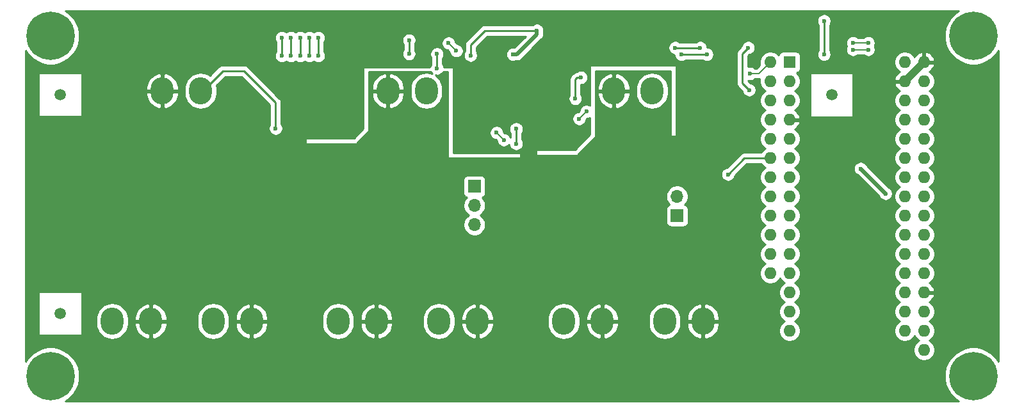
<source format=gbr>
%TF.GenerationSoftware,KiCad,Pcbnew,(5.1.6)-1*%
%TF.CreationDate,2020-09-09T14:21:18+02:00*%
%TF.ProjectId,TougherPowerMeter-FeatherWing,546f7567-6865-4725-906f-7765724d6574,rev?*%
%TF.SameCoordinates,Original*%
%TF.FileFunction,Copper,L1,Top*%
%TF.FilePolarity,Positive*%
%FSLAX46Y46*%
G04 Gerber Fmt 4.6, Leading zero omitted, Abs format (unit mm)*
G04 Created by KiCad (PCBNEW (5.1.6)-1) date 2020-09-09 14:21:18*
%MOMM*%
%LPD*%
G01*
G04 APERTURE LIST*
%TA.AperFunction,SMDPad,CuDef*%
%ADD10C,1.500000*%
%TD*%
%TA.AperFunction,ComponentPad*%
%ADD11O,1.600000X1.600000*%
%TD*%
%TA.AperFunction,ComponentPad*%
%ADD12R,1.600000X1.600000*%
%TD*%
%TA.AperFunction,ComponentPad*%
%ADD13O,1.700000X1.700000*%
%TD*%
%TA.AperFunction,ComponentPad*%
%ADD14R,1.700000X1.700000*%
%TD*%
%TA.AperFunction,ComponentPad*%
%ADD15C,0.800000*%
%TD*%
%TA.AperFunction,ComponentPad*%
%ADD16C,6.400000*%
%TD*%
%TA.AperFunction,ComponentPad*%
%ADD17O,3.000000X3.600000*%
%TD*%
%TA.AperFunction,ViaPad*%
%ADD18C,0.600000*%
%TD*%
%TA.AperFunction,Conductor*%
%ADD19C,1.000000*%
%TD*%
%TA.AperFunction,Conductor*%
%ADD20C,0.250000*%
%TD*%
%TA.AperFunction,Conductor*%
%ADD21C,0.500000*%
%TD*%
%TA.AperFunction,Conductor*%
%ADD22C,0.150000*%
%TD*%
%TA.AperFunction,Conductor*%
%ADD23C,0.200000*%
%TD*%
%TA.AperFunction,Conductor*%
%ADD24C,0.254000*%
%TD*%
G04 APERTURE END LIST*
D10*
%TO.P,FID3,*%
%TO.N,*%
X201000000Y-64000000D03*
%TD*%
%TO.P,FID2,*%
%TO.N,*%
X99000000Y-64000000D03*
%TD*%
%TO.P,FID1,*%
%TO.N,*%
X99000000Y-93000000D03*
%TD*%
D11*
%TO.P,U3,2*%
%TO.N,+3V3*%
X213217000Y-95266000D03*
%TO.P,U3,1*%
%TO.N,Net-(U3-Pad1)*%
X213217000Y-97806000D03*
%TO.P,U3,3*%
%TO.N,Net-(U3-Pad3)*%
X213217000Y-92726000D03*
%TO.P,U3,4*%
%TO.N,GND*%
X213217000Y-90186000D03*
%TO.P,U3,5*%
%TO.N,/CH3_DIA_EN*%
X213217000Y-87646000D03*
%TO.P,U3,6*%
%TO.N,/CH3_SNS*%
X213217000Y-85106000D03*
%TO.P,U3,7*%
%TO.N,Net-(U3-Pad7)*%
X213217000Y-82566000D03*
%TO.P,U3,8*%
%TO.N,Net-(U3-Pad8)*%
X213217000Y-80026000D03*
%TO.P,U3,9*%
%TO.N,Net-(U3-Pad9)*%
X213217000Y-77486000D03*
%TO.P,U3,10*%
%TO.N,Net-(U3-Pad10)*%
X213217000Y-74946000D03*
%TO.P,U3,11*%
%TO.N,Net-(U3-Pad11)*%
X213217000Y-72406000D03*
%TO.P,U3,12*%
%TO.N,Net-(U3-Pad12)*%
X213217000Y-69866000D03*
%TO.P,U3,13*%
%TO.N,Net-(U3-Pad13)*%
X213217000Y-67326000D03*
%TO.P,U3,14*%
%TO.N,Net-(U3-Pad14)*%
X213217000Y-64786000D03*
%TO.P,U3,15*%
%TO.N,Net-(U3-Pad15)*%
X213217000Y-62246000D03*
%TO.P,U3,16*%
%TO.N,GND*%
X213217000Y-59706000D03*
%TO.P,U3,23*%
%TO.N,/WARNING*%
X192897000Y-74946000D03*
%TO.P,U3,24*%
%TO.N,/CRITICAL*%
X192897000Y-77486000D03*
%TO.P,U3,25*%
%TO.N,/POWER_VALID*%
X192897000Y-80026000D03*
%TO.P,U3,27*%
%TO.N,Net-(U3-Pad27)*%
X192897000Y-85106000D03*
%TO.P,U3,26*%
%TO.N,+5V*%
X192897000Y-82566000D03*
%TO.P,U3,17*%
%TO.N,/SDA*%
X192897000Y-59706000D03*
%TO.P,U3,18*%
%TO.N,/SCL*%
X192897000Y-62246000D03*
%TO.P,U3,19*%
%TO.N,/CH3_SEL*%
X192897000Y-64786000D03*
%TO.P,U3,20*%
%TO.N,/CH3_LATCH*%
X192897000Y-67326000D03*
%TO.P,U3,21*%
%TO.N,/CH3_EN*%
X192897000Y-69866000D03*
%TO.P,U3,22*%
%TO.N,/TIMING_CTRL*%
X192897000Y-72406000D03*
%TO.P,U3,28*%
%TO.N,Net-(U3-Pad28)*%
X192897000Y-87646000D03*
%TD*%
%TO.P,A1,16*%
%TO.N,Net-(A1-Pad16)*%
X210677000Y-95266000D03*
%TO.P,A1,15*%
%TO.N,Net-(A1-Pad15)*%
X195437000Y-95266000D03*
%TO.P,A1,30*%
%TO.N,+5V*%
X210677000Y-59706000D03*
%TO.P,A1,14*%
%TO.N,Net-(A1-Pad14)*%
X195437000Y-92726000D03*
%TO.P,A1,29*%
%TO.N,GND*%
X210677000Y-62246000D03*
%TO.P,A1,13*%
%TO.N,Net-(A1-Pad13)*%
X195437000Y-90186000D03*
%TO.P,A1,28*%
%TO.N,Net-(A1-Pad28)*%
X210677000Y-64786000D03*
%TO.P,A1,12*%
%TO.N,Net-(A1-Pad12)*%
X195437000Y-87646000D03*
%TO.P,A1,27*%
%TO.N,Net-(A1-Pad27)*%
X210677000Y-67326000D03*
%TO.P,A1,11*%
%TO.N,/POWER_VALID*%
X195437000Y-85106000D03*
%TO.P,A1,26*%
%TO.N,Net-(A1-Pad26)*%
X210677000Y-69866000D03*
%TO.P,A1,10*%
%TO.N,/CRITICAL*%
X195437000Y-82566000D03*
%TO.P,A1,25*%
%TO.N,/SDA*%
X210677000Y-72406000D03*
%TO.P,A1,9*%
%TO.N,/WARNING*%
X195437000Y-80026000D03*
%TO.P,A1,24*%
%TO.N,/SCL*%
X210677000Y-74946000D03*
%TO.P,A1,8*%
%TO.N,/TIMING_CTRL*%
X195437000Y-77486000D03*
%TO.P,A1,23*%
%TO.N,Net-(A1-Pad23)*%
X210677000Y-77486000D03*
%TO.P,A1,7*%
%TO.N,/CH3_EN*%
X195437000Y-74946000D03*
%TO.P,A1,22*%
%TO.N,Net-(A1-Pad22)*%
X210677000Y-80026000D03*
%TO.P,A1,6*%
%TO.N,/CH3_LATCH*%
X195437000Y-72406000D03*
%TO.P,A1,21*%
%TO.N,Net-(A1-Pad21)*%
X210677000Y-82566000D03*
%TO.P,A1,5*%
%TO.N,/CH3_SEL*%
X195437000Y-69866000D03*
%TO.P,A1,20*%
%TO.N,/CH3_SNS*%
X210677000Y-85106000D03*
%TO.P,A1,4*%
%TO.N,GND*%
X195437000Y-67326000D03*
%TO.P,A1,19*%
%TO.N,/CH3_DIA_EN*%
X210677000Y-87646000D03*
%TO.P,A1,3*%
%TO.N,Net-(A1-Pad3)*%
X195437000Y-64786000D03*
%TO.P,A1,18*%
%TO.N,Net-(A1-Pad18)*%
X210677000Y-90186000D03*
%TO.P,A1,2*%
%TO.N,Net-(A1-Pad2)*%
X195437000Y-62246000D03*
%TO.P,A1,17*%
%TO.N,+3V3*%
X210677000Y-92726000D03*
D12*
%TO.P,A1,1*%
%TO.N,Net-(A1-Pad1)*%
X195437000Y-59706000D03*
%TD*%
D13*
%TO.P,J1,2*%
%TO.N,/buck/VIN*%
X180578000Y-77486000D03*
D14*
%TO.P,J1,1*%
%TO.N,/CH1_OUT*%
X180578000Y-80026000D03*
%TD*%
D15*
%TO.P,H4,1*%
%TO.N,N/C*%
X221447056Y-102947056D03*
X222150000Y-101250000D03*
X221447056Y-99552944D03*
X219750000Y-98850000D03*
X218052944Y-99552944D03*
X217350000Y-101250000D03*
X218052944Y-102947056D03*
X219750000Y-103650000D03*
D16*
X219750000Y-101250000D03*
%TD*%
D15*
%TO.P,H3,1*%
%TO.N,N/C*%
X99447056Y-102947056D03*
X100150000Y-101250000D03*
X99447056Y-99552944D03*
X97750000Y-98850000D03*
X96052944Y-99552944D03*
X95350000Y-101250000D03*
X96052944Y-102947056D03*
X97750000Y-103650000D03*
D16*
X97750000Y-101250000D03*
%TD*%
D15*
%TO.P,H2,1*%
%TO.N,N/C*%
X221447056Y-57947056D03*
X222150000Y-56250000D03*
X221447056Y-54552944D03*
X219750000Y-53850000D03*
X218052944Y-54552944D03*
X217350000Y-56250000D03*
X218052944Y-57947056D03*
X219750000Y-58650000D03*
D16*
X219750000Y-56250000D03*
%TD*%
D15*
%TO.P,H1,1*%
%TO.N,N/C*%
X99447056Y-57947056D03*
X100150000Y-56250000D03*
X99447056Y-54552944D03*
X97750000Y-53850000D03*
X96052944Y-54552944D03*
X95350000Y-56250000D03*
X96052944Y-57947056D03*
X97750000Y-58650000D03*
D16*
X97750000Y-56250000D03*
%TD*%
D13*
%TO.P,J11,3*%
%TO.N,Net-(J11-Pad3)*%
X153781000Y-81232500D03*
%TO.P,J11,2*%
%TO.N,Net-(J11-Pad2)*%
X153781000Y-78692500D03*
D14*
%TO.P,J11,1*%
%TO.N,Net-(J11-Pad1)*%
X153781000Y-76152500D03*
%TD*%
D17*
%TO.P,J10,2*%
%TO.N,GND*%
X110982000Y-93996000D03*
%TO.P,J10,1*%
%TO.N,/CH3_OUT*%
X105902000Y-93996000D03*
%TD*%
%TO.P,J9,2*%
%TO.N,GND*%
X154162000Y-93996000D03*
%TO.P,J9,1*%
%TO.N,/CH2_OUT*%
X149082000Y-93996000D03*
%TD*%
%TO.P,J8,2*%
%TO.N,GND*%
X184007000Y-93996000D03*
%TO.P,J8,1*%
%TO.N,/CH1_OUT*%
X178927000Y-93996000D03*
%TD*%
%TO.P,J7,2*%
%TO.N,GND*%
X124317000Y-93996000D03*
%TO.P,J7,1*%
%TO.N,/CH3_OUT*%
X119237000Y-93996000D03*
%TD*%
%TO.P,J6,2*%
%TO.N,GND*%
X140827000Y-93996000D03*
%TO.P,J6,1*%
%TO.N,/CH2_OUT*%
X135747000Y-93996000D03*
%TD*%
%TO.P,J5,2*%
%TO.N,GND*%
X170672000Y-93996000D03*
%TO.P,J5,1*%
%TO.N,/CH1_OUT*%
X165592000Y-93996000D03*
%TD*%
%TO.P,J4,2*%
%TO.N,GND*%
X112506000Y-63516000D03*
%TO.P,J4,1*%
%TO.N,/CH3_IN*%
X117586000Y-63516000D03*
%TD*%
%TO.P,J3,2*%
%TO.N,GND*%
X142351000Y-63516000D03*
%TO.P,J3,1*%
%TO.N,/CH2_IN*%
X147431000Y-63516000D03*
%TD*%
%TO.P,J2,2*%
%TO.N,GND*%
X172196000Y-63516000D03*
%TO.P,J2,1*%
%TO.N,/CH1_IN*%
X177276000Y-63516000D03*
%TD*%
D18*
%TO.N,GND*%
X204406500Y-90614500D03*
X204406500Y-89789000D03*
X156384500Y-56975500D03*
X200199500Y-97488500D03*
X204390500Y-91456000D03*
X204390500Y-93107000D03*
X204390500Y-92281500D03*
X204390500Y-93869000D03*
X204390500Y-94631000D03*
X200263000Y-91964000D03*
X200263000Y-92726000D03*
X200263000Y-93488000D03*
X200263000Y-94250000D03*
X200263000Y-95012000D03*
X200263000Y-95774000D03*
X200263000Y-96536000D03*
X206803500Y-85169500D03*
X208200500Y-85169500D03*
X121078500Y-63897000D03*
X160639000Y-61484000D03*
X160639000Y-62754000D03*
X161909000Y-62754000D03*
X161909000Y-61484000D03*
X161274000Y-62119000D03*
X157718000Y-77359000D03*
X121650000Y-66564000D03*
X181721000Y-88408000D03*
X181721000Y-89932000D03*
X181721000Y-87646000D03*
X181721000Y-89170000D03*
X111807500Y-83201000D03*
X110410500Y-83201000D03*
X105394000Y-82693000D03*
X105394000Y-84217000D03*
X105394000Y-83455000D03*
X105394000Y-84979000D03*
X105394000Y-73295000D03*
X105394000Y-74057000D03*
X105394000Y-72533000D03*
X105394000Y-74819000D03*
X135239000Y-74057000D03*
X135239000Y-74819000D03*
X135239000Y-72533000D03*
X135239000Y-73295000D03*
X135239000Y-84217000D03*
X135239000Y-84979000D03*
X135239000Y-82693000D03*
X135239000Y-83455000D03*
X165211000Y-82693000D03*
X165211000Y-83455000D03*
X165211000Y-84217000D03*
X165211000Y-84979000D03*
X165211000Y-72533000D03*
X165211000Y-73295000D03*
X165211000Y-74057000D03*
X165211000Y-74819000D03*
X171497500Y-74247500D03*
X170100500Y-74247500D03*
X171497500Y-83201000D03*
X170100500Y-83201000D03*
X141652500Y-74247500D03*
X140255500Y-74247500D03*
X140255500Y-83201000D03*
X141652500Y-83201000D03*
X110410500Y-74247500D03*
X111807500Y-74247500D03*
X156321000Y-58626500D03*
X158162500Y-61674500D03*
X201088500Y-96536000D03*
X201914000Y-96536000D03*
X121015000Y-75708000D03*
X119618000Y-75708000D03*
X217789000Y-82185000D03*
X217500000Y-86250000D03*
X196389500Y-99711000D03*
X195564000Y-99711000D03*
X194675000Y-99711000D03*
X193786000Y-99711000D03*
X192897000Y-99711000D03*
X191944500Y-99711000D03*
X191055500Y-99711000D03*
X190103000Y-99711000D03*
%TO.N,/CH3_IN*%
X127504700Y-68481700D03*
%TO.N,+3V3*%
X158886400Y-58690000D03*
X159305500Y-70501000D03*
X204835000Y-73803000D03*
X208137000Y-77105000D03*
X162036000Y-55515000D03*
X159305500Y-68532500D03*
X190103000Y-63389000D03*
X189976000Y-57801000D03*
X153273000Y-58817000D03*
%TO.N,/CH3_DIA_EN*%
X129524000Y-56467500D03*
X129524000Y-58880500D03*
%TO.N,/CH3_SEL*%
X128317500Y-56467500D03*
X128317500Y-58880500D03*
X200009000Y-54245000D03*
X200009000Y-58690000D03*
%TO.N,/CH3_LATCH*%
X131937000Y-56467500D03*
X131937000Y-58880500D03*
%TO.N,/CH3_EN*%
X133143500Y-56467500D03*
X133143500Y-58880500D03*
%TO.N,/TIMING_CTRL*%
X167116000Y-64532000D03*
X167878000Y-61738000D03*
X187309000Y-74565000D03*
%TO.N,/SDA*%
X190230000Y-61230000D03*
X205851000Y-58055000D03*
X203819000Y-58055000D03*
%TO.N,/SCL*%
X205851000Y-57166000D03*
X203819000Y-57166000D03*
%TO.N,Net-(J11-Pad2)*%
X145135600Y-58610500D03*
X145135600Y-56794400D03*
X148828000Y-60518800D03*
X148828000Y-58626500D03*
%TO.N,Net-(R1-Pad2)*%
X181149500Y-58690000D03*
X184515000Y-58690000D03*
%TO.N,/IN3_N*%
X151380700Y-58209940D03*
X150364700Y-57193940D03*
%TO.N,/IN2_N*%
X157654500Y-69993000D03*
X156702000Y-69040500D03*
%TO.N,/IN1_N*%
X168576500Y-66246500D03*
X167624000Y-67199000D03*
%TO.N,Net-(R10-Pad2)*%
X180324000Y-57801000D03*
X183626000Y-57801000D03*
%TO.N,Net-(R3-Pad2)*%
X130730500Y-56467500D03*
X130730500Y-58880500D03*
%TD*%
D19*
%TO.N,GND*%
X213217000Y-59706000D02*
X210677000Y-62246000D01*
D20*
%TO.N,/CH3_IN*%
X123301000Y-60849000D02*
X120526000Y-60849000D01*
X120526000Y-60849000D02*
X117636000Y-63739000D01*
X127504700Y-68481700D02*
X127504700Y-65052700D01*
X127504700Y-65052700D02*
X123301000Y-60849000D01*
%TO.N,+3V3*%
X159305500Y-70628000D02*
X159305500Y-68532500D01*
X159305500Y-68469000D02*
X159305500Y-68469000D01*
X204835000Y-73803000D02*
X204835000Y-73803000D01*
D21*
X208137000Y-77105000D02*
X204835000Y-73803000D01*
X162036000Y-55515000D02*
X162036000Y-55515000D01*
D20*
X159305500Y-68532500D02*
X159305500Y-68469000D01*
X190103000Y-63389000D02*
X189214000Y-62500000D01*
X189214000Y-62500000D02*
X189214000Y-58563000D01*
X189214000Y-58563000D02*
X189976000Y-57801000D01*
X189976000Y-57801000D02*
X189976000Y-57801000D01*
X153273000Y-58817000D02*
X153273000Y-57420000D01*
X155178000Y-55515000D02*
X162036000Y-55515000D01*
X153273000Y-57420000D02*
X155178000Y-55515000D01*
D21*
X162036000Y-55515000D02*
X162036000Y-56023000D01*
X159369000Y-58690000D02*
X158886400Y-58690000D01*
X162036000Y-56023000D02*
X159369000Y-58690000D01*
D20*
%TO.N,/CH3_DIA_EN*%
X129524000Y-56467500D02*
X129524000Y-58880500D01*
%TO.N,/CH3_SEL*%
X128317500Y-56467500D02*
X128317500Y-58880500D01*
X200009000Y-54245000D02*
X200009000Y-58690000D01*
%TO.N,/CH3_LATCH*%
X131937000Y-56467500D02*
X131937000Y-58880500D01*
%TO.N,/CH3_EN*%
X133143500Y-56467500D02*
X133143500Y-58880500D01*
%TO.N,/TIMING_CTRL*%
X189468000Y-72406000D02*
X187309000Y-74565000D01*
X192897000Y-72406000D02*
X189468000Y-72406000D01*
X167878000Y-61738000D02*
X167370000Y-61738000D01*
X167116000Y-61992000D02*
X167116000Y-64532000D01*
X167370000Y-61738000D02*
X167116000Y-61992000D01*
D22*
%TO.N,/SDA*%
X191373000Y-61230000D02*
X192897000Y-59706000D01*
X190230000Y-61230000D02*
X191373000Y-61230000D01*
X205851000Y-58055000D02*
X203819000Y-58055000D01*
X203819000Y-58055000D02*
X203819000Y-58055000D01*
%TO.N,/SCL*%
X205724000Y-57166000D02*
X203946000Y-57166000D01*
X203819000Y-57166000D02*
X203819000Y-57166000D01*
D20*
%TO.N,Net-(J11-Pad2)*%
X145135600Y-56794400D02*
X145135600Y-58470800D01*
X148828000Y-58483500D02*
X148828000Y-58626500D01*
X148828000Y-58626500D02*
X148828000Y-60518800D01*
X148812000Y-58610500D02*
X148828000Y-58626500D01*
%TO.N,Net-(R1-Pad2)*%
X181149500Y-58690000D02*
X184515000Y-58690000D01*
D23*
%TO.N,/IN3_N*%
X151317200Y-58146440D02*
X150364700Y-57193940D01*
%TO.N,/IN2_N*%
X157654500Y-69993000D02*
X156702000Y-69040500D01*
%TO.N,/IN1_N*%
X167624000Y-67199000D02*
X168576500Y-66246500D01*
D20*
%TO.N,Net-(R10-Pad2)*%
X183626000Y-57801000D02*
X180324000Y-57801000D01*
%TO.N,Net-(R3-Pad2)*%
X130730500Y-56467500D02*
X130730500Y-58880500D01*
%TD*%
D24*
%TO.N,GND*%
G36*
X217305330Y-53271161D02*
G01*
X216771161Y-53805330D01*
X216351467Y-54433446D01*
X216062377Y-55131372D01*
X215915000Y-55872285D01*
X215915000Y-56627715D01*
X216062377Y-57368628D01*
X216351467Y-58066554D01*
X216771161Y-58694670D01*
X217305330Y-59228839D01*
X217933446Y-59648533D01*
X218631372Y-59937623D01*
X219372285Y-60085000D01*
X220127715Y-60085000D01*
X220868628Y-59937623D01*
X221566554Y-59648533D01*
X222194670Y-59228839D01*
X222728839Y-58694670D01*
X223090000Y-58154155D01*
X223090001Y-99345847D01*
X222728839Y-98805330D01*
X222194670Y-98271161D01*
X221566554Y-97851467D01*
X220868628Y-97562377D01*
X220127715Y-97415000D01*
X219372285Y-97415000D01*
X218631372Y-97562377D01*
X217933446Y-97851467D01*
X217305330Y-98271161D01*
X216771161Y-98805330D01*
X216351467Y-99433446D01*
X216062377Y-100131372D01*
X215915000Y-100872285D01*
X215915000Y-101627715D01*
X216062377Y-102368628D01*
X216351467Y-103066554D01*
X216771161Y-103694670D01*
X217305330Y-104228839D01*
X217845845Y-104590000D01*
X99654155Y-104590000D01*
X100194670Y-104228839D01*
X100728839Y-103694670D01*
X101148533Y-103066554D01*
X101437623Y-102368628D01*
X101585000Y-101627715D01*
X101585000Y-100872285D01*
X101437623Y-100131372D01*
X101148533Y-99433446D01*
X100728839Y-98805330D01*
X100194670Y-98271161D01*
X99566554Y-97851467D01*
X98868628Y-97562377D01*
X98127715Y-97415000D01*
X97372285Y-97415000D01*
X96631372Y-97562377D01*
X95933446Y-97851467D01*
X95305330Y-98271161D01*
X94771161Y-98805330D01*
X94410000Y-99345845D01*
X94410000Y-90250000D01*
X96123000Y-90250000D01*
X96123000Y-95750000D01*
X96125440Y-95774776D01*
X96132667Y-95798601D01*
X96144403Y-95820557D01*
X96160197Y-95839803D01*
X96179443Y-95855597D01*
X96201399Y-95867333D01*
X96225224Y-95874560D01*
X96250000Y-95877000D01*
X101750000Y-95877000D01*
X101774776Y-95874560D01*
X101798601Y-95867333D01*
X101820557Y-95855597D01*
X101839803Y-95839803D01*
X101855597Y-95820557D01*
X101867333Y-95798601D01*
X101874560Y-95774776D01*
X101877000Y-95750000D01*
X101877000Y-93591119D01*
X103767000Y-93591119D01*
X103767000Y-94400882D01*
X103797892Y-94714533D01*
X103919974Y-95116982D01*
X104118223Y-95487881D01*
X104385024Y-95812977D01*
X104710120Y-96079777D01*
X105081019Y-96278026D01*
X105483468Y-96400108D01*
X105902000Y-96441330D01*
X106320533Y-96400108D01*
X106722982Y-96278026D01*
X107093881Y-96079777D01*
X107418977Y-95812977D01*
X107685777Y-95487881D01*
X107884026Y-95116981D01*
X108006108Y-94714532D01*
X108037000Y-94400881D01*
X108037000Y-94123000D01*
X108847000Y-94123000D01*
X108847000Y-94423000D01*
X108912800Y-94837078D01*
X109058118Y-95230362D01*
X109277370Y-95587739D01*
X109562130Y-95895475D01*
X109901454Y-96141744D01*
X110282303Y-96317083D01*
X110523167Y-96381113D01*
X110855000Y-96268165D01*
X110855000Y-94123000D01*
X111109000Y-94123000D01*
X111109000Y-96268165D01*
X111440833Y-96381113D01*
X111681697Y-96317083D01*
X112062546Y-96141744D01*
X112401870Y-95895475D01*
X112686630Y-95587739D01*
X112905882Y-95230362D01*
X113051200Y-94837078D01*
X113117000Y-94423000D01*
X113117000Y-94123000D01*
X111109000Y-94123000D01*
X110855000Y-94123000D01*
X108847000Y-94123000D01*
X108037000Y-94123000D01*
X108037000Y-93591118D01*
X108034822Y-93569000D01*
X108847000Y-93569000D01*
X108847000Y-93869000D01*
X110855000Y-93869000D01*
X110855000Y-91723835D01*
X111109000Y-91723835D01*
X111109000Y-93869000D01*
X113117000Y-93869000D01*
X113117000Y-93591119D01*
X117102000Y-93591119D01*
X117102000Y-94400882D01*
X117132892Y-94714533D01*
X117254974Y-95116982D01*
X117453223Y-95487881D01*
X117720024Y-95812977D01*
X118045120Y-96079777D01*
X118416019Y-96278026D01*
X118818468Y-96400108D01*
X119237000Y-96441330D01*
X119655533Y-96400108D01*
X120057982Y-96278026D01*
X120428881Y-96079777D01*
X120753977Y-95812977D01*
X121020777Y-95487881D01*
X121219026Y-95116981D01*
X121341108Y-94714532D01*
X121372000Y-94400881D01*
X121372000Y-94123000D01*
X122182000Y-94123000D01*
X122182000Y-94423000D01*
X122247800Y-94837078D01*
X122393118Y-95230362D01*
X122612370Y-95587739D01*
X122897130Y-95895475D01*
X123236454Y-96141744D01*
X123617303Y-96317083D01*
X123858167Y-96381113D01*
X124190000Y-96268165D01*
X124190000Y-94123000D01*
X124444000Y-94123000D01*
X124444000Y-96268165D01*
X124775833Y-96381113D01*
X125016697Y-96317083D01*
X125397546Y-96141744D01*
X125736870Y-95895475D01*
X126021630Y-95587739D01*
X126240882Y-95230362D01*
X126386200Y-94837078D01*
X126452000Y-94423000D01*
X126452000Y-94123000D01*
X124444000Y-94123000D01*
X124190000Y-94123000D01*
X122182000Y-94123000D01*
X121372000Y-94123000D01*
X121372000Y-93591118D01*
X121369822Y-93569000D01*
X122182000Y-93569000D01*
X122182000Y-93869000D01*
X124190000Y-93869000D01*
X124190000Y-91723835D01*
X124444000Y-91723835D01*
X124444000Y-93869000D01*
X126452000Y-93869000D01*
X126452000Y-93591119D01*
X133612000Y-93591119D01*
X133612000Y-94400882D01*
X133642892Y-94714533D01*
X133764974Y-95116982D01*
X133963223Y-95487881D01*
X134230024Y-95812977D01*
X134555120Y-96079777D01*
X134926019Y-96278026D01*
X135328468Y-96400108D01*
X135747000Y-96441330D01*
X136165533Y-96400108D01*
X136567982Y-96278026D01*
X136938881Y-96079777D01*
X137263977Y-95812977D01*
X137530777Y-95487881D01*
X137729026Y-95116981D01*
X137851108Y-94714532D01*
X137882000Y-94400881D01*
X137882000Y-94123000D01*
X138692000Y-94123000D01*
X138692000Y-94423000D01*
X138757800Y-94837078D01*
X138903118Y-95230362D01*
X139122370Y-95587739D01*
X139407130Y-95895475D01*
X139746454Y-96141744D01*
X140127303Y-96317083D01*
X140368167Y-96381113D01*
X140700000Y-96268165D01*
X140700000Y-94123000D01*
X140954000Y-94123000D01*
X140954000Y-96268165D01*
X141285833Y-96381113D01*
X141526697Y-96317083D01*
X141907546Y-96141744D01*
X142246870Y-95895475D01*
X142531630Y-95587739D01*
X142750882Y-95230362D01*
X142896200Y-94837078D01*
X142962000Y-94423000D01*
X142962000Y-94123000D01*
X140954000Y-94123000D01*
X140700000Y-94123000D01*
X138692000Y-94123000D01*
X137882000Y-94123000D01*
X137882000Y-93591118D01*
X137879822Y-93569000D01*
X138692000Y-93569000D01*
X138692000Y-93869000D01*
X140700000Y-93869000D01*
X140700000Y-91723835D01*
X140954000Y-91723835D01*
X140954000Y-93869000D01*
X142962000Y-93869000D01*
X142962000Y-93591119D01*
X146947000Y-93591119D01*
X146947000Y-94400882D01*
X146977892Y-94714533D01*
X147099974Y-95116982D01*
X147298223Y-95487881D01*
X147565024Y-95812977D01*
X147890120Y-96079777D01*
X148261019Y-96278026D01*
X148663468Y-96400108D01*
X149082000Y-96441330D01*
X149500533Y-96400108D01*
X149902982Y-96278026D01*
X150273881Y-96079777D01*
X150598977Y-95812977D01*
X150865777Y-95487881D01*
X151064026Y-95116981D01*
X151186108Y-94714532D01*
X151217000Y-94400881D01*
X151217000Y-94123000D01*
X152027000Y-94123000D01*
X152027000Y-94423000D01*
X152092800Y-94837078D01*
X152238118Y-95230362D01*
X152457370Y-95587739D01*
X152742130Y-95895475D01*
X153081454Y-96141744D01*
X153462303Y-96317083D01*
X153703167Y-96381113D01*
X154035000Y-96268165D01*
X154035000Y-94123000D01*
X154289000Y-94123000D01*
X154289000Y-96268165D01*
X154620833Y-96381113D01*
X154861697Y-96317083D01*
X155242546Y-96141744D01*
X155581870Y-95895475D01*
X155866630Y-95587739D01*
X156085882Y-95230362D01*
X156231200Y-94837078D01*
X156297000Y-94423000D01*
X156297000Y-94123000D01*
X154289000Y-94123000D01*
X154035000Y-94123000D01*
X152027000Y-94123000D01*
X151217000Y-94123000D01*
X151217000Y-93591118D01*
X151214822Y-93569000D01*
X152027000Y-93569000D01*
X152027000Y-93869000D01*
X154035000Y-93869000D01*
X154035000Y-91723835D01*
X154289000Y-91723835D01*
X154289000Y-93869000D01*
X156297000Y-93869000D01*
X156297000Y-93591119D01*
X163457000Y-93591119D01*
X163457000Y-94400882D01*
X163487892Y-94714533D01*
X163609974Y-95116982D01*
X163808223Y-95487881D01*
X164075024Y-95812977D01*
X164400120Y-96079777D01*
X164771019Y-96278026D01*
X165173468Y-96400108D01*
X165592000Y-96441330D01*
X166010533Y-96400108D01*
X166412982Y-96278026D01*
X166783881Y-96079777D01*
X167108977Y-95812977D01*
X167375777Y-95487881D01*
X167574026Y-95116981D01*
X167696108Y-94714532D01*
X167727000Y-94400881D01*
X167727000Y-94123000D01*
X168537000Y-94123000D01*
X168537000Y-94423000D01*
X168602800Y-94837078D01*
X168748118Y-95230362D01*
X168967370Y-95587739D01*
X169252130Y-95895475D01*
X169591454Y-96141744D01*
X169972303Y-96317083D01*
X170213167Y-96381113D01*
X170545000Y-96268165D01*
X170545000Y-94123000D01*
X170799000Y-94123000D01*
X170799000Y-96268165D01*
X171130833Y-96381113D01*
X171371697Y-96317083D01*
X171752546Y-96141744D01*
X172091870Y-95895475D01*
X172376630Y-95587739D01*
X172595882Y-95230362D01*
X172741200Y-94837078D01*
X172807000Y-94423000D01*
X172807000Y-94123000D01*
X170799000Y-94123000D01*
X170545000Y-94123000D01*
X168537000Y-94123000D01*
X167727000Y-94123000D01*
X167727000Y-93591118D01*
X167724822Y-93569000D01*
X168537000Y-93569000D01*
X168537000Y-93869000D01*
X170545000Y-93869000D01*
X170545000Y-91723835D01*
X170799000Y-91723835D01*
X170799000Y-93869000D01*
X172807000Y-93869000D01*
X172807000Y-93591119D01*
X176792000Y-93591119D01*
X176792000Y-94400882D01*
X176822892Y-94714533D01*
X176944974Y-95116982D01*
X177143223Y-95487881D01*
X177410024Y-95812977D01*
X177735120Y-96079777D01*
X178106019Y-96278026D01*
X178508468Y-96400108D01*
X178927000Y-96441330D01*
X179345533Y-96400108D01*
X179747982Y-96278026D01*
X180118881Y-96079777D01*
X180443977Y-95812977D01*
X180710777Y-95487881D01*
X180909026Y-95116981D01*
X181031108Y-94714532D01*
X181062000Y-94400881D01*
X181062000Y-94123000D01*
X181872000Y-94123000D01*
X181872000Y-94423000D01*
X181937800Y-94837078D01*
X182083118Y-95230362D01*
X182302370Y-95587739D01*
X182587130Y-95895475D01*
X182926454Y-96141744D01*
X183307303Y-96317083D01*
X183548167Y-96381113D01*
X183880000Y-96268165D01*
X183880000Y-94123000D01*
X184134000Y-94123000D01*
X184134000Y-96268165D01*
X184465833Y-96381113D01*
X184706697Y-96317083D01*
X185087546Y-96141744D01*
X185426870Y-95895475D01*
X185711630Y-95587739D01*
X185930882Y-95230362D01*
X186076200Y-94837078D01*
X186142000Y-94423000D01*
X186142000Y-94123000D01*
X184134000Y-94123000D01*
X183880000Y-94123000D01*
X181872000Y-94123000D01*
X181062000Y-94123000D01*
X181062000Y-93591118D01*
X181059822Y-93569000D01*
X181872000Y-93569000D01*
X181872000Y-93869000D01*
X183880000Y-93869000D01*
X183880000Y-91723835D01*
X184134000Y-91723835D01*
X184134000Y-93869000D01*
X186142000Y-93869000D01*
X186142000Y-93569000D01*
X186076200Y-93154922D01*
X185930882Y-92761638D01*
X185711630Y-92404261D01*
X185426870Y-92096525D01*
X185087546Y-91850256D01*
X184706697Y-91674917D01*
X184465833Y-91610887D01*
X184134000Y-91723835D01*
X183880000Y-91723835D01*
X183548167Y-91610887D01*
X183307303Y-91674917D01*
X182926454Y-91850256D01*
X182587130Y-92096525D01*
X182302370Y-92404261D01*
X182083118Y-92761638D01*
X181937800Y-93154922D01*
X181872000Y-93569000D01*
X181059822Y-93569000D01*
X181031108Y-93277467D01*
X180909026Y-92875018D01*
X180710777Y-92504119D01*
X180443977Y-92179023D01*
X180118881Y-91912223D01*
X179747981Y-91713974D01*
X179345532Y-91591892D01*
X178927000Y-91550670D01*
X178508467Y-91591892D01*
X178106018Y-91713974D01*
X177735119Y-91912223D01*
X177410023Y-92179023D01*
X177143223Y-92504119D01*
X176944974Y-92875019D01*
X176822892Y-93277468D01*
X176792000Y-93591119D01*
X172807000Y-93591119D01*
X172807000Y-93569000D01*
X172741200Y-93154922D01*
X172595882Y-92761638D01*
X172376630Y-92404261D01*
X172091870Y-92096525D01*
X171752546Y-91850256D01*
X171371697Y-91674917D01*
X171130833Y-91610887D01*
X170799000Y-91723835D01*
X170545000Y-91723835D01*
X170213167Y-91610887D01*
X169972303Y-91674917D01*
X169591454Y-91850256D01*
X169252130Y-92096525D01*
X168967370Y-92404261D01*
X168748118Y-92761638D01*
X168602800Y-93154922D01*
X168537000Y-93569000D01*
X167724822Y-93569000D01*
X167696108Y-93277467D01*
X167574026Y-92875018D01*
X167375777Y-92504119D01*
X167108977Y-92179023D01*
X166783881Y-91912223D01*
X166412981Y-91713974D01*
X166010532Y-91591892D01*
X165592000Y-91550670D01*
X165173467Y-91591892D01*
X164771018Y-91713974D01*
X164400119Y-91912223D01*
X164075023Y-92179023D01*
X163808223Y-92504119D01*
X163609974Y-92875019D01*
X163487892Y-93277468D01*
X163457000Y-93591119D01*
X156297000Y-93591119D01*
X156297000Y-93569000D01*
X156231200Y-93154922D01*
X156085882Y-92761638D01*
X155866630Y-92404261D01*
X155581870Y-92096525D01*
X155242546Y-91850256D01*
X154861697Y-91674917D01*
X154620833Y-91610887D01*
X154289000Y-91723835D01*
X154035000Y-91723835D01*
X153703167Y-91610887D01*
X153462303Y-91674917D01*
X153081454Y-91850256D01*
X152742130Y-92096525D01*
X152457370Y-92404261D01*
X152238118Y-92761638D01*
X152092800Y-93154922D01*
X152027000Y-93569000D01*
X151214822Y-93569000D01*
X151186108Y-93277467D01*
X151064026Y-92875018D01*
X150865777Y-92504119D01*
X150598977Y-92179023D01*
X150273881Y-91912223D01*
X149902981Y-91713974D01*
X149500532Y-91591892D01*
X149082000Y-91550670D01*
X148663467Y-91591892D01*
X148261018Y-91713974D01*
X147890119Y-91912223D01*
X147565023Y-92179023D01*
X147298223Y-92504119D01*
X147099974Y-92875019D01*
X146977892Y-93277468D01*
X146947000Y-93591119D01*
X142962000Y-93591119D01*
X142962000Y-93569000D01*
X142896200Y-93154922D01*
X142750882Y-92761638D01*
X142531630Y-92404261D01*
X142246870Y-92096525D01*
X141907546Y-91850256D01*
X141526697Y-91674917D01*
X141285833Y-91610887D01*
X140954000Y-91723835D01*
X140700000Y-91723835D01*
X140368167Y-91610887D01*
X140127303Y-91674917D01*
X139746454Y-91850256D01*
X139407130Y-92096525D01*
X139122370Y-92404261D01*
X138903118Y-92761638D01*
X138757800Y-93154922D01*
X138692000Y-93569000D01*
X137879822Y-93569000D01*
X137851108Y-93277467D01*
X137729026Y-92875018D01*
X137530777Y-92504119D01*
X137263977Y-92179023D01*
X136938881Y-91912223D01*
X136567981Y-91713974D01*
X136165532Y-91591892D01*
X135747000Y-91550670D01*
X135328467Y-91591892D01*
X134926018Y-91713974D01*
X134555119Y-91912223D01*
X134230023Y-92179023D01*
X133963223Y-92504119D01*
X133764974Y-92875019D01*
X133642892Y-93277468D01*
X133612000Y-93591119D01*
X126452000Y-93591119D01*
X126452000Y-93569000D01*
X126386200Y-93154922D01*
X126240882Y-92761638D01*
X126021630Y-92404261D01*
X125736870Y-92096525D01*
X125397546Y-91850256D01*
X125016697Y-91674917D01*
X124775833Y-91610887D01*
X124444000Y-91723835D01*
X124190000Y-91723835D01*
X123858167Y-91610887D01*
X123617303Y-91674917D01*
X123236454Y-91850256D01*
X122897130Y-92096525D01*
X122612370Y-92404261D01*
X122393118Y-92761638D01*
X122247800Y-93154922D01*
X122182000Y-93569000D01*
X121369822Y-93569000D01*
X121341108Y-93277467D01*
X121219026Y-92875018D01*
X121020777Y-92504119D01*
X120753977Y-92179023D01*
X120428881Y-91912223D01*
X120057981Y-91713974D01*
X119655532Y-91591892D01*
X119237000Y-91550670D01*
X118818467Y-91591892D01*
X118416018Y-91713974D01*
X118045119Y-91912223D01*
X117720023Y-92179023D01*
X117453223Y-92504119D01*
X117254974Y-92875019D01*
X117132892Y-93277468D01*
X117102000Y-93591119D01*
X113117000Y-93591119D01*
X113117000Y-93569000D01*
X113051200Y-93154922D01*
X112905882Y-92761638D01*
X112686630Y-92404261D01*
X112401870Y-92096525D01*
X112062546Y-91850256D01*
X111681697Y-91674917D01*
X111440833Y-91610887D01*
X111109000Y-91723835D01*
X110855000Y-91723835D01*
X110523167Y-91610887D01*
X110282303Y-91674917D01*
X109901454Y-91850256D01*
X109562130Y-92096525D01*
X109277370Y-92404261D01*
X109058118Y-92761638D01*
X108912800Y-93154922D01*
X108847000Y-93569000D01*
X108034822Y-93569000D01*
X108006108Y-93277467D01*
X107884026Y-92875018D01*
X107685777Y-92504119D01*
X107418977Y-92179023D01*
X107093881Y-91912223D01*
X106722981Y-91713974D01*
X106320532Y-91591892D01*
X105902000Y-91550670D01*
X105483467Y-91591892D01*
X105081018Y-91713974D01*
X104710119Y-91912223D01*
X104385023Y-92179023D01*
X104118223Y-92504119D01*
X103919974Y-92875019D01*
X103797892Y-93277468D01*
X103767000Y-93591119D01*
X101877000Y-93591119D01*
X101877000Y-90250000D01*
X101874560Y-90225224D01*
X101867333Y-90201399D01*
X101855597Y-90179443D01*
X101839803Y-90160197D01*
X101820557Y-90144403D01*
X101798601Y-90132667D01*
X101774776Y-90125440D01*
X101750000Y-90123000D01*
X96250000Y-90123000D01*
X96225224Y-90125440D01*
X96201399Y-90132667D01*
X96179443Y-90144403D01*
X96160197Y-90160197D01*
X96144403Y-90179443D01*
X96132667Y-90201399D01*
X96125440Y-90225224D01*
X96123000Y-90250000D01*
X94410000Y-90250000D01*
X94410000Y-75302500D01*
X152292928Y-75302500D01*
X152292928Y-77002500D01*
X152305188Y-77126982D01*
X152341498Y-77246680D01*
X152400463Y-77356994D01*
X152479815Y-77453685D01*
X152576506Y-77533037D01*
X152686820Y-77592002D01*
X152759380Y-77614013D01*
X152627525Y-77745868D01*
X152465010Y-77989089D01*
X152353068Y-78259342D01*
X152296000Y-78546240D01*
X152296000Y-78838760D01*
X152353068Y-79125658D01*
X152465010Y-79395911D01*
X152627525Y-79639132D01*
X152834368Y-79845975D01*
X153008760Y-79962500D01*
X152834368Y-80079025D01*
X152627525Y-80285868D01*
X152465010Y-80529089D01*
X152353068Y-80799342D01*
X152296000Y-81086240D01*
X152296000Y-81378760D01*
X152353068Y-81665658D01*
X152465010Y-81935911D01*
X152627525Y-82179132D01*
X152834368Y-82385975D01*
X153077589Y-82548490D01*
X153347842Y-82660432D01*
X153634740Y-82717500D01*
X153927260Y-82717500D01*
X154214158Y-82660432D01*
X154484411Y-82548490D01*
X154727632Y-82385975D01*
X154934475Y-82179132D01*
X155096990Y-81935911D01*
X155208932Y-81665658D01*
X155266000Y-81378760D01*
X155266000Y-81086240D01*
X155208932Y-80799342D01*
X155096990Y-80529089D01*
X154934475Y-80285868D01*
X154727632Y-80079025D01*
X154553240Y-79962500D01*
X154727632Y-79845975D01*
X154934475Y-79639132D01*
X155096990Y-79395911D01*
X155188079Y-79176000D01*
X179089928Y-79176000D01*
X179089928Y-80876000D01*
X179102188Y-81000482D01*
X179138498Y-81120180D01*
X179197463Y-81230494D01*
X179276815Y-81327185D01*
X179373506Y-81406537D01*
X179483820Y-81465502D01*
X179603518Y-81501812D01*
X179728000Y-81514072D01*
X181428000Y-81514072D01*
X181552482Y-81501812D01*
X181672180Y-81465502D01*
X181782494Y-81406537D01*
X181879185Y-81327185D01*
X181958537Y-81230494D01*
X182017502Y-81120180D01*
X182053812Y-81000482D01*
X182066072Y-80876000D01*
X182066072Y-79176000D01*
X182053812Y-79051518D01*
X182017502Y-78931820D01*
X181958537Y-78821506D01*
X181879185Y-78724815D01*
X181782494Y-78645463D01*
X181672180Y-78586498D01*
X181599620Y-78564487D01*
X181731475Y-78432632D01*
X181893990Y-78189411D01*
X182005932Y-77919158D01*
X182063000Y-77632260D01*
X182063000Y-77339740D01*
X182005932Y-77052842D01*
X181893990Y-76782589D01*
X181731475Y-76539368D01*
X181524632Y-76332525D01*
X181281411Y-76170010D01*
X181011158Y-76058068D01*
X180724260Y-76001000D01*
X180431740Y-76001000D01*
X180144842Y-76058068D01*
X179874589Y-76170010D01*
X179631368Y-76332525D01*
X179424525Y-76539368D01*
X179262010Y-76782589D01*
X179150068Y-77052842D01*
X179093000Y-77339740D01*
X179093000Y-77632260D01*
X179150068Y-77919158D01*
X179262010Y-78189411D01*
X179424525Y-78432632D01*
X179556380Y-78564487D01*
X179483820Y-78586498D01*
X179373506Y-78645463D01*
X179276815Y-78724815D01*
X179197463Y-78821506D01*
X179138498Y-78931820D01*
X179102188Y-79051518D01*
X179089928Y-79176000D01*
X155188079Y-79176000D01*
X155208932Y-79125658D01*
X155266000Y-78838760D01*
X155266000Y-78546240D01*
X155208932Y-78259342D01*
X155096990Y-77989089D01*
X154934475Y-77745868D01*
X154802620Y-77614013D01*
X154875180Y-77592002D01*
X154985494Y-77533037D01*
X155082185Y-77453685D01*
X155161537Y-77356994D01*
X155220502Y-77246680D01*
X155256812Y-77126982D01*
X155269072Y-77002500D01*
X155269072Y-75302500D01*
X155256812Y-75178018D01*
X155220502Y-75058320D01*
X155161537Y-74948006D01*
X155082185Y-74851315D01*
X154985494Y-74771963D01*
X154875180Y-74712998D01*
X154755482Y-74676688D01*
X154631000Y-74664428D01*
X152931000Y-74664428D01*
X152806518Y-74676688D01*
X152686820Y-74712998D01*
X152576506Y-74771963D01*
X152479815Y-74851315D01*
X152400463Y-74948006D01*
X152341498Y-75058320D01*
X152305188Y-75178018D01*
X152292928Y-75302500D01*
X94410000Y-75302500D01*
X94410000Y-74472911D01*
X186374000Y-74472911D01*
X186374000Y-74657089D01*
X186409932Y-74837729D01*
X186480414Y-75007889D01*
X186582738Y-75161028D01*
X186712972Y-75291262D01*
X186866111Y-75393586D01*
X187036271Y-75464068D01*
X187216911Y-75500000D01*
X187401089Y-75500000D01*
X187581729Y-75464068D01*
X187751889Y-75393586D01*
X187905028Y-75291262D01*
X188035262Y-75161028D01*
X188137586Y-75007889D01*
X188208068Y-74837729D01*
X188232153Y-74716648D01*
X189782802Y-73166000D01*
X191678957Y-73166000D01*
X191782363Y-73320759D01*
X191982241Y-73520637D01*
X192214759Y-73676000D01*
X191982241Y-73831363D01*
X191782363Y-74031241D01*
X191625320Y-74266273D01*
X191517147Y-74527426D01*
X191462000Y-74804665D01*
X191462000Y-75087335D01*
X191517147Y-75364574D01*
X191625320Y-75625727D01*
X191782363Y-75860759D01*
X191982241Y-76060637D01*
X192214759Y-76216000D01*
X191982241Y-76371363D01*
X191782363Y-76571241D01*
X191625320Y-76806273D01*
X191517147Y-77067426D01*
X191462000Y-77344665D01*
X191462000Y-77627335D01*
X191517147Y-77904574D01*
X191625320Y-78165727D01*
X191782363Y-78400759D01*
X191982241Y-78600637D01*
X192214759Y-78756000D01*
X191982241Y-78911363D01*
X191782363Y-79111241D01*
X191625320Y-79346273D01*
X191517147Y-79607426D01*
X191462000Y-79884665D01*
X191462000Y-80167335D01*
X191517147Y-80444574D01*
X191625320Y-80705727D01*
X191782363Y-80940759D01*
X191982241Y-81140637D01*
X192214759Y-81296000D01*
X191982241Y-81451363D01*
X191782363Y-81651241D01*
X191625320Y-81886273D01*
X191517147Y-82147426D01*
X191462000Y-82424665D01*
X191462000Y-82707335D01*
X191517147Y-82984574D01*
X191625320Y-83245727D01*
X191782363Y-83480759D01*
X191982241Y-83680637D01*
X192214759Y-83836000D01*
X191982241Y-83991363D01*
X191782363Y-84191241D01*
X191625320Y-84426273D01*
X191517147Y-84687426D01*
X191462000Y-84964665D01*
X191462000Y-85247335D01*
X191517147Y-85524574D01*
X191625320Y-85785727D01*
X191782363Y-86020759D01*
X191982241Y-86220637D01*
X192214759Y-86376000D01*
X191982241Y-86531363D01*
X191782363Y-86731241D01*
X191625320Y-86966273D01*
X191517147Y-87227426D01*
X191462000Y-87504665D01*
X191462000Y-87787335D01*
X191517147Y-88064574D01*
X191625320Y-88325727D01*
X191782363Y-88560759D01*
X191982241Y-88760637D01*
X192217273Y-88917680D01*
X192478426Y-89025853D01*
X192755665Y-89081000D01*
X193038335Y-89081000D01*
X193315574Y-89025853D01*
X193576727Y-88917680D01*
X193811759Y-88760637D01*
X194011637Y-88560759D01*
X194167000Y-88328241D01*
X194322363Y-88560759D01*
X194522241Y-88760637D01*
X194754759Y-88916000D01*
X194522241Y-89071363D01*
X194322363Y-89271241D01*
X194165320Y-89506273D01*
X194057147Y-89767426D01*
X194002000Y-90044665D01*
X194002000Y-90327335D01*
X194057147Y-90604574D01*
X194165320Y-90865727D01*
X194322363Y-91100759D01*
X194522241Y-91300637D01*
X194754759Y-91456000D01*
X194522241Y-91611363D01*
X194322363Y-91811241D01*
X194165320Y-92046273D01*
X194057147Y-92307426D01*
X194002000Y-92584665D01*
X194002000Y-92867335D01*
X194057147Y-93144574D01*
X194165320Y-93405727D01*
X194322363Y-93640759D01*
X194522241Y-93840637D01*
X194754759Y-93996000D01*
X194522241Y-94151363D01*
X194322363Y-94351241D01*
X194165320Y-94586273D01*
X194057147Y-94847426D01*
X194002000Y-95124665D01*
X194002000Y-95407335D01*
X194057147Y-95684574D01*
X194165320Y-95945727D01*
X194322363Y-96180759D01*
X194522241Y-96380637D01*
X194757273Y-96537680D01*
X195018426Y-96645853D01*
X195295665Y-96701000D01*
X195578335Y-96701000D01*
X195855574Y-96645853D01*
X196116727Y-96537680D01*
X196351759Y-96380637D01*
X196551637Y-96180759D01*
X196708680Y-95945727D01*
X196816853Y-95684574D01*
X196872000Y-95407335D01*
X196872000Y-95124665D01*
X196816853Y-94847426D01*
X196708680Y-94586273D01*
X196551637Y-94351241D01*
X196351759Y-94151363D01*
X196119241Y-93996000D01*
X196351759Y-93840637D01*
X196551637Y-93640759D01*
X196708680Y-93405727D01*
X196816853Y-93144574D01*
X196872000Y-92867335D01*
X196872000Y-92584665D01*
X196816853Y-92307426D01*
X196708680Y-92046273D01*
X196551637Y-91811241D01*
X196351759Y-91611363D01*
X196119241Y-91456000D01*
X196351759Y-91300637D01*
X196551637Y-91100759D01*
X196708680Y-90865727D01*
X196816853Y-90604574D01*
X196872000Y-90327335D01*
X196872000Y-90044665D01*
X196816853Y-89767426D01*
X196708680Y-89506273D01*
X196551637Y-89271241D01*
X196351759Y-89071363D01*
X196119241Y-88916000D01*
X196351759Y-88760637D01*
X196551637Y-88560759D01*
X196708680Y-88325727D01*
X196816853Y-88064574D01*
X196872000Y-87787335D01*
X196872000Y-87504665D01*
X196816853Y-87227426D01*
X196708680Y-86966273D01*
X196551637Y-86731241D01*
X196351759Y-86531363D01*
X196119241Y-86376000D01*
X196351759Y-86220637D01*
X196551637Y-86020759D01*
X196708680Y-85785727D01*
X196816853Y-85524574D01*
X196872000Y-85247335D01*
X196872000Y-84964665D01*
X196816853Y-84687426D01*
X196708680Y-84426273D01*
X196551637Y-84191241D01*
X196351759Y-83991363D01*
X196119241Y-83836000D01*
X196351759Y-83680637D01*
X196551637Y-83480759D01*
X196708680Y-83245727D01*
X196816853Y-82984574D01*
X196872000Y-82707335D01*
X196872000Y-82424665D01*
X196816853Y-82147426D01*
X196708680Y-81886273D01*
X196551637Y-81651241D01*
X196351759Y-81451363D01*
X196119241Y-81296000D01*
X196351759Y-81140637D01*
X196551637Y-80940759D01*
X196708680Y-80705727D01*
X196816853Y-80444574D01*
X196872000Y-80167335D01*
X196872000Y-79884665D01*
X196816853Y-79607426D01*
X196708680Y-79346273D01*
X196551637Y-79111241D01*
X196351759Y-78911363D01*
X196119241Y-78756000D01*
X196351759Y-78600637D01*
X196551637Y-78400759D01*
X196708680Y-78165727D01*
X196816853Y-77904574D01*
X196872000Y-77627335D01*
X196872000Y-77344665D01*
X196816853Y-77067426D01*
X196708680Y-76806273D01*
X196551637Y-76571241D01*
X196351759Y-76371363D01*
X196119241Y-76216000D01*
X196351759Y-76060637D01*
X196551637Y-75860759D01*
X196708680Y-75625727D01*
X196816853Y-75364574D01*
X196872000Y-75087335D01*
X196872000Y-74804665D01*
X196816853Y-74527426D01*
X196708680Y-74266273D01*
X196551637Y-74031241D01*
X196351759Y-73831363D01*
X196171490Y-73710911D01*
X203900000Y-73710911D01*
X203900000Y-73895089D01*
X203935932Y-74075729D01*
X204006414Y-74245889D01*
X204108738Y-74399028D01*
X204238972Y-74529262D01*
X204392111Y-74631586D01*
X204426077Y-74645655D01*
X207294346Y-77513924D01*
X207308414Y-77547889D01*
X207410738Y-77701028D01*
X207540972Y-77831262D01*
X207694111Y-77933586D01*
X207864271Y-78004068D01*
X208044911Y-78040000D01*
X208229089Y-78040000D01*
X208409729Y-78004068D01*
X208579889Y-77933586D01*
X208733028Y-77831262D01*
X208863262Y-77701028D01*
X208965586Y-77547889D01*
X209036068Y-77377729D01*
X209072000Y-77197089D01*
X209072000Y-77012911D01*
X209036068Y-76832271D01*
X208965586Y-76662111D01*
X208863262Y-76508972D01*
X208733028Y-76378738D01*
X208579889Y-76276414D01*
X208545924Y-76262346D01*
X205677655Y-73394077D01*
X205663586Y-73360111D01*
X205561262Y-73206972D01*
X205431028Y-73076738D01*
X205277889Y-72974414D01*
X205107729Y-72903932D01*
X204927089Y-72868000D01*
X204742911Y-72868000D01*
X204562271Y-72903932D01*
X204392111Y-72974414D01*
X204238972Y-73076738D01*
X204108738Y-73206972D01*
X204006414Y-73360111D01*
X203935932Y-73530271D01*
X203900000Y-73710911D01*
X196171490Y-73710911D01*
X196119241Y-73676000D01*
X196351759Y-73520637D01*
X196551637Y-73320759D01*
X196708680Y-73085727D01*
X196816853Y-72824574D01*
X196872000Y-72547335D01*
X196872000Y-72264665D01*
X196816853Y-71987426D01*
X196708680Y-71726273D01*
X196551637Y-71491241D01*
X196351759Y-71291363D01*
X196119241Y-71136000D01*
X196351759Y-70980637D01*
X196551637Y-70780759D01*
X196708680Y-70545727D01*
X196816853Y-70284574D01*
X196872000Y-70007335D01*
X196872000Y-69724665D01*
X196816853Y-69447426D01*
X196708680Y-69186273D01*
X196551637Y-68951241D01*
X196351759Y-68751363D01*
X196116727Y-68594320D01*
X196106135Y-68589933D01*
X196292131Y-68478385D01*
X196500519Y-68289414D01*
X196668037Y-68063420D01*
X196788246Y-67809087D01*
X196828904Y-67675039D01*
X196706915Y-67453000D01*
X195564000Y-67453000D01*
X195564000Y-67473000D01*
X195310000Y-67473000D01*
X195310000Y-67453000D01*
X195290000Y-67453000D01*
X195290000Y-67199000D01*
X195310000Y-67199000D01*
X195310000Y-67179000D01*
X195564000Y-67179000D01*
X195564000Y-67199000D01*
X196706915Y-67199000D01*
X196828904Y-66976961D01*
X196788246Y-66842913D01*
X196668037Y-66588580D01*
X196500519Y-66362586D01*
X196292131Y-66173615D01*
X196106135Y-66062067D01*
X196116727Y-66057680D01*
X196351759Y-65900637D01*
X196551637Y-65700759D01*
X196708680Y-65465727D01*
X196816853Y-65204574D01*
X196872000Y-64927335D01*
X196872000Y-64644665D01*
X196816853Y-64367426D01*
X196708680Y-64106273D01*
X196551637Y-63871241D01*
X196351759Y-63671363D01*
X196119241Y-63516000D01*
X196351759Y-63360637D01*
X196551637Y-63160759D01*
X196708680Y-62925727D01*
X196816853Y-62664574D01*
X196872000Y-62387335D01*
X196872000Y-62104665D01*
X196816853Y-61827426D01*
X196708680Y-61566273D01*
X196551637Y-61331241D01*
X196469054Y-61248658D01*
X198123000Y-61248658D01*
X198123000Y-66820658D01*
X198125440Y-66845434D01*
X198132667Y-66869259D01*
X198144403Y-66891215D01*
X198160197Y-66910461D01*
X198179443Y-66926255D01*
X198201399Y-66937991D01*
X198225224Y-66945218D01*
X198250000Y-66947658D01*
X203750000Y-66947658D01*
X203774776Y-66945218D01*
X203798601Y-66937991D01*
X203820557Y-66926255D01*
X203839803Y-66910461D01*
X203855597Y-66891215D01*
X203867333Y-66869259D01*
X203874560Y-66845434D01*
X203877000Y-66820658D01*
X203877000Y-61248658D01*
X203874560Y-61223882D01*
X203867333Y-61200057D01*
X203855597Y-61178101D01*
X203839803Y-61158855D01*
X203820557Y-61143061D01*
X203798601Y-61131325D01*
X203774776Y-61124098D01*
X203750000Y-61121658D01*
X198250000Y-61121658D01*
X198225224Y-61124098D01*
X198201399Y-61131325D01*
X198179443Y-61143061D01*
X198160197Y-61158855D01*
X198144403Y-61178101D01*
X198132667Y-61200057D01*
X198125440Y-61223882D01*
X198123000Y-61248658D01*
X196469054Y-61248658D01*
X196353039Y-61132643D01*
X196361482Y-61131812D01*
X196481180Y-61095502D01*
X196591494Y-61036537D01*
X196688185Y-60957185D01*
X196767537Y-60860494D01*
X196826502Y-60750180D01*
X196862812Y-60630482D01*
X196875072Y-60506000D01*
X196875072Y-58906000D01*
X196862812Y-58781518D01*
X196826502Y-58661820D01*
X196767537Y-58551506D01*
X196688185Y-58454815D01*
X196591494Y-58375463D01*
X196481180Y-58316498D01*
X196361482Y-58280188D01*
X196237000Y-58267928D01*
X194637000Y-58267928D01*
X194512518Y-58280188D01*
X194392820Y-58316498D01*
X194282506Y-58375463D01*
X194185815Y-58454815D01*
X194106463Y-58551506D01*
X194047498Y-58661820D01*
X194011188Y-58781518D01*
X194010357Y-58789961D01*
X193811759Y-58591363D01*
X193576727Y-58434320D01*
X193315574Y-58326147D01*
X193038335Y-58271000D01*
X192755665Y-58271000D01*
X192478426Y-58326147D01*
X192217273Y-58434320D01*
X191982241Y-58591363D01*
X191782363Y-58791241D01*
X191625320Y-59026273D01*
X191517147Y-59287426D01*
X191462000Y-59564665D01*
X191462000Y-59847335D01*
X191510044Y-60088865D01*
X191078909Y-60520000D01*
X190842290Y-60520000D01*
X190826028Y-60503738D01*
X190672889Y-60401414D01*
X190502729Y-60330932D01*
X190322089Y-60295000D01*
X190137911Y-60295000D01*
X189974000Y-60327604D01*
X189974000Y-58877801D01*
X190127649Y-58724153D01*
X190248729Y-58700068D01*
X190418889Y-58629586D01*
X190572028Y-58527262D01*
X190702262Y-58397028D01*
X190804586Y-58243889D01*
X190875068Y-58073729D01*
X190911000Y-57893089D01*
X190911000Y-57708911D01*
X190875068Y-57528271D01*
X190804586Y-57358111D01*
X190702262Y-57204972D01*
X190572028Y-57074738D01*
X190418889Y-56972414D01*
X190248729Y-56901932D01*
X190068089Y-56866000D01*
X189883911Y-56866000D01*
X189703271Y-56901932D01*
X189533111Y-56972414D01*
X189379972Y-57074738D01*
X189249738Y-57204972D01*
X189147414Y-57358111D01*
X189076932Y-57528271D01*
X189052847Y-57649351D01*
X188702998Y-57999201D01*
X188674000Y-58022999D01*
X188650202Y-58051997D01*
X188650201Y-58051998D01*
X188579026Y-58138724D01*
X188508454Y-58270754D01*
X188464998Y-58414015D01*
X188450324Y-58563000D01*
X188454001Y-58600332D01*
X188454000Y-62462677D01*
X188450324Y-62500000D01*
X188454000Y-62537322D01*
X188454000Y-62537332D01*
X188464997Y-62648985D01*
X188492910Y-62741002D01*
X188508454Y-62792246D01*
X188579026Y-62924276D01*
X188596946Y-62946111D01*
X188673999Y-63040001D01*
X188703002Y-63063803D01*
X189179847Y-63540649D01*
X189203932Y-63661729D01*
X189274414Y-63831889D01*
X189376738Y-63985028D01*
X189506972Y-64115262D01*
X189660111Y-64217586D01*
X189830271Y-64288068D01*
X190010911Y-64324000D01*
X190195089Y-64324000D01*
X190375729Y-64288068D01*
X190545889Y-64217586D01*
X190699028Y-64115262D01*
X190829262Y-63985028D01*
X190931586Y-63831889D01*
X191002068Y-63661729D01*
X191038000Y-63481089D01*
X191038000Y-63296911D01*
X191002068Y-63116271D01*
X190931586Y-62946111D01*
X190829262Y-62792972D01*
X190699028Y-62662738D01*
X190545889Y-62560414D01*
X190375729Y-62489932D01*
X190254649Y-62465847D01*
X189974000Y-62185199D01*
X189974000Y-62132396D01*
X190137911Y-62165000D01*
X190322089Y-62165000D01*
X190502729Y-62129068D01*
X190672889Y-62058586D01*
X190826028Y-61956262D01*
X190842290Y-61940000D01*
X191338125Y-61940000D01*
X191373000Y-61943435D01*
X191407875Y-61940000D01*
X191407877Y-61940000D01*
X191496490Y-61931273D01*
X191462000Y-62104665D01*
X191462000Y-62387335D01*
X191517147Y-62664574D01*
X191625320Y-62925727D01*
X191782363Y-63160759D01*
X191982241Y-63360637D01*
X192214759Y-63516000D01*
X191982241Y-63671363D01*
X191782363Y-63871241D01*
X191625320Y-64106273D01*
X191517147Y-64367426D01*
X191462000Y-64644665D01*
X191462000Y-64927335D01*
X191517147Y-65204574D01*
X191625320Y-65465727D01*
X191782363Y-65700759D01*
X191982241Y-65900637D01*
X192214759Y-66056000D01*
X191982241Y-66211363D01*
X191782363Y-66411241D01*
X191625320Y-66646273D01*
X191517147Y-66907426D01*
X191462000Y-67184665D01*
X191462000Y-67467335D01*
X191517147Y-67744574D01*
X191625320Y-68005727D01*
X191782363Y-68240759D01*
X191982241Y-68440637D01*
X192214759Y-68596000D01*
X191982241Y-68751363D01*
X191782363Y-68951241D01*
X191625320Y-69186273D01*
X191517147Y-69447426D01*
X191462000Y-69724665D01*
X191462000Y-70007335D01*
X191517147Y-70284574D01*
X191625320Y-70545727D01*
X191782363Y-70780759D01*
X191982241Y-70980637D01*
X192214759Y-71136000D01*
X191982241Y-71291363D01*
X191782363Y-71491241D01*
X191678957Y-71646000D01*
X189505322Y-71646000D01*
X189467999Y-71642324D01*
X189430676Y-71646000D01*
X189430667Y-71646000D01*
X189319014Y-71656997D01*
X189175753Y-71700454D01*
X189043723Y-71771026D01*
X189000591Y-71806424D01*
X188927999Y-71865999D01*
X188904201Y-71894997D01*
X187157352Y-73641847D01*
X187036271Y-73665932D01*
X186866111Y-73736414D01*
X186712972Y-73838738D01*
X186582738Y-73968972D01*
X186480414Y-74122111D01*
X186409932Y-74292271D01*
X186374000Y-74472911D01*
X94410000Y-74472911D01*
X94410000Y-69866000D01*
X131429000Y-69866000D01*
X131429000Y-70374000D01*
X131431440Y-70398776D01*
X131438667Y-70422601D01*
X131450403Y-70444557D01*
X131466197Y-70463803D01*
X131485443Y-70479597D01*
X131507399Y-70491333D01*
X131531224Y-70498560D01*
X131556000Y-70501000D01*
X138160000Y-70501000D01*
X138184776Y-70498560D01*
X138208601Y-70491333D01*
X138230557Y-70479597D01*
X138249803Y-70463803D01*
X139773803Y-68939803D01*
X139789456Y-68920768D01*
X139801235Y-68898835D01*
X139808510Y-68875025D01*
X139811000Y-68850253D01*
X139821392Y-63643000D01*
X140216000Y-63643000D01*
X140216000Y-63943000D01*
X140281800Y-64357078D01*
X140427118Y-64750362D01*
X140646370Y-65107739D01*
X140931130Y-65415475D01*
X141270454Y-65661744D01*
X141651303Y-65837083D01*
X141892167Y-65901113D01*
X142224000Y-65788165D01*
X142224000Y-63643000D01*
X142478000Y-63643000D01*
X142478000Y-65788165D01*
X142809833Y-65901113D01*
X143050697Y-65837083D01*
X143431546Y-65661744D01*
X143770870Y-65415475D01*
X144055630Y-65107739D01*
X144274882Y-64750362D01*
X144420200Y-64357078D01*
X144486000Y-63943000D01*
X144486000Y-63643000D01*
X142478000Y-63643000D01*
X142224000Y-63643000D01*
X140216000Y-63643000D01*
X139821392Y-63643000D01*
X139822497Y-63089000D01*
X140216000Y-63089000D01*
X140216000Y-63389000D01*
X142224000Y-63389000D01*
X142224000Y-61243835D01*
X142478000Y-61243835D01*
X142478000Y-63389000D01*
X144486000Y-63389000D01*
X144486000Y-63089000D01*
X144420200Y-62674922D01*
X144274882Y-62281638D01*
X144055630Y-61924261D01*
X143770870Y-61616525D01*
X143431546Y-61370256D01*
X143050697Y-61194917D01*
X142809833Y-61130887D01*
X142478000Y-61243835D01*
X142224000Y-61243835D01*
X141892167Y-61130887D01*
X141651303Y-61194917D01*
X141270454Y-61370256D01*
X140931130Y-61616525D01*
X140646370Y-61924261D01*
X140427118Y-62281638D01*
X140281800Y-62674922D01*
X140216000Y-63089000D01*
X139822497Y-63089000D01*
X139826747Y-60960000D01*
X147998714Y-60960000D01*
X147999414Y-60961689D01*
X148101738Y-61114828D01*
X148207343Y-61220433D01*
X147849533Y-61111892D01*
X147431000Y-61070670D01*
X147012468Y-61111892D01*
X146610019Y-61233974D01*
X146239120Y-61432223D01*
X145914024Y-61699023D01*
X145647223Y-62024119D01*
X145448974Y-62395018D01*
X145326892Y-62797467D01*
X145296000Y-63111118D01*
X145296000Y-63920881D01*
X145326892Y-64234532D01*
X145448974Y-64636981D01*
X145647223Y-65007881D01*
X145914023Y-65332977D01*
X146239119Y-65599777D01*
X146610018Y-65798026D01*
X147012467Y-65920108D01*
X147431000Y-65961330D01*
X147849532Y-65920108D01*
X148251981Y-65798026D01*
X148622881Y-65599777D01*
X148947977Y-65332977D01*
X149214777Y-65007881D01*
X149413026Y-64636982D01*
X149535108Y-64234533D01*
X149566000Y-63920882D01*
X149566000Y-63111119D01*
X149535108Y-62797468D01*
X149413026Y-62395019D01*
X149214777Y-62024119D01*
X148947977Y-61699023D01*
X148622881Y-61432223D01*
X148620180Y-61430779D01*
X148735911Y-61453800D01*
X148920089Y-61453800D01*
X149100729Y-61417868D01*
X149270889Y-61347386D01*
X149424028Y-61245062D01*
X149554262Y-61114828D01*
X149656586Y-60961689D01*
X149657286Y-60960000D01*
X150240822Y-60960000D01*
X150225000Y-72288223D01*
X150227440Y-72313176D01*
X150234667Y-72337001D01*
X150246403Y-72358957D01*
X150262197Y-72378203D01*
X150281443Y-72393997D01*
X150303399Y-72405733D01*
X150327224Y-72412960D01*
X150352000Y-72415400D01*
X159750000Y-72415400D01*
X159774776Y-72412960D01*
X159798601Y-72405733D01*
X159820557Y-72393997D01*
X159839803Y-72378203D01*
X159855597Y-72358957D01*
X159867333Y-72337001D01*
X159874560Y-72313176D01*
X159877000Y-72288400D01*
X159877000Y-71831200D01*
X159874560Y-71806424D01*
X159867333Y-71782599D01*
X159855597Y-71760643D01*
X159839803Y-71741397D01*
X159820557Y-71725603D01*
X159798601Y-71713867D01*
X159774776Y-71706640D01*
X159750000Y-71704200D01*
X150987000Y-71704200D01*
X150987000Y-68948411D01*
X155767000Y-68948411D01*
X155767000Y-69132589D01*
X155802932Y-69313229D01*
X155873414Y-69483389D01*
X155975738Y-69636528D01*
X156105972Y-69766762D01*
X156259111Y-69869086D01*
X156429271Y-69939568D01*
X156594485Y-69972432D01*
X156722568Y-70100515D01*
X156755432Y-70265729D01*
X156825914Y-70435889D01*
X156928238Y-70589028D01*
X157058472Y-70719262D01*
X157211611Y-70821586D01*
X157381771Y-70892068D01*
X157562411Y-70928000D01*
X157746589Y-70928000D01*
X157927229Y-70892068D01*
X158097389Y-70821586D01*
X158250528Y-70719262D01*
X158371529Y-70598261D01*
X158406432Y-70773729D01*
X158476914Y-70943889D01*
X158579238Y-71097028D01*
X158709472Y-71227262D01*
X158862611Y-71329586D01*
X159032771Y-71400068D01*
X159213411Y-71436000D01*
X159397589Y-71436000D01*
X159578229Y-71400068D01*
X159602535Y-71390000D01*
X161909000Y-71390000D01*
X161909000Y-71898000D01*
X161911440Y-71922776D01*
X161918667Y-71946601D01*
X161930403Y-71968557D01*
X161946197Y-71987803D01*
X161965443Y-72003597D01*
X161987399Y-72015333D01*
X162011224Y-72022560D01*
X162036000Y-72025000D01*
X167370000Y-72025000D01*
X167394776Y-72022560D01*
X167418601Y-72015333D01*
X167440557Y-72003597D01*
X167459803Y-71987803D01*
X169745803Y-69701803D01*
X169761597Y-69682557D01*
X169773333Y-69660601D01*
X169780560Y-69636776D01*
X169783000Y-69612000D01*
X169783000Y-63643000D01*
X170061000Y-63643000D01*
X170061000Y-63943000D01*
X170126800Y-64357078D01*
X170272118Y-64750362D01*
X170491370Y-65107739D01*
X170776130Y-65415475D01*
X171115454Y-65661744D01*
X171496303Y-65837083D01*
X171737167Y-65901113D01*
X172069000Y-65788165D01*
X172069000Y-63643000D01*
X172323000Y-63643000D01*
X172323000Y-65788165D01*
X172654833Y-65901113D01*
X172895697Y-65837083D01*
X173276546Y-65661744D01*
X173615870Y-65415475D01*
X173900630Y-65107739D01*
X174119882Y-64750362D01*
X174265200Y-64357078D01*
X174331000Y-63943000D01*
X174331000Y-63643000D01*
X172323000Y-63643000D01*
X172069000Y-63643000D01*
X170061000Y-63643000D01*
X169783000Y-63643000D01*
X169783000Y-63089000D01*
X170061000Y-63089000D01*
X170061000Y-63389000D01*
X172069000Y-63389000D01*
X172069000Y-61243835D01*
X172323000Y-61243835D01*
X172323000Y-63389000D01*
X174331000Y-63389000D01*
X174331000Y-63111118D01*
X175141000Y-63111118D01*
X175141000Y-63920881D01*
X175171892Y-64234532D01*
X175293974Y-64636981D01*
X175492223Y-65007881D01*
X175759023Y-65332977D01*
X176084119Y-65599777D01*
X176455018Y-65798026D01*
X176857467Y-65920108D01*
X177276000Y-65961330D01*
X177694532Y-65920108D01*
X178096981Y-65798026D01*
X178467881Y-65599777D01*
X178792977Y-65332977D01*
X179059777Y-65007881D01*
X179258026Y-64636982D01*
X179380108Y-64234533D01*
X179411000Y-63920882D01*
X179411000Y-63111119D01*
X179380108Y-62797468D01*
X179258026Y-62395019D01*
X179059777Y-62024119D01*
X178792977Y-61699023D01*
X178467881Y-61432223D01*
X178096982Y-61233974D01*
X177694533Y-61111892D01*
X177276000Y-61070670D01*
X176857468Y-61111892D01*
X176455019Y-61233974D01*
X176084120Y-61432223D01*
X175759024Y-61699023D01*
X175492223Y-62024119D01*
X175293974Y-62395018D01*
X175171892Y-62797467D01*
X175141000Y-63111118D01*
X174331000Y-63111118D01*
X174331000Y-63089000D01*
X174265200Y-62674922D01*
X174119882Y-62281638D01*
X173900630Y-61924261D01*
X173615870Y-61616525D01*
X173276546Y-61370256D01*
X172895697Y-61194917D01*
X172654833Y-61130887D01*
X172323000Y-61243835D01*
X172069000Y-61243835D01*
X171737167Y-61130887D01*
X171496303Y-61194917D01*
X171115454Y-61370256D01*
X170776130Y-61616525D01*
X170491370Y-61924261D01*
X170272118Y-62281638D01*
X170126800Y-62674922D01*
X170061000Y-63089000D01*
X169783000Y-63089000D01*
X169783000Y-60849000D01*
X179689000Y-60849000D01*
X179689000Y-69358000D01*
X179691440Y-69382776D01*
X179698667Y-69406601D01*
X179710403Y-69428557D01*
X179726197Y-69447803D01*
X179745443Y-69463597D01*
X179767399Y-69475333D01*
X179791224Y-69482560D01*
X179816000Y-69485000D01*
X180324000Y-69485000D01*
X180348776Y-69482560D01*
X180372601Y-69475333D01*
X180394557Y-69463597D01*
X180413803Y-69447803D01*
X180429597Y-69428557D01*
X180441333Y-69406601D01*
X180448560Y-69382776D01*
X180451000Y-69358000D01*
X180451000Y-60214000D01*
X180448560Y-60189224D01*
X180441333Y-60165399D01*
X180429597Y-60143443D01*
X180413803Y-60124197D01*
X180394557Y-60108403D01*
X180372601Y-60096667D01*
X180348776Y-60089440D01*
X180324000Y-60087000D01*
X169148000Y-60087000D01*
X169123224Y-60089440D01*
X169099399Y-60096667D01*
X169077443Y-60108403D01*
X169058197Y-60124197D01*
X169042403Y-60143443D01*
X169030667Y-60165399D01*
X169023440Y-60189224D01*
X169021000Y-60214000D01*
X169021000Y-65418990D01*
X169019389Y-65417914D01*
X168849229Y-65347432D01*
X168668589Y-65311500D01*
X168484411Y-65311500D01*
X168303771Y-65347432D01*
X168133611Y-65417914D01*
X167980472Y-65520238D01*
X167850238Y-65650472D01*
X167747914Y-65803611D01*
X167677432Y-65973771D01*
X167644568Y-66138985D01*
X167516485Y-66267068D01*
X167351271Y-66299932D01*
X167181111Y-66370414D01*
X167027972Y-66472738D01*
X166897738Y-66602972D01*
X166795414Y-66756111D01*
X166724932Y-66926271D01*
X166689000Y-67106911D01*
X166689000Y-67291089D01*
X166724932Y-67471729D01*
X166795414Y-67641889D01*
X166897738Y-67795028D01*
X167027972Y-67925262D01*
X167181111Y-68027586D01*
X167351271Y-68098068D01*
X167531911Y-68134000D01*
X167716089Y-68134000D01*
X167896729Y-68098068D01*
X168066889Y-68027586D01*
X168220028Y-67925262D01*
X168350262Y-67795028D01*
X168452586Y-67641889D01*
X168523068Y-67471729D01*
X168555932Y-67306515D01*
X168684015Y-67178432D01*
X168849229Y-67145568D01*
X169019389Y-67075086D01*
X169021000Y-67074010D01*
X169021000Y-69305394D01*
X167063394Y-71263000D01*
X162036000Y-71263000D01*
X162011224Y-71265440D01*
X161987399Y-71272667D01*
X161965443Y-71284403D01*
X161946197Y-71300197D01*
X161930403Y-71319443D01*
X161918667Y-71341399D01*
X161911440Y-71365224D01*
X161909000Y-71390000D01*
X159602535Y-71390000D01*
X159748389Y-71329586D01*
X159901528Y-71227262D01*
X160031762Y-71097028D01*
X160134086Y-70943889D01*
X160204568Y-70773729D01*
X160240500Y-70593089D01*
X160240500Y-70408911D01*
X160204568Y-70228271D01*
X160134086Y-70058111D01*
X160065500Y-69955465D01*
X160065500Y-69078035D01*
X160134086Y-68975389D01*
X160204568Y-68805229D01*
X160240500Y-68624589D01*
X160240500Y-68440411D01*
X160204568Y-68259771D01*
X160134086Y-68089611D01*
X160031762Y-67936472D01*
X159901528Y-67806238D01*
X159748389Y-67703914D01*
X159578229Y-67633432D01*
X159397589Y-67597500D01*
X159213411Y-67597500D01*
X159032771Y-67633432D01*
X158862611Y-67703914D01*
X158709472Y-67806238D01*
X158579238Y-67936472D01*
X158476914Y-68089611D01*
X158406432Y-68259771D01*
X158370500Y-68440411D01*
X158370500Y-68624589D01*
X158406432Y-68805229D01*
X158476914Y-68975389D01*
X158545501Y-69078037D01*
X158545500Y-69700794D01*
X158483086Y-69550111D01*
X158380762Y-69396972D01*
X158250528Y-69266738D01*
X158097389Y-69164414D01*
X157927229Y-69093932D01*
X157762015Y-69061068D01*
X157633932Y-68932985D01*
X157601068Y-68767771D01*
X157530586Y-68597611D01*
X157428262Y-68444472D01*
X157298028Y-68314238D01*
X157144889Y-68211914D01*
X156974729Y-68141432D01*
X156794089Y-68105500D01*
X156609911Y-68105500D01*
X156429271Y-68141432D01*
X156259111Y-68211914D01*
X156105972Y-68314238D01*
X155975738Y-68444472D01*
X155873414Y-68597611D01*
X155802932Y-68767771D01*
X155767000Y-68948411D01*
X150987000Y-68948411D01*
X150987000Y-64439911D01*
X166181000Y-64439911D01*
X166181000Y-64624089D01*
X166216932Y-64804729D01*
X166287414Y-64974889D01*
X166389738Y-65128028D01*
X166519972Y-65258262D01*
X166673111Y-65360586D01*
X166843271Y-65431068D01*
X167023911Y-65467000D01*
X167208089Y-65467000D01*
X167388729Y-65431068D01*
X167558889Y-65360586D01*
X167712028Y-65258262D01*
X167842262Y-65128028D01*
X167944586Y-64974889D01*
X168015068Y-64804729D01*
X168051000Y-64624089D01*
X168051000Y-64439911D01*
X168015068Y-64259271D01*
X167944586Y-64089111D01*
X167876000Y-63986465D01*
X167876000Y-62673000D01*
X167970089Y-62673000D01*
X168150729Y-62637068D01*
X168320889Y-62566586D01*
X168474028Y-62464262D01*
X168604262Y-62334028D01*
X168706586Y-62180889D01*
X168777068Y-62010729D01*
X168813000Y-61830089D01*
X168813000Y-61645911D01*
X168777068Y-61465271D01*
X168706586Y-61295111D01*
X168604262Y-61141972D01*
X168474028Y-61011738D01*
X168320889Y-60909414D01*
X168150729Y-60838932D01*
X167970089Y-60803000D01*
X167785911Y-60803000D01*
X167605271Y-60838932D01*
X167435111Y-60909414D01*
X167332430Y-60978023D01*
X167221014Y-60988997D01*
X167077753Y-61032454D01*
X166945724Y-61103026D01*
X166829999Y-61197999D01*
X166806196Y-61227003D01*
X166605003Y-61428196D01*
X166575999Y-61451999D01*
X166534128Y-61503020D01*
X166481026Y-61567724D01*
X166454941Y-61616525D01*
X166410454Y-61699754D01*
X166366997Y-61843015D01*
X166356000Y-61954668D01*
X166356000Y-61954678D01*
X166352324Y-61992000D01*
X166356000Y-62029323D01*
X166356001Y-63986463D01*
X166287414Y-64089111D01*
X166216932Y-64259271D01*
X166181000Y-64439911D01*
X150987000Y-64439911D01*
X150987000Y-60468000D01*
X150984560Y-60443224D01*
X150977333Y-60419399D01*
X150965597Y-60397443D01*
X150949803Y-60378197D01*
X150930557Y-60362403D01*
X150908601Y-60350667D01*
X150884776Y-60343440D01*
X150860000Y-60341000D01*
X149745951Y-60341000D01*
X149727068Y-60246071D01*
X149656586Y-60075911D01*
X149588000Y-59973265D01*
X149588000Y-59172035D01*
X149656586Y-59069389D01*
X149727068Y-58899229D01*
X149763000Y-58718589D01*
X149763000Y-58534411D01*
X149727068Y-58353771D01*
X149656586Y-58183611D01*
X149554262Y-58030472D01*
X149424028Y-57900238D01*
X149270889Y-57797914D01*
X149100729Y-57727432D01*
X148920089Y-57691500D01*
X148735911Y-57691500D01*
X148555271Y-57727432D01*
X148385111Y-57797914D01*
X148231972Y-57900238D01*
X148101738Y-58030472D01*
X147999414Y-58183611D01*
X147928932Y-58353771D01*
X147893000Y-58534411D01*
X147893000Y-58718589D01*
X147928932Y-58899229D01*
X147999414Y-59069389D01*
X148068000Y-59172036D01*
X148068001Y-59973264D01*
X147999414Y-60075911D01*
X147928932Y-60246071D01*
X147910049Y-60341000D01*
X139176000Y-60341000D01*
X139151224Y-60343440D01*
X139127399Y-60350667D01*
X139105443Y-60362403D01*
X139086197Y-60378197D01*
X139070403Y-60397443D01*
X139058667Y-60419399D01*
X139051440Y-60443224D01*
X139049000Y-60468000D01*
X139049000Y-68543394D01*
X137853394Y-69739000D01*
X131556000Y-69739000D01*
X131531224Y-69741440D01*
X131507399Y-69748667D01*
X131485443Y-69760403D01*
X131466197Y-69776197D01*
X131450403Y-69795443D01*
X131438667Y-69817399D01*
X131431440Y-69841224D01*
X131429000Y-69866000D01*
X94410000Y-69866000D01*
X94410000Y-61250000D01*
X96123000Y-61250000D01*
X96123000Y-66750000D01*
X96125440Y-66774776D01*
X96132667Y-66798601D01*
X96144403Y-66820557D01*
X96160197Y-66839803D01*
X96179443Y-66855597D01*
X96201399Y-66867333D01*
X96225224Y-66874560D01*
X96250000Y-66877000D01*
X101750000Y-66877000D01*
X101774776Y-66874560D01*
X101798601Y-66867333D01*
X101820557Y-66855597D01*
X101839803Y-66839803D01*
X101855597Y-66820557D01*
X101867333Y-66798601D01*
X101874560Y-66774776D01*
X101877000Y-66750000D01*
X101877000Y-63643000D01*
X110371000Y-63643000D01*
X110371000Y-63943000D01*
X110436800Y-64357078D01*
X110582118Y-64750362D01*
X110801370Y-65107739D01*
X111086130Y-65415475D01*
X111425454Y-65661744D01*
X111806303Y-65837083D01*
X112047167Y-65901113D01*
X112379000Y-65788165D01*
X112379000Y-63643000D01*
X112633000Y-63643000D01*
X112633000Y-65788165D01*
X112964833Y-65901113D01*
X113205697Y-65837083D01*
X113586546Y-65661744D01*
X113925870Y-65415475D01*
X114210630Y-65107739D01*
X114429882Y-64750362D01*
X114575200Y-64357078D01*
X114641000Y-63943000D01*
X114641000Y-63643000D01*
X112633000Y-63643000D01*
X112379000Y-63643000D01*
X110371000Y-63643000D01*
X101877000Y-63643000D01*
X101877000Y-63089000D01*
X110371000Y-63089000D01*
X110371000Y-63389000D01*
X112379000Y-63389000D01*
X112379000Y-61243835D01*
X112633000Y-61243835D01*
X112633000Y-63389000D01*
X114641000Y-63389000D01*
X114641000Y-63111118D01*
X115451000Y-63111118D01*
X115451000Y-63920881D01*
X115481892Y-64234532D01*
X115603974Y-64636981D01*
X115802223Y-65007881D01*
X116069023Y-65332977D01*
X116394119Y-65599777D01*
X116765018Y-65798026D01*
X117167467Y-65920108D01*
X117586000Y-65961330D01*
X118004532Y-65920108D01*
X118406981Y-65798026D01*
X118777881Y-65599777D01*
X119102977Y-65332977D01*
X119369777Y-65007881D01*
X119568026Y-64636982D01*
X119690108Y-64234533D01*
X119721000Y-63920882D01*
X119721000Y-63111119D01*
X119690108Y-62797468D01*
X119681316Y-62768485D01*
X120840802Y-61609000D01*
X122986199Y-61609000D01*
X126744701Y-65367503D01*
X126744700Y-67936164D01*
X126676114Y-68038811D01*
X126605632Y-68208971D01*
X126569700Y-68389611D01*
X126569700Y-68573789D01*
X126605632Y-68754429D01*
X126676114Y-68924589D01*
X126778438Y-69077728D01*
X126908672Y-69207962D01*
X127061811Y-69310286D01*
X127231971Y-69380768D01*
X127412611Y-69416700D01*
X127596789Y-69416700D01*
X127777429Y-69380768D01*
X127947589Y-69310286D01*
X128100728Y-69207962D01*
X128230962Y-69077728D01*
X128333286Y-68924589D01*
X128403768Y-68754429D01*
X128439700Y-68573789D01*
X128439700Y-68389611D01*
X128403768Y-68208971D01*
X128333286Y-68038811D01*
X128264700Y-67936165D01*
X128264700Y-65090033D01*
X128268377Y-65052700D01*
X128253703Y-64903714D01*
X128210246Y-64760453D01*
X128139674Y-64628424D01*
X128068499Y-64541697D01*
X128044701Y-64512699D01*
X128015703Y-64488901D01*
X123864804Y-60338003D01*
X123841001Y-60308999D01*
X123725276Y-60214026D01*
X123593247Y-60143454D01*
X123449986Y-60099997D01*
X123338333Y-60089000D01*
X123338322Y-60089000D01*
X123301000Y-60085324D01*
X123263678Y-60089000D01*
X120563322Y-60089000D01*
X120525999Y-60085324D01*
X120488676Y-60089000D01*
X120488667Y-60089000D01*
X120377014Y-60099997D01*
X120233753Y-60143454D01*
X120101724Y-60214026D01*
X119985999Y-60308999D01*
X119962201Y-60337997D01*
X118827365Y-61472833D01*
X118777881Y-61432223D01*
X118406982Y-61233974D01*
X118004533Y-61111892D01*
X117586000Y-61070670D01*
X117167468Y-61111892D01*
X116765019Y-61233974D01*
X116394120Y-61432223D01*
X116069024Y-61699023D01*
X115802223Y-62024119D01*
X115603974Y-62395018D01*
X115481892Y-62797467D01*
X115451000Y-63111118D01*
X114641000Y-63111118D01*
X114641000Y-63089000D01*
X114575200Y-62674922D01*
X114429882Y-62281638D01*
X114210630Y-61924261D01*
X113925870Y-61616525D01*
X113586546Y-61370256D01*
X113205697Y-61194917D01*
X112964833Y-61130887D01*
X112633000Y-61243835D01*
X112379000Y-61243835D01*
X112047167Y-61130887D01*
X111806303Y-61194917D01*
X111425454Y-61370256D01*
X111086130Y-61616525D01*
X110801370Y-61924261D01*
X110582118Y-62281638D01*
X110436800Y-62674922D01*
X110371000Y-63089000D01*
X101877000Y-63089000D01*
X101877000Y-61250000D01*
X101874560Y-61225224D01*
X101867333Y-61201399D01*
X101855597Y-61179443D01*
X101839803Y-61160197D01*
X101820557Y-61144403D01*
X101798601Y-61132667D01*
X101774776Y-61125440D01*
X101750000Y-61123000D01*
X96250000Y-61123000D01*
X96225224Y-61125440D01*
X96201399Y-61132667D01*
X96179443Y-61144403D01*
X96160197Y-61160197D01*
X96144403Y-61179443D01*
X96132667Y-61201399D01*
X96125440Y-61225224D01*
X96123000Y-61250000D01*
X94410000Y-61250000D01*
X94410000Y-58154155D01*
X94771161Y-58694670D01*
X95305330Y-59228839D01*
X95933446Y-59648533D01*
X96631372Y-59937623D01*
X97372285Y-60085000D01*
X98127715Y-60085000D01*
X98868628Y-59937623D01*
X99566554Y-59648533D01*
X100194670Y-59228839D01*
X100728839Y-58694670D01*
X101148533Y-58066554D01*
X101437623Y-57368628D01*
X101585000Y-56627715D01*
X101585000Y-56375411D01*
X127382500Y-56375411D01*
X127382500Y-56559589D01*
X127418432Y-56740229D01*
X127488914Y-56910389D01*
X127557500Y-57013036D01*
X127557501Y-58334963D01*
X127488914Y-58437611D01*
X127418432Y-58607771D01*
X127382500Y-58788411D01*
X127382500Y-58972589D01*
X127418432Y-59153229D01*
X127488914Y-59323389D01*
X127591238Y-59476528D01*
X127721472Y-59606762D01*
X127874611Y-59709086D01*
X128044771Y-59779568D01*
X128225411Y-59815500D01*
X128409589Y-59815500D01*
X128590229Y-59779568D01*
X128760389Y-59709086D01*
X128913528Y-59606762D01*
X128920750Y-59599540D01*
X128927972Y-59606762D01*
X129081111Y-59709086D01*
X129251271Y-59779568D01*
X129431911Y-59815500D01*
X129616089Y-59815500D01*
X129796729Y-59779568D01*
X129966889Y-59709086D01*
X130120028Y-59606762D01*
X130127250Y-59599540D01*
X130134472Y-59606762D01*
X130287611Y-59709086D01*
X130457771Y-59779568D01*
X130638411Y-59815500D01*
X130822589Y-59815500D01*
X131003229Y-59779568D01*
X131173389Y-59709086D01*
X131326528Y-59606762D01*
X131333750Y-59599540D01*
X131340972Y-59606762D01*
X131494111Y-59709086D01*
X131664271Y-59779568D01*
X131844911Y-59815500D01*
X132029089Y-59815500D01*
X132209729Y-59779568D01*
X132379889Y-59709086D01*
X132533028Y-59606762D01*
X132540250Y-59599540D01*
X132547472Y-59606762D01*
X132700611Y-59709086D01*
X132870771Y-59779568D01*
X133051411Y-59815500D01*
X133235589Y-59815500D01*
X133416229Y-59779568D01*
X133586389Y-59709086D01*
X133739528Y-59606762D01*
X133869762Y-59476528D01*
X133972086Y-59323389D01*
X134042568Y-59153229D01*
X134078500Y-58972589D01*
X134078500Y-58788411D01*
X134042568Y-58607771D01*
X133972086Y-58437611D01*
X133903500Y-58334965D01*
X133903500Y-57013035D01*
X133972086Y-56910389D01*
X134042568Y-56740229D01*
X134050110Y-56702311D01*
X144200600Y-56702311D01*
X144200600Y-56886489D01*
X144236532Y-57067129D01*
X144307014Y-57237289D01*
X144375600Y-57339936D01*
X144375601Y-58064963D01*
X144307014Y-58167611D01*
X144236532Y-58337771D01*
X144200600Y-58518411D01*
X144200600Y-58702589D01*
X144236532Y-58883229D01*
X144307014Y-59053389D01*
X144409338Y-59206528D01*
X144539572Y-59336762D01*
X144692711Y-59439086D01*
X144862871Y-59509568D01*
X145043511Y-59545500D01*
X145227689Y-59545500D01*
X145408329Y-59509568D01*
X145578489Y-59439086D01*
X145731628Y-59336762D01*
X145861862Y-59206528D01*
X145964186Y-59053389D01*
X146034668Y-58883229D01*
X146070600Y-58702589D01*
X146070600Y-58518411D01*
X146034668Y-58337771D01*
X145964186Y-58167611D01*
X145895600Y-58064965D01*
X145895600Y-57339935D01*
X145964186Y-57237289D01*
X146020285Y-57101851D01*
X149429700Y-57101851D01*
X149429700Y-57286029D01*
X149465632Y-57466669D01*
X149536114Y-57636829D01*
X149638438Y-57789968D01*
X149768672Y-57920202D01*
X149921811Y-58022526D01*
X150091971Y-58093008D01*
X150257185Y-58125872D01*
X150448768Y-58317455D01*
X150481632Y-58482669D01*
X150552114Y-58652829D01*
X150654438Y-58805968D01*
X150784672Y-58936202D01*
X150937811Y-59038526D01*
X151107971Y-59109008D01*
X151288611Y-59144940D01*
X151472789Y-59144940D01*
X151653429Y-59109008D01*
X151823589Y-59038526D01*
X151976728Y-58936202D01*
X152106962Y-58805968D01*
X152161122Y-58724911D01*
X152338000Y-58724911D01*
X152338000Y-58909089D01*
X152373932Y-59089729D01*
X152444414Y-59259889D01*
X152546738Y-59413028D01*
X152676972Y-59543262D01*
X152830111Y-59645586D01*
X153000271Y-59716068D01*
X153180911Y-59752000D01*
X153365089Y-59752000D01*
X153545729Y-59716068D01*
X153715889Y-59645586D01*
X153869028Y-59543262D01*
X153999262Y-59413028D01*
X154101586Y-59259889D01*
X154172068Y-59089729D01*
X154208000Y-58909089D01*
X154208000Y-58724911D01*
X154172068Y-58544271D01*
X154101586Y-58374111D01*
X154033000Y-58271465D01*
X154033000Y-57734801D01*
X155492802Y-56275000D01*
X160532421Y-56275000D01*
X159040155Y-57767266D01*
X158978489Y-57755000D01*
X158794311Y-57755000D01*
X158613671Y-57790932D01*
X158443511Y-57861414D01*
X158290372Y-57963738D01*
X158160138Y-58093972D01*
X158057814Y-58247111D01*
X157987332Y-58417271D01*
X157951400Y-58597911D01*
X157951400Y-58782089D01*
X157987332Y-58962729D01*
X158057814Y-59132889D01*
X158160138Y-59286028D01*
X158290372Y-59416262D01*
X158443511Y-59518586D01*
X158613671Y-59589068D01*
X158794311Y-59625000D01*
X158978489Y-59625000D01*
X159159129Y-59589068D01*
X159193092Y-59575000D01*
X159325531Y-59575000D01*
X159369000Y-59579281D01*
X159412469Y-59575000D01*
X159412477Y-59575000D01*
X159542490Y-59562195D01*
X159709313Y-59511589D01*
X159863059Y-59429411D01*
X159997817Y-59318817D01*
X160025534Y-59285044D01*
X161601667Y-57708911D01*
X179389000Y-57708911D01*
X179389000Y-57893089D01*
X179424932Y-58073729D01*
X179495414Y-58243889D01*
X179597738Y-58397028D01*
X179727972Y-58527262D01*
X179881111Y-58629586D01*
X180051271Y-58700068D01*
X180214500Y-58732537D01*
X180214500Y-58782089D01*
X180250432Y-58962729D01*
X180320914Y-59132889D01*
X180423238Y-59286028D01*
X180553472Y-59416262D01*
X180706611Y-59518586D01*
X180876771Y-59589068D01*
X181057411Y-59625000D01*
X181241589Y-59625000D01*
X181422229Y-59589068D01*
X181592389Y-59518586D01*
X181695035Y-59450000D01*
X183969465Y-59450000D01*
X184072111Y-59518586D01*
X184242271Y-59589068D01*
X184422911Y-59625000D01*
X184607089Y-59625000D01*
X184787729Y-59589068D01*
X184957889Y-59518586D01*
X185111028Y-59416262D01*
X185241262Y-59286028D01*
X185343586Y-59132889D01*
X185414068Y-58962729D01*
X185450000Y-58782089D01*
X185450000Y-58597911D01*
X185414068Y-58417271D01*
X185343586Y-58247111D01*
X185241262Y-58093972D01*
X185111028Y-57963738D01*
X184957889Y-57861414D01*
X184787729Y-57790932D01*
X184607089Y-57755000D01*
X184561000Y-57755000D01*
X184561000Y-57708911D01*
X184525068Y-57528271D01*
X184454586Y-57358111D01*
X184352262Y-57204972D01*
X184222028Y-57074738D01*
X184068889Y-56972414D01*
X183898729Y-56901932D01*
X183718089Y-56866000D01*
X183533911Y-56866000D01*
X183353271Y-56901932D01*
X183183111Y-56972414D01*
X183080465Y-57041000D01*
X180869535Y-57041000D01*
X180766889Y-56972414D01*
X180596729Y-56901932D01*
X180416089Y-56866000D01*
X180231911Y-56866000D01*
X180051271Y-56901932D01*
X179881111Y-56972414D01*
X179727972Y-57074738D01*
X179597738Y-57204972D01*
X179495414Y-57358111D01*
X179424932Y-57528271D01*
X179389000Y-57708911D01*
X161601667Y-57708911D01*
X162631049Y-56679530D01*
X162664817Y-56651817D01*
X162775411Y-56517059D01*
X162783378Y-56502153D01*
X162857589Y-56363314D01*
X162908195Y-56196490D01*
X162909268Y-56185596D01*
X162921000Y-56066477D01*
X162921000Y-56066469D01*
X162925281Y-56023000D01*
X162921000Y-55979531D01*
X162921000Y-55821692D01*
X162935068Y-55787729D01*
X162971000Y-55607089D01*
X162971000Y-55422911D01*
X162935068Y-55242271D01*
X162864586Y-55072111D01*
X162762262Y-54918972D01*
X162632028Y-54788738D01*
X162478889Y-54686414D01*
X162308729Y-54615932D01*
X162128089Y-54580000D01*
X161943911Y-54580000D01*
X161763271Y-54615932D01*
X161593111Y-54686414D01*
X161490465Y-54755000D01*
X155215323Y-54755000D01*
X155178000Y-54751324D01*
X155140677Y-54755000D01*
X155140667Y-54755000D01*
X155029014Y-54765997D01*
X154885753Y-54809454D01*
X154753724Y-54880026D01*
X154637999Y-54974999D01*
X154614201Y-55003997D01*
X152761998Y-56856201D01*
X152733000Y-56879999D01*
X152709202Y-56908997D01*
X152709201Y-56908998D01*
X152638026Y-56995724D01*
X152567454Y-57127754D01*
X152547378Y-57193940D01*
X152523998Y-57271014D01*
X152522519Y-57286029D01*
X152509324Y-57420000D01*
X152513001Y-57457332D01*
X152513000Y-58271464D01*
X152444414Y-58374111D01*
X152373932Y-58544271D01*
X152338000Y-58724911D01*
X152161122Y-58724911D01*
X152209286Y-58652829D01*
X152279768Y-58482669D01*
X152315700Y-58302029D01*
X152315700Y-58117851D01*
X152279768Y-57937211D01*
X152209286Y-57767051D01*
X152106962Y-57613912D01*
X151976728Y-57483678D01*
X151823589Y-57381354D01*
X151653429Y-57310872D01*
X151488215Y-57278008D01*
X151296632Y-57086425D01*
X151263768Y-56921211D01*
X151193286Y-56751051D01*
X151090962Y-56597912D01*
X150960728Y-56467678D01*
X150807589Y-56365354D01*
X150637429Y-56294872D01*
X150456789Y-56258940D01*
X150272611Y-56258940D01*
X150091971Y-56294872D01*
X149921811Y-56365354D01*
X149768672Y-56467678D01*
X149638438Y-56597912D01*
X149536114Y-56751051D01*
X149465632Y-56921211D01*
X149429700Y-57101851D01*
X146020285Y-57101851D01*
X146034668Y-57067129D01*
X146070600Y-56886489D01*
X146070600Y-56702311D01*
X146034668Y-56521671D01*
X145964186Y-56351511D01*
X145861862Y-56198372D01*
X145731628Y-56068138D01*
X145578489Y-55965814D01*
X145408329Y-55895332D01*
X145227689Y-55859400D01*
X145043511Y-55859400D01*
X144862871Y-55895332D01*
X144692711Y-55965814D01*
X144539572Y-56068138D01*
X144409338Y-56198372D01*
X144307014Y-56351511D01*
X144236532Y-56521671D01*
X144200600Y-56702311D01*
X134050110Y-56702311D01*
X134078500Y-56559589D01*
X134078500Y-56375411D01*
X134042568Y-56194771D01*
X133972086Y-56024611D01*
X133869762Y-55871472D01*
X133739528Y-55741238D01*
X133586389Y-55638914D01*
X133416229Y-55568432D01*
X133235589Y-55532500D01*
X133051411Y-55532500D01*
X132870771Y-55568432D01*
X132700611Y-55638914D01*
X132547472Y-55741238D01*
X132540250Y-55748460D01*
X132533028Y-55741238D01*
X132379889Y-55638914D01*
X132209729Y-55568432D01*
X132029089Y-55532500D01*
X131844911Y-55532500D01*
X131664271Y-55568432D01*
X131494111Y-55638914D01*
X131340972Y-55741238D01*
X131333750Y-55748460D01*
X131326528Y-55741238D01*
X131173389Y-55638914D01*
X131003229Y-55568432D01*
X130822589Y-55532500D01*
X130638411Y-55532500D01*
X130457771Y-55568432D01*
X130287611Y-55638914D01*
X130134472Y-55741238D01*
X130127250Y-55748460D01*
X130120028Y-55741238D01*
X129966889Y-55638914D01*
X129796729Y-55568432D01*
X129616089Y-55532500D01*
X129431911Y-55532500D01*
X129251271Y-55568432D01*
X129081111Y-55638914D01*
X128927972Y-55741238D01*
X128920750Y-55748460D01*
X128913528Y-55741238D01*
X128760389Y-55638914D01*
X128590229Y-55568432D01*
X128409589Y-55532500D01*
X128225411Y-55532500D01*
X128044771Y-55568432D01*
X127874611Y-55638914D01*
X127721472Y-55741238D01*
X127591238Y-55871472D01*
X127488914Y-56024611D01*
X127418432Y-56194771D01*
X127382500Y-56375411D01*
X101585000Y-56375411D01*
X101585000Y-55872285D01*
X101437623Y-55131372D01*
X101148533Y-54433446D01*
X100961086Y-54152911D01*
X199074000Y-54152911D01*
X199074000Y-54337089D01*
X199109932Y-54517729D01*
X199180414Y-54687889D01*
X199249000Y-54790536D01*
X199249001Y-58144463D01*
X199180414Y-58247111D01*
X199109932Y-58417271D01*
X199074000Y-58597911D01*
X199074000Y-58782089D01*
X199109932Y-58962729D01*
X199180414Y-59132889D01*
X199282738Y-59286028D01*
X199412972Y-59416262D01*
X199566111Y-59518586D01*
X199736271Y-59589068D01*
X199916911Y-59625000D01*
X200101089Y-59625000D01*
X200281729Y-59589068D01*
X200340643Y-59564665D01*
X209242000Y-59564665D01*
X209242000Y-59847335D01*
X209297147Y-60124574D01*
X209405320Y-60385727D01*
X209562363Y-60620759D01*
X209762241Y-60820637D01*
X209997273Y-60977680D01*
X210007865Y-60982067D01*
X209821869Y-61093615D01*
X209613481Y-61282586D01*
X209445963Y-61508580D01*
X209325754Y-61762913D01*
X209285096Y-61896961D01*
X209407085Y-62119000D01*
X210550000Y-62119000D01*
X210550000Y-62099000D01*
X210804000Y-62099000D01*
X210804000Y-62119000D01*
X210824000Y-62119000D01*
X210824000Y-62373000D01*
X210804000Y-62373000D01*
X210804000Y-62393000D01*
X210550000Y-62393000D01*
X210550000Y-62373000D01*
X209407085Y-62373000D01*
X209285096Y-62595039D01*
X209325754Y-62729087D01*
X209445963Y-62983420D01*
X209613481Y-63209414D01*
X209821869Y-63398385D01*
X210007865Y-63509933D01*
X209997273Y-63514320D01*
X209762241Y-63671363D01*
X209562363Y-63871241D01*
X209405320Y-64106273D01*
X209297147Y-64367426D01*
X209242000Y-64644665D01*
X209242000Y-64927335D01*
X209297147Y-65204574D01*
X209405320Y-65465727D01*
X209562363Y-65700759D01*
X209762241Y-65900637D01*
X209994759Y-66056000D01*
X209762241Y-66211363D01*
X209562363Y-66411241D01*
X209405320Y-66646273D01*
X209297147Y-66907426D01*
X209242000Y-67184665D01*
X209242000Y-67467335D01*
X209297147Y-67744574D01*
X209405320Y-68005727D01*
X209562363Y-68240759D01*
X209762241Y-68440637D01*
X209994759Y-68596000D01*
X209762241Y-68751363D01*
X209562363Y-68951241D01*
X209405320Y-69186273D01*
X209297147Y-69447426D01*
X209242000Y-69724665D01*
X209242000Y-70007335D01*
X209297147Y-70284574D01*
X209405320Y-70545727D01*
X209562363Y-70780759D01*
X209762241Y-70980637D01*
X209994759Y-71136000D01*
X209762241Y-71291363D01*
X209562363Y-71491241D01*
X209405320Y-71726273D01*
X209297147Y-71987426D01*
X209242000Y-72264665D01*
X209242000Y-72547335D01*
X209297147Y-72824574D01*
X209405320Y-73085727D01*
X209562363Y-73320759D01*
X209762241Y-73520637D01*
X209994759Y-73676000D01*
X209762241Y-73831363D01*
X209562363Y-74031241D01*
X209405320Y-74266273D01*
X209297147Y-74527426D01*
X209242000Y-74804665D01*
X209242000Y-75087335D01*
X209297147Y-75364574D01*
X209405320Y-75625727D01*
X209562363Y-75860759D01*
X209762241Y-76060637D01*
X209994759Y-76216000D01*
X209762241Y-76371363D01*
X209562363Y-76571241D01*
X209405320Y-76806273D01*
X209297147Y-77067426D01*
X209242000Y-77344665D01*
X209242000Y-77627335D01*
X209297147Y-77904574D01*
X209405320Y-78165727D01*
X209562363Y-78400759D01*
X209762241Y-78600637D01*
X209994759Y-78756000D01*
X209762241Y-78911363D01*
X209562363Y-79111241D01*
X209405320Y-79346273D01*
X209297147Y-79607426D01*
X209242000Y-79884665D01*
X209242000Y-80167335D01*
X209297147Y-80444574D01*
X209405320Y-80705727D01*
X209562363Y-80940759D01*
X209762241Y-81140637D01*
X209994759Y-81296000D01*
X209762241Y-81451363D01*
X209562363Y-81651241D01*
X209405320Y-81886273D01*
X209297147Y-82147426D01*
X209242000Y-82424665D01*
X209242000Y-82707335D01*
X209297147Y-82984574D01*
X209405320Y-83245727D01*
X209562363Y-83480759D01*
X209762241Y-83680637D01*
X209994759Y-83836000D01*
X209762241Y-83991363D01*
X209562363Y-84191241D01*
X209405320Y-84426273D01*
X209297147Y-84687426D01*
X209242000Y-84964665D01*
X209242000Y-85247335D01*
X209297147Y-85524574D01*
X209405320Y-85785727D01*
X209562363Y-86020759D01*
X209762241Y-86220637D01*
X209994759Y-86376000D01*
X209762241Y-86531363D01*
X209562363Y-86731241D01*
X209405320Y-86966273D01*
X209297147Y-87227426D01*
X209242000Y-87504665D01*
X209242000Y-87787335D01*
X209297147Y-88064574D01*
X209405320Y-88325727D01*
X209562363Y-88560759D01*
X209762241Y-88760637D01*
X209994759Y-88916000D01*
X209762241Y-89071363D01*
X209562363Y-89271241D01*
X209405320Y-89506273D01*
X209297147Y-89767426D01*
X209242000Y-90044665D01*
X209242000Y-90327335D01*
X209297147Y-90604574D01*
X209405320Y-90865727D01*
X209562363Y-91100759D01*
X209762241Y-91300637D01*
X209994759Y-91456000D01*
X209762241Y-91611363D01*
X209562363Y-91811241D01*
X209405320Y-92046273D01*
X209297147Y-92307426D01*
X209242000Y-92584665D01*
X209242000Y-92867335D01*
X209297147Y-93144574D01*
X209405320Y-93405727D01*
X209562363Y-93640759D01*
X209762241Y-93840637D01*
X209994759Y-93996000D01*
X209762241Y-94151363D01*
X209562363Y-94351241D01*
X209405320Y-94586273D01*
X209297147Y-94847426D01*
X209242000Y-95124665D01*
X209242000Y-95407335D01*
X209297147Y-95684574D01*
X209405320Y-95945727D01*
X209562363Y-96180759D01*
X209762241Y-96380637D01*
X209997273Y-96537680D01*
X210258426Y-96645853D01*
X210535665Y-96701000D01*
X210818335Y-96701000D01*
X211095574Y-96645853D01*
X211356727Y-96537680D01*
X211591759Y-96380637D01*
X211791637Y-96180759D01*
X211947000Y-95948241D01*
X212102363Y-96180759D01*
X212302241Y-96380637D01*
X212534759Y-96536000D01*
X212302241Y-96691363D01*
X212102363Y-96891241D01*
X211945320Y-97126273D01*
X211837147Y-97387426D01*
X211782000Y-97664665D01*
X211782000Y-97947335D01*
X211837147Y-98224574D01*
X211945320Y-98485727D01*
X212102363Y-98720759D01*
X212302241Y-98920637D01*
X212537273Y-99077680D01*
X212798426Y-99185853D01*
X213075665Y-99241000D01*
X213358335Y-99241000D01*
X213635574Y-99185853D01*
X213896727Y-99077680D01*
X214131759Y-98920637D01*
X214331637Y-98720759D01*
X214488680Y-98485727D01*
X214596853Y-98224574D01*
X214652000Y-97947335D01*
X214652000Y-97664665D01*
X214596853Y-97387426D01*
X214488680Y-97126273D01*
X214331637Y-96891241D01*
X214131759Y-96691363D01*
X213899241Y-96536000D01*
X214131759Y-96380637D01*
X214331637Y-96180759D01*
X214488680Y-95945727D01*
X214596853Y-95684574D01*
X214652000Y-95407335D01*
X214652000Y-95124665D01*
X214596853Y-94847426D01*
X214488680Y-94586273D01*
X214331637Y-94351241D01*
X214131759Y-94151363D01*
X213899241Y-93996000D01*
X214131759Y-93840637D01*
X214331637Y-93640759D01*
X214488680Y-93405727D01*
X214596853Y-93144574D01*
X214652000Y-92867335D01*
X214652000Y-92584665D01*
X214596853Y-92307426D01*
X214488680Y-92046273D01*
X214331637Y-91811241D01*
X214131759Y-91611363D01*
X213896727Y-91454320D01*
X213886135Y-91449933D01*
X214072131Y-91338385D01*
X214280519Y-91149414D01*
X214448037Y-90923420D01*
X214568246Y-90669087D01*
X214608904Y-90535039D01*
X214486915Y-90313000D01*
X213344000Y-90313000D01*
X213344000Y-90333000D01*
X213090000Y-90333000D01*
X213090000Y-90313000D01*
X213070000Y-90313000D01*
X213070000Y-90059000D01*
X213090000Y-90059000D01*
X213090000Y-90039000D01*
X213344000Y-90039000D01*
X213344000Y-90059000D01*
X214486915Y-90059000D01*
X214608904Y-89836961D01*
X214568246Y-89702913D01*
X214448037Y-89448580D01*
X214280519Y-89222586D01*
X214072131Y-89033615D01*
X213886135Y-88922067D01*
X213896727Y-88917680D01*
X214131759Y-88760637D01*
X214331637Y-88560759D01*
X214488680Y-88325727D01*
X214596853Y-88064574D01*
X214652000Y-87787335D01*
X214652000Y-87504665D01*
X214596853Y-87227426D01*
X214488680Y-86966273D01*
X214331637Y-86731241D01*
X214131759Y-86531363D01*
X213899241Y-86376000D01*
X214131759Y-86220637D01*
X214331637Y-86020759D01*
X214488680Y-85785727D01*
X214596853Y-85524574D01*
X214652000Y-85247335D01*
X214652000Y-84964665D01*
X214596853Y-84687426D01*
X214488680Y-84426273D01*
X214331637Y-84191241D01*
X214131759Y-83991363D01*
X213899241Y-83836000D01*
X214131759Y-83680637D01*
X214331637Y-83480759D01*
X214488680Y-83245727D01*
X214596853Y-82984574D01*
X214652000Y-82707335D01*
X214652000Y-82424665D01*
X214596853Y-82147426D01*
X214488680Y-81886273D01*
X214331637Y-81651241D01*
X214131759Y-81451363D01*
X213899241Y-81296000D01*
X214131759Y-81140637D01*
X214331637Y-80940759D01*
X214488680Y-80705727D01*
X214596853Y-80444574D01*
X214652000Y-80167335D01*
X214652000Y-79884665D01*
X214596853Y-79607426D01*
X214488680Y-79346273D01*
X214331637Y-79111241D01*
X214131759Y-78911363D01*
X213899241Y-78756000D01*
X214131759Y-78600637D01*
X214331637Y-78400759D01*
X214488680Y-78165727D01*
X214596853Y-77904574D01*
X214652000Y-77627335D01*
X214652000Y-77344665D01*
X214596853Y-77067426D01*
X214488680Y-76806273D01*
X214331637Y-76571241D01*
X214131759Y-76371363D01*
X213899241Y-76216000D01*
X214131759Y-76060637D01*
X214331637Y-75860759D01*
X214488680Y-75625727D01*
X214596853Y-75364574D01*
X214652000Y-75087335D01*
X214652000Y-74804665D01*
X214596853Y-74527426D01*
X214488680Y-74266273D01*
X214331637Y-74031241D01*
X214131759Y-73831363D01*
X213899241Y-73676000D01*
X214131759Y-73520637D01*
X214331637Y-73320759D01*
X214488680Y-73085727D01*
X214596853Y-72824574D01*
X214652000Y-72547335D01*
X214652000Y-72264665D01*
X214596853Y-71987426D01*
X214488680Y-71726273D01*
X214331637Y-71491241D01*
X214131759Y-71291363D01*
X213899241Y-71136000D01*
X214131759Y-70980637D01*
X214331637Y-70780759D01*
X214488680Y-70545727D01*
X214596853Y-70284574D01*
X214652000Y-70007335D01*
X214652000Y-69724665D01*
X214596853Y-69447426D01*
X214488680Y-69186273D01*
X214331637Y-68951241D01*
X214131759Y-68751363D01*
X213899241Y-68596000D01*
X214131759Y-68440637D01*
X214331637Y-68240759D01*
X214488680Y-68005727D01*
X214596853Y-67744574D01*
X214652000Y-67467335D01*
X214652000Y-67184665D01*
X214596853Y-66907426D01*
X214488680Y-66646273D01*
X214331637Y-66411241D01*
X214131759Y-66211363D01*
X213899241Y-66056000D01*
X214131759Y-65900637D01*
X214331637Y-65700759D01*
X214488680Y-65465727D01*
X214596853Y-65204574D01*
X214652000Y-64927335D01*
X214652000Y-64644665D01*
X214596853Y-64367426D01*
X214488680Y-64106273D01*
X214331637Y-63871241D01*
X214131759Y-63671363D01*
X213899241Y-63516000D01*
X214131759Y-63360637D01*
X214331637Y-63160759D01*
X214488680Y-62925727D01*
X214596853Y-62664574D01*
X214652000Y-62387335D01*
X214652000Y-62104665D01*
X214596853Y-61827426D01*
X214488680Y-61566273D01*
X214331637Y-61331241D01*
X214131759Y-61131363D01*
X213896727Y-60974320D01*
X213886135Y-60969933D01*
X214072131Y-60858385D01*
X214280519Y-60669414D01*
X214448037Y-60443420D01*
X214568246Y-60189087D01*
X214608904Y-60055039D01*
X214486915Y-59833000D01*
X213344000Y-59833000D01*
X213344000Y-59853000D01*
X213090000Y-59853000D01*
X213090000Y-59833000D01*
X213070000Y-59833000D01*
X213070000Y-59579000D01*
X213090000Y-59579000D01*
X213090000Y-58435376D01*
X213344000Y-58435376D01*
X213344000Y-59579000D01*
X214486915Y-59579000D01*
X214608904Y-59356961D01*
X214568246Y-59222913D01*
X214448037Y-58968580D01*
X214280519Y-58742586D01*
X214072131Y-58553615D01*
X213830881Y-58408930D01*
X213566040Y-58314091D01*
X213344000Y-58435376D01*
X213090000Y-58435376D01*
X212867960Y-58314091D01*
X212603119Y-58408930D01*
X212361869Y-58553615D01*
X212153481Y-58742586D01*
X211985963Y-58968580D01*
X211953357Y-59037565D01*
X211948680Y-59026273D01*
X211791637Y-58791241D01*
X211591759Y-58591363D01*
X211356727Y-58434320D01*
X211095574Y-58326147D01*
X210818335Y-58271000D01*
X210535665Y-58271000D01*
X210258426Y-58326147D01*
X209997273Y-58434320D01*
X209762241Y-58591363D01*
X209562363Y-58791241D01*
X209405320Y-59026273D01*
X209297147Y-59287426D01*
X209242000Y-59564665D01*
X200340643Y-59564665D01*
X200451889Y-59518586D01*
X200605028Y-59416262D01*
X200735262Y-59286028D01*
X200837586Y-59132889D01*
X200908068Y-58962729D01*
X200944000Y-58782089D01*
X200944000Y-58597911D01*
X200908068Y-58417271D01*
X200837586Y-58247111D01*
X200769000Y-58144465D01*
X200769000Y-57073911D01*
X202884000Y-57073911D01*
X202884000Y-57258089D01*
X202919932Y-57438729D01*
X202990414Y-57608889D01*
X202991490Y-57610500D01*
X202990414Y-57612111D01*
X202919932Y-57782271D01*
X202884000Y-57962911D01*
X202884000Y-58147089D01*
X202919932Y-58327729D01*
X202990414Y-58497889D01*
X203092738Y-58651028D01*
X203222972Y-58781262D01*
X203376111Y-58883586D01*
X203546271Y-58954068D01*
X203726911Y-58990000D01*
X203911089Y-58990000D01*
X204091729Y-58954068D01*
X204261889Y-58883586D01*
X204415028Y-58781262D01*
X204431290Y-58765000D01*
X205238710Y-58765000D01*
X205254972Y-58781262D01*
X205408111Y-58883586D01*
X205578271Y-58954068D01*
X205758911Y-58990000D01*
X205943089Y-58990000D01*
X206123729Y-58954068D01*
X206293889Y-58883586D01*
X206447028Y-58781262D01*
X206577262Y-58651028D01*
X206679586Y-58497889D01*
X206750068Y-58327729D01*
X206786000Y-58147089D01*
X206786000Y-57962911D01*
X206750068Y-57782271D01*
X206679586Y-57612111D01*
X206678510Y-57610500D01*
X206679586Y-57608889D01*
X206750068Y-57438729D01*
X206786000Y-57258089D01*
X206786000Y-57073911D01*
X206750068Y-56893271D01*
X206679586Y-56723111D01*
X206577262Y-56569972D01*
X206447028Y-56439738D01*
X206293889Y-56337414D01*
X206123729Y-56266932D01*
X205943089Y-56231000D01*
X205758911Y-56231000D01*
X205578271Y-56266932D01*
X205408111Y-56337414D01*
X205254972Y-56439738D01*
X205238710Y-56456000D01*
X204431290Y-56456000D01*
X204415028Y-56439738D01*
X204261889Y-56337414D01*
X204091729Y-56266932D01*
X203911089Y-56231000D01*
X203726911Y-56231000D01*
X203546271Y-56266932D01*
X203376111Y-56337414D01*
X203222972Y-56439738D01*
X203092738Y-56569972D01*
X202990414Y-56723111D01*
X202919932Y-56893271D01*
X202884000Y-57073911D01*
X200769000Y-57073911D01*
X200769000Y-54790535D01*
X200837586Y-54687889D01*
X200908068Y-54517729D01*
X200944000Y-54337089D01*
X200944000Y-54152911D01*
X200908068Y-53972271D01*
X200837586Y-53802111D01*
X200735262Y-53648972D01*
X200605028Y-53518738D01*
X200451889Y-53416414D01*
X200281729Y-53345932D01*
X200101089Y-53310000D01*
X199916911Y-53310000D01*
X199736271Y-53345932D01*
X199566111Y-53416414D01*
X199412972Y-53518738D01*
X199282738Y-53648972D01*
X199180414Y-53802111D01*
X199109932Y-53972271D01*
X199074000Y-54152911D01*
X100961086Y-54152911D01*
X100728839Y-53805330D01*
X100194670Y-53271161D01*
X99654155Y-52910000D01*
X217845845Y-52910000D01*
X217305330Y-53271161D01*
G37*
X217305330Y-53271161D02*
X216771161Y-53805330D01*
X216351467Y-54433446D01*
X216062377Y-55131372D01*
X215915000Y-55872285D01*
X215915000Y-56627715D01*
X216062377Y-57368628D01*
X216351467Y-58066554D01*
X216771161Y-58694670D01*
X217305330Y-59228839D01*
X217933446Y-59648533D01*
X218631372Y-59937623D01*
X219372285Y-60085000D01*
X220127715Y-60085000D01*
X220868628Y-59937623D01*
X221566554Y-59648533D01*
X222194670Y-59228839D01*
X222728839Y-58694670D01*
X223090000Y-58154155D01*
X223090001Y-99345847D01*
X222728839Y-98805330D01*
X222194670Y-98271161D01*
X221566554Y-97851467D01*
X220868628Y-97562377D01*
X220127715Y-97415000D01*
X219372285Y-97415000D01*
X218631372Y-97562377D01*
X217933446Y-97851467D01*
X217305330Y-98271161D01*
X216771161Y-98805330D01*
X216351467Y-99433446D01*
X216062377Y-100131372D01*
X215915000Y-100872285D01*
X215915000Y-101627715D01*
X216062377Y-102368628D01*
X216351467Y-103066554D01*
X216771161Y-103694670D01*
X217305330Y-104228839D01*
X217845845Y-104590000D01*
X99654155Y-104590000D01*
X100194670Y-104228839D01*
X100728839Y-103694670D01*
X101148533Y-103066554D01*
X101437623Y-102368628D01*
X101585000Y-101627715D01*
X101585000Y-100872285D01*
X101437623Y-100131372D01*
X101148533Y-99433446D01*
X100728839Y-98805330D01*
X100194670Y-98271161D01*
X99566554Y-97851467D01*
X98868628Y-97562377D01*
X98127715Y-97415000D01*
X97372285Y-97415000D01*
X96631372Y-97562377D01*
X95933446Y-97851467D01*
X95305330Y-98271161D01*
X94771161Y-98805330D01*
X94410000Y-99345845D01*
X94410000Y-90250000D01*
X96123000Y-90250000D01*
X96123000Y-95750000D01*
X96125440Y-95774776D01*
X96132667Y-95798601D01*
X96144403Y-95820557D01*
X96160197Y-95839803D01*
X96179443Y-95855597D01*
X96201399Y-95867333D01*
X96225224Y-95874560D01*
X96250000Y-95877000D01*
X101750000Y-95877000D01*
X101774776Y-95874560D01*
X101798601Y-95867333D01*
X101820557Y-95855597D01*
X101839803Y-95839803D01*
X101855597Y-95820557D01*
X101867333Y-95798601D01*
X101874560Y-95774776D01*
X101877000Y-95750000D01*
X101877000Y-93591119D01*
X103767000Y-93591119D01*
X103767000Y-94400882D01*
X103797892Y-94714533D01*
X103919974Y-95116982D01*
X104118223Y-95487881D01*
X104385024Y-95812977D01*
X104710120Y-96079777D01*
X105081019Y-96278026D01*
X105483468Y-96400108D01*
X105902000Y-96441330D01*
X106320533Y-96400108D01*
X106722982Y-96278026D01*
X107093881Y-96079777D01*
X107418977Y-95812977D01*
X107685777Y-95487881D01*
X107884026Y-95116981D01*
X108006108Y-94714532D01*
X108037000Y-94400881D01*
X108037000Y-94123000D01*
X108847000Y-94123000D01*
X108847000Y-94423000D01*
X108912800Y-94837078D01*
X109058118Y-95230362D01*
X109277370Y-95587739D01*
X109562130Y-95895475D01*
X109901454Y-96141744D01*
X110282303Y-96317083D01*
X110523167Y-96381113D01*
X110855000Y-96268165D01*
X110855000Y-94123000D01*
X111109000Y-94123000D01*
X111109000Y-96268165D01*
X111440833Y-96381113D01*
X111681697Y-96317083D01*
X112062546Y-96141744D01*
X112401870Y-95895475D01*
X112686630Y-95587739D01*
X112905882Y-95230362D01*
X113051200Y-94837078D01*
X113117000Y-94423000D01*
X113117000Y-94123000D01*
X111109000Y-94123000D01*
X110855000Y-94123000D01*
X108847000Y-94123000D01*
X108037000Y-94123000D01*
X108037000Y-93591118D01*
X108034822Y-93569000D01*
X108847000Y-93569000D01*
X108847000Y-93869000D01*
X110855000Y-93869000D01*
X110855000Y-91723835D01*
X111109000Y-91723835D01*
X111109000Y-93869000D01*
X113117000Y-93869000D01*
X113117000Y-93591119D01*
X117102000Y-93591119D01*
X117102000Y-94400882D01*
X117132892Y-94714533D01*
X117254974Y-95116982D01*
X117453223Y-95487881D01*
X117720024Y-95812977D01*
X118045120Y-96079777D01*
X118416019Y-96278026D01*
X118818468Y-96400108D01*
X119237000Y-96441330D01*
X119655533Y-96400108D01*
X120057982Y-96278026D01*
X120428881Y-96079777D01*
X120753977Y-95812977D01*
X121020777Y-95487881D01*
X121219026Y-95116981D01*
X121341108Y-94714532D01*
X121372000Y-94400881D01*
X121372000Y-94123000D01*
X122182000Y-94123000D01*
X122182000Y-94423000D01*
X122247800Y-94837078D01*
X122393118Y-95230362D01*
X122612370Y-95587739D01*
X122897130Y-95895475D01*
X123236454Y-96141744D01*
X123617303Y-96317083D01*
X123858167Y-96381113D01*
X124190000Y-96268165D01*
X124190000Y-94123000D01*
X124444000Y-94123000D01*
X124444000Y-96268165D01*
X124775833Y-96381113D01*
X125016697Y-96317083D01*
X125397546Y-96141744D01*
X125736870Y-95895475D01*
X126021630Y-95587739D01*
X126240882Y-95230362D01*
X126386200Y-94837078D01*
X126452000Y-94423000D01*
X126452000Y-94123000D01*
X124444000Y-94123000D01*
X124190000Y-94123000D01*
X122182000Y-94123000D01*
X121372000Y-94123000D01*
X121372000Y-93591118D01*
X121369822Y-93569000D01*
X122182000Y-93569000D01*
X122182000Y-93869000D01*
X124190000Y-93869000D01*
X124190000Y-91723835D01*
X124444000Y-91723835D01*
X124444000Y-93869000D01*
X126452000Y-93869000D01*
X126452000Y-93591119D01*
X133612000Y-93591119D01*
X133612000Y-94400882D01*
X133642892Y-94714533D01*
X133764974Y-95116982D01*
X133963223Y-95487881D01*
X134230024Y-95812977D01*
X134555120Y-96079777D01*
X134926019Y-96278026D01*
X135328468Y-96400108D01*
X135747000Y-96441330D01*
X136165533Y-96400108D01*
X136567982Y-96278026D01*
X136938881Y-96079777D01*
X137263977Y-95812977D01*
X137530777Y-95487881D01*
X137729026Y-95116981D01*
X137851108Y-94714532D01*
X137882000Y-94400881D01*
X137882000Y-94123000D01*
X138692000Y-94123000D01*
X138692000Y-94423000D01*
X138757800Y-94837078D01*
X138903118Y-95230362D01*
X139122370Y-95587739D01*
X139407130Y-95895475D01*
X139746454Y-96141744D01*
X140127303Y-96317083D01*
X140368167Y-96381113D01*
X140700000Y-96268165D01*
X140700000Y-94123000D01*
X140954000Y-94123000D01*
X140954000Y-96268165D01*
X141285833Y-96381113D01*
X141526697Y-96317083D01*
X141907546Y-96141744D01*
X142246870Y-95895475D01*
X142531630Y-95587739D01*
X142750882Y-95230362D01*
X142896200Y-94837078D01*
X142962000Y-94423000D01*
X142962000Y-94123000D01*
X140954000Y-94123000D01*
X140700000Y-94123000D01*
X138692000Y-94123000D01*
X137882000Y-94123000D01*
X137882000Y-93591118D01*
X137879822Y-93569000D01*
X138692000Y-93569000D01*
X138692000Y-93869000D01*
X140700000Y-93869000D01*
X140700000Y-91723835D01*
X140954000Y-91723835D01*
X140954000Y-93869000D01*
X142962000Y-93869000D01*
X142962000Y-93591119D01*
X146947000Y-93591119D01*
X146947000Y-94400882D01*
X146977892Y-94714533D01*
X147099974Y-95116982D01*
X147298223Y-95487881D01*
X147565024Y-95812977D01*
X147890120Y-96079777D01*
X148261019Y-96278026D01*
X148663468Y-96400108D01*
X149082000Y-96441330D01*
X149500533Y-96400108D01*
X149902982Y-96278026D01*
X150273881Y-96079777D01*
X150598977Y-95812977D01*
X150865777Y-95487881D01*
X151064026Y-95116981D01*
X151186108Y-94714532D01*
X151217000Y-94400881D01*
X151217000Y-94123000D01*
X152027000Y-94123000D01*
X152027000Y-94423000D01*
X152092800Y-94837078D01*
X152238118Y-95230362D01*
X152457370Y-95587739D01*
X152742130Y-95895475D01*
X153081454Y-96141744D01*
X153462303Y-96317083D01*
X153703167Y-96381113D01*
X154035000Y-96268165D01*
X154035000Y-94123000D01*
X154289000Y-94123000D01*
X154289000Y-96268165D01*
X154620833Y-96381113D01*
X154861697Y-96317083D01*
X155242546Y-96141744D01*
X155581870Y-95895475D01*
X155866630Y-95587739D01*
X156085882Y-95230362D01*
X156231200Y-94837078D01*
X156297000Y-94423000D01*
X156297000Y-94123000D01*
X154289000Y-94123000D01*
X154035000Y-94123000D01*
X152027000Y-94123000D01*
X151217000Y-94123000D01*
X151217000Y-93591118D01*
X151214822Y-93569000D01*
X152027000Y-93569000D01*
X152027000Y-93869000D01*
X154035000Y-93869000D01*
X154035000Y-91723835D01*
X154289000Y-91723835D01*
X154289000Y-93869000D01*
X156297000Y-93869000D01*
X156297000Y-93591119D01*
X163457000Y-93591119D01*
X163457000Y-94400882D01*
X163487892Y-94714533D01*
X163609974Y-95116982D01*
X163808223Y-95487881D01*
X164075024Y-95812977D01*
X164400120Y-96079777D01*
X164771019Y-96278026D01*
X165173468Y-96400108D01*
X165592000Y-96441330D01*
X166010533Y-96400108D01*
X166412982Y-96278026D01*
X166783881Y-96079777D01*
X167108977Y-95812977D01*
X167375777Y-95487881D01*
X167574026Y-95116981D01*
X167696108Y-94714532D01*
X167727000Y-94400881D01*
X167727000Y-94123000D01*
X168537000Y-94123000D01*
X168537000Y-94423000D01*
X168602800Y-94837078D01*
X168748118Y-95230362D01*
X168967370Y-95587739D01*
X169252130Y-95895475D01*
X169591454Y-96141744D01*
X169972303Y-96317083D01*
X170213167Y-96381113D01*
X170545000Y-96268165D01*
X170545000Y-94123000D01*
X170799000Y-94123000D01*
X170799000Y-96268165D01*
X171130833Y-96381113D01*
X171371697Y-96317083D01*
X171752546Y-96141744D01*
X172091870Y-95895475D01*
X172376630Y-95587739D01*
X172595882Y-95230362D01*
X172741200Y-94837078D01*
X172807000Y-94423000D01*
X172807000Y-94123000D01*
X170799000Y-94123000D01*
X170545000Y-94123000D01*
X168537000Y-94123000D01*
X167727000Y-94123000D01*
X167727000Y-93591118D01*
X167724822Y-93569000D01*
X168537000Y-93569000D01*
X168537000Y-93869000D01*
X170545000Y-93869000D01*
X170545000Y-91723835D01*
X170799000Y-91723835D01*
X170799000Y-93869000D01*
X172807000Y-93869000D01*
X172807000Y-93591119D01*
X176792000Y-93591119D01*
X176792000Y-94400882D01*
X176822892Y-94714533D01*
X176944974Y-95116982D01*
X177143223Y-95487881D01*
X177410024Y-95812977D01*
X177735120Y-96079777D01*
X178106019Y-96278026D01*
X178508468Y-96400108D01*
X178927000Y-96441330D01*
X179345533Y-96400108D01*
X179747982Y-96278026D01*
X180118881Y-96079777D01*
X180443977Y-95812977D01*
X180710777Y-95487881D01*
X180909026Y-95116981D01*
X181031108Y-94714532D01*
X181062000Y-94400881D01*
X181062000Y-94123000D01*
X181872000Y-94123000D01*
X181872000Y-94423000D01*
X181937800Y-94837078D01*
X182083118Y-95230362D01*
X182302370Y-95587739D01*
X182587130Y-95895475D01*
X182926454Y-96141744D01*
X183307303Y-96317083D01*
X183548167Y-96381113D01*
X183880000Y-96268165D01*
X183880000Y-94123000D01*
X184134000Y-94123000D01*
X184134000Y-96268165D01*
X184465833Y-96381113D01*
X184706697Y-96317083D01*
X185087546Y-96141744D01*
X185426870Y-95895475D01*
X185711630Y-95587739D01*
X185930882Y-95230362D01*
X186076200Y-94837078D01*
X186142000Y-94423000D01*
X186142000Y-94123000D01*
X184134000Y-94123000D01*
X183880000Y-94123000D01*
X181872000Y-94123000D01*
X181062000Y-94123000D01*
X181062000Y-93591118D01*
X181059822Y-93569000D01*
X181872000Y-93569000D01*
X181872000Y-93869000D01*
X183880000Y-93869000D01*
X183880000Y-91723835D01*
X184134000Y-91723835D01*
X184134000Y-93869000D01*
X186142000Y-93869000D01*
X186142000Y-93569000D01*
X186076200Y-93154922D01*
X185930882Y-92761638D01*
X185711630Y-92404261D01*
X185426870Y-92096525D01*
X185087546Y-91850256D01*
X184706697Y-91674917D01*
X184465833Y-91610887D01*
X184134000Y-91723835D01*
X183880000Y-91723835D01*
X183548167Y-91610887D01*
X183307303Y-91674917D01*
X182926454Y-91850256D01*
X182587130Y-92096525D01*
X182302370Y-92404261D01*
X182083118Y-92761638D01*
X181937800Y-93154922D01*
X181872000Y-93569000D01*
X181059822Y-93569000D01*
X181031108Y-93277467D01*
X180909026Y-92875018D01*
X180710777Y-92504119D01*
X180443977Y-92179023D01*
X180118881Y-91912223D01*
X179747981Y-91713974D01*
X179345532Y-91591892D01*
X178927000Y-91550670D01*
X178508467Y-91591892D01*
X178106018Y-91713974D01*
X177735119Y-91912223D01*
X177410023Y-92179023D01*
X177143223Y-92504119D01*
X176944974Y-92875019D01*
X176822892Y-93277468D01*
X176792000Y-93591119D01*
X172807000Y-93591119D01*
X172807000Y-93569000D01*
X172741200Y-93154922D01*
X172595882Y-92761638D01*
X172376630Y-92404261D01*
X172091870Y-92096525D01*
X171752546Y-91850256D01*
X171371697Y-91674917D01*
X171130833Y-91610887D01*
X170799000Y-91723835D01*
X170545000Y-91723835D01*
X170213167Y-91610887D01*
X169972303Y-91674917D01*
X169591454Y-91850256D01*
X169252130Y-92096525D01*
X168967370Y-92404261D01*
X168748118Y-92761638D01*
X168602800Y-93154922D01*
X168537000Y-93569000D01*
X167724822Y-93569000D01*
X167696108Y-93277467D01*
X167574026Y-92875018D01*
X167375777Y-92504119D01*
X167108977Y-92179023D01*
X166783881Y-91912223D01*
X166412981Y-91713974D01*
X166010532Y-91591892D01*
X165592000Y-91550670D01*
X165173467Y-91591892D01*
X164771018Y-91713974D01*
X164400119Y-91912223D01*
X164075023Y-92179023D01*
X163808223Y-92504119D01*
X163609974Y-92875019D01*
X163487892Y-93277468D01*
X163457000Y-93591119D01*
X156297000Y-93591119D01*
X156297000Y-93569000D01*
X156231200Y-93154922D01*
X156085882Y-92761638D01*
X155866630Y-92404261D01*
X155581870Y-92096525D01*
X155242546Y-91850256D01*
X154861697Y-91674917D01*
X154620833Y-91610887D01*
X154289000Y-91723835D01*
X154035000Y-91723835D01*
X153703167Y-91610887D01*
X153462303Y-91674917D01*
X153081454Y-91850256D01*
X152742130Y-92096525D01*
X152457370Y-92404261D01*
X152238118Y-92761638D01*
X152092800Y-93154922D01*
X152027000Y-93569000D01*
X151214822Y-93569000D01*
X151186108Y-93277467D01*
X151064026Y-92875018D01*
X150865777Y-92504119D01*
X150598977Y-92179023D01*
X150273881Y-91912223D01*
X149902981Y-91713974D01*
X149500532Y-91591892D01*
X149082000Y-91550670D01*
X148663467Y-91591892D01*
X148261018Y-91713974D01*
X147890119Y-91912223D01*
X147565023Y-92179023D01*
X147298223Y-92504119D01*
X147099974Y-92875019D01*
X146977892Y-93277468D01*
X146947000Y-93591119D01*
X142962000Y-93591119D01*
X142962000Y-93569000D01*
X142896200Y-93154922D01*
X142750882Y-92761638D01*
X142531630Y-92404261D01*
X142246870Y-92096525D01*
X141907546Y-91850256D01*
X141526697Y-91674917D01*
X141285833Y-91610887D01*
X140954000Y-91723835D01*
X140700000Y-91723835D01*
X140368167Y-91610887D01*
X140127303Y-91674917D01*
X139746454Y-91850256D01*
X139407130Y-92096525D01*
X139122370Y-92404261D01*
X138903118Y-92761638D01*
X138757800Y-93154922D01*
X138692000Y-93569000D01*
X137879822Y-93569000D01*
X137851108Y-93277467D01*
X137729026Y-92875018D01*
X137530777Y-92504119D01*
X137263977Y-92179023D01*
X136938881Y-91912223D01*
X136567981Y-91713974D01*
X136165532Y-91591892D01*
X135747000Y-91550670D01*
X135328467Y-91591892D01*
X134926018Y-91713974D01*
X134555119Y-91912223D01*
X134230023Y-92179023D01*
X133963223Y-92504119D01*
X133764974Y-92875019D01*
X133642892Y-93277468D01*
X133612000Y-93591119D01*
X126452000Y-93591119D01*
X126452000Y-93569000D01*
X126386200Y-93154922D01*
X126240882Y-92761638D01*
X126021630Y-92404261D01*
X125736870Y-92096525D01*
X125397546Y-91850256D01*
X125016697Y-91674917D01*
X124775833Y-91610887D01*
X124444000Y-91723835D01*
X124190000Y-91723835D01*
X123858167Y-91610887D01*
X123617303Y-91674917D01*
X123236454Y-91850256D01*
X122897130Y-92096525D01*
X122612370Y-92404261D01*
X122393118Y-92761638D01*
X122247800Y-93154922D01*
X122182000Y-93569000D01*
X121369822Y-93569000D01*
X121341108Y-93277467D01*
X121219026Y-92875018D01*
X121020777Y-92504119D01*
X120753977Y-92179023D01*
X120428881Y-91912223D01*
X120057981Y-91713974D01*
X119655532Y-91591892D01*
X119237000Y-91550670D01*
X118818467Y-91591892D01*
X118416018Y-91713974D01*
X118045119Y-91912223D01*
X117720023Y-92179023D01*
X117453223Y-92504119D01*
X117254974Y-92875019D01*
X117132892Y-93277468D01*
X117102000Y-93591119D01*
X113117000Y-93591119D01*
X113117000Y-93569000D01*
X113051200Y-93154922D01*
X112905882Y-92761638D01*
X112686630Y-92404261D01*
X112401870Y-92096525D01*
X112062546Y-91850256D01*
X111681697Y-91674917D01*
X111440833Y-91610887D01*
X111109000Y-91723835D01*
X110855000Y-91723835D01*
X110523167Y-91610887D01*
X110282303Y-91674917D01*
X109901454Y-91850256D01*
X109562130Y-92096525D01*
X109277370Y-92404261D01*
X109058118Y-92761638D01*
X108912800Y-93154922D01*
X108847000Y-93569000D01*
X108034822Y-93569000D01*
X108006108Y-93277467D01*
X107884026Y-92875018D01*
X107685777Y-92504119D01*
X107418977Y-92179023D01*
X107093881Y-91912223D01*
X106722981Y-91713974D01*
X106320532Y-91591892D01*
X105902000Y-91550670D01*
X105483467Y-91591892D01*
X105081018Y-91713974D01*
X104710119Y-91912223D01*
X104385023Y-92179023D01*
X104118223Y-92504119D01*
X103919974Y-92875019D01*
X103797892Y-93277468D01*
X103767000Y-93591119D01*
X101877000Y-93591119D01*
X101877000Y-90250000D01*
X101874560Y-90225224D01*
X101867333Y-90201399D01*
X101855597Y-90179443D01*
X101839803Y-90160197D01*
X101820557Y-90144403D01*
X101798601Y-90132667D01*
X101774776Y-90125440D01*
X101750000Y-90123000D01*
X96250000Y-90123000D01*
X96225224Y-90125440D01*
X96201399Y-90132667D01*
X96179443Y-90144403D01*
X96160197Y-90160197D01*
X96144403Y-90179443D01*
X96132667Y-90201399D01*
X96125440Y-90225224D01*
X96123000Y-90250000D01*
X94410000Y-90250000D01*
X94410000Y-75302500D01*
X152292928Y-75302500D01*
X152292928Y-77002500D01*
X152305188Y-77126982D01*
X152341498Y-77246680D01*
X152400463Y-77356994D01*
X152479815Y-77453685D01*
X152576506Y-77533037D01*
X152686820Y-77592002D01*
X152759380Y-77614013D01*
X152627525Y-77745868D01*
X152465010Y-77989089D01*
X152353068Y-78259342D01*
X152296000Y-78546240D01*
X152296000Y-78838760D01*
X152353068Y-79125658D01*
X152465010Y-79395911D01*
X152627525Y-79639132D01*
X152834368Y-79845975D01*
X153008760Y-79962500D01*
X152834368Y-80079025D01*
X152627525Y-80285868D01*
X152465010Y-80529089D01*
X152353068Y-80799342D01*
X152296000Y-81086240D01*
X152296000Y-81378760D01*
X152353068Y-81665658D01*
X152465010Y-81935911D01*
X152627525Y-82179132D01*
X152834368Y-82385975D01*
X153077589Y-82548490D01*
X153347842Y-82660432D01*
X153634740Y-82717500D01*
X153927260Y-82717500D01*
X154214158Y-82660432D01*
X154484411Y-82548490D01*
X154727632Y-82385975D01*
X154934475Y-82179132D01*
X155096990Y-81935911D01*
X155208932Y-81665658D01*
X155266000Y-81378760D01*
X155266000Y-81086240D01*
X155208932Y-80799342D01*
X155096990Y-80529089D01*
X154934475Y-80285868D01*
X154727632Y-80079025D01*
X154553240Y-79962500D01*
X154727632Y-79845975D01*
X154934475Y-79639132D01*
X155096990Y-79395911D01*
X155188079Y-79176000D01*
X179089928Y-79176000D01*
X179089928Y-80876000D01*
X179102188Y-81000482D01*
X179138498Y-81120180D01*
X179197463Y-81230494D01*
X179276815Y-81327185D01*
X179373506Y-81406537D01*
X179483820Y-81465502D01*
X179603518Y-81501812D01*
X179728000Y-81514072D01*
X181428000Y-81514072D01*
X181552482Y-81501812D01*
X181672180Y-81465502D01*
X181782494Y-81406537D01*
X181879185Y-81327185D01*
X181958537Y-81230494D01*
X182017502Y-81120180D01*
X182053812Y-81000482D01*
X182066072Y-80876000D01*
X182066072Y-79176000D01*
X182053812Y-79051518D01*
X182017502Y-78931820D01*
X181958537Y-78821506D01*
X181879185Y-78724815D01*
X181782494Y-78645463D01*
X181672180Y-78586498D01*
X181599620Y-78564487D01*
X181731475Y-78432632D01*
X181893990Y-78189411D01*
X182005932Y-77919158D01*
X182063000Y-77632260D01*
X182063000Y-77339740D01*
X182005932Y-77052842D01*
X181893990Y-76782589D01*
X181731475Y-76539368D01*
X181524632Y-76332525D01*
X181281411Y-76170010D01*
X181011158Y-76058068D01*
X180724260Y-76001000D01*
X180431740Y-76001000D01*
X180144842Y-76058068D01*
X179874589Y-76170010D01*
X179631368Y-76332525D01*
X179424525Y-76539368D01*
X179262010Y-76782589D01*
X179150068Y-77052842D01*
X179093000Y-77339740D01*
X179093000Y-77632260D01*
X179150068Y-77919158D01*
X179262010Y-78189411D01*
X179424525Y-78432632D01*
X179556380Y-78564487D01*
X179483820Y-78586498D01*
X179373506Y-78645463D01*
X179276815Y-78724815D01*
X179197463Y-78821506D01*
X179138498Y-78931820D01*
X179102188Y-79051518D01*
X179089928Y-79176000D01*
X155188079Y-79176000D01*
X155208932Y-79125658D01*
X155266000Y-78838760D01*
X155266000Y-78546240D01*
X155208932Y-78259342D01*
X155096990Y-77989089D01*
X154934475Y-77745868D01*
X154802620Y-77614013D01*
X154875180Y-77592002D01*
X154985494Y-77533037D01*
X155082185Y-77453685D01*
X155161537Y-77356994D01*
X155220502Y-77246680D01*
X155256812Y-77126982D01*
X155269072Y-77002500D01*
X155269072Y-75302500D01*
X155256812Y-75178018D01*
X155220502Y-75058320D01*
X155161537Y-74948006D01*
X155082185Y-74851315D01*
X154985494Y-74771963D01*
X154875180Y-74712998D01*
X154755482Y-74676688D01*
X154631000Y-74664428D01*
X152931000Y-74664428D01*
X152806518Y-74676688D01*
X152686820Y-74712998D01*
X152576506Y-74771963D01*
X152479815Y-74851315D01*
X152400463Y-74948006D01*
X152341498Y-75058320D01*
X152305188Y-75178018D01*
X152292928Y-75302500D01*
X94410000Y-75302500D01*
X94410000Y-74472911D01*
X186374000Y-74472911D01*
X186374000Y-74657089D01*
X186409932Y-74837729D01*
X186480414Y-75007889D01*
X186582738Y-75161028D01*
X186712972Y-75291262D01*
X186866111Y-75393586D01*
X187036271Y-75464068D01*
X187216911Y-75500000D01*
X187401089Y-75500000D01*
X187581729Y-75464068D01*
X187751889Y-75393586D01*
X187905028Y-75291262D01*
X188035262Y-75161028D01*
X188137586Y-75007889D01*
X188208068Y-74837729D01*
X188232153Y-74716648D01*
X189782802Y-73166000D01*
X191678957Y-73166000D01*
X191782363Y-73320759D01*
X191982241Y-73520637D01*
X192214759Y-73676000D01*
X191982241Y-73831363D01*
X191782363Y-74031241D01*
X191625320Y-74266273D01*
X191517147Y-74527426D01*
X191462000Y-74804665D01*
X191462000Y-75087335D01*
X191517147Y-75364574D01*
X191625320Y-75625727D01*
X191782363Y-75860759D01*
X191982241Y-76060637D01*
X192214759Y-76216000D01*
X191982241Y-76371363D01*
X191782363Y-76571241D01*
X191625320Y-76806273D01*
X191517147Y-77067426D01*
X191462000Y-77344665D01*
X191462000Y-77627335D01*
X191517147Y-77904574D01*
X191625320Y-78165727D01*
X191782363Y-78400759D01*
X191982241Y-78600637D01*
X192214759Y-78756000D01*
X191982241Y-78911363D01*
X191782363Y-79111241D01*
X191625320Y-79346273D01*
X191517147Y-79607426D01*
X191462000Y-79884665D01*
X191462000Y-80167335D01*
X191517147Y-80444574D01*
X191625320Y-80705727D01*
X191782363Y-80940759D01*
X191982241Y-81140637D01*
X192214759Y-81296000D01*
X191982241Y-81451363D01*
X191782363Y-81651241D01*
X191625320Y-81886273D01*
X191517147Y-82147426D01*
X191462000Y-82424665D01*
X191462000Y-82707335D01*
X191517147Y-82984574D01*
X191625320Y-83245727D01*
X191782363Y-83480759D01*
X191982241Y-83680637D01*
X192214759Y-83836000D01*
X191982241Y-83991363D01*
X191782363Y-84191241D01*
X191625320Y-84426273D01*
X191517147Y-84687426D01*
X191462000Y-84964665D01*
X191462000Y-85247335D01*
X191517147Y-85524574D01*
X191625320Y-85785727D01*
X191782363Y-86020759D01*
X191982241Y-86220637D01*
X192214759Y-86376000D01*
X191982241Y-86531363D01*
X191782363Y-86731241D01*
X191625320Y-86966273D01*
X191517147Y-87227426D01*
X191462000Y-87504665D01*
X191462000Y-87787335D01*
X191517147Y-88064574D01*
X191625320Y-88325727D01*
X191782363Y-88560759D01*
X191982241Y-88760637D01*
X192217273Y-88917680D01*
X192478426Y-89025853D01*
X192755665Y-89081000D01*
X193038335Y-89081000D01*
X193315574Y-89025853D01*
X193576727Y-88917680D01*
X193811759Y-88760637D01*
X194011637Y-88560759D01*
X194167000Y-88328241D01*
X194322363Y-88560759D01*
X194522241Y-88760637D01*
X194754759Y-88916000D01*
X194522241Y-89071363D01*
X194322363Y-89271241D01*
X194165320Y-89506273D01*
X194057147Y-89767426D01*
X194002000Y-90044665D01*
X194002000Y-90327335D01*
X194057147Y-90604574D01*
X194165320Y-90865727D01*
X194322363Y-91100759D01*
X194522241Y-91300637D01*
X194754759Y-91456000D01*
X194522241Y-91611363D01*
X194322363Y-91811241D01*
X194165320Y-92046273D01*
X194057147Y-92307426D01*
X194002000Y-92584665D01*
X194002000Y-92867335D01*
X194057147Y-93144574D01*
X194165320Y-93405727D01*
X194322363Y-93640759D01*
X194522241Y-93840637D01*
X194754759Y-93996000D01*
X194522241Y-94151363D01*
X194322363Y-94351241D01*
X194165320Y-94586273D01*
X194057147Y-94847426D01*
X194002000Y-95124665D01*
X194002000Y-95407335D01*
X194057147Y-95684574D01*
X194165320Y-95945727D01*
X194322363Y-96180759D01*
X194522241Y-96380637D01*
X194757273Y-96537680D01*
X195018426Y-96645853D01*
X195295665Y-96701000D01*
X195578335Y-96701000D01*
X195855574Y-96645853D01*
X196116727Y-96537680D01*
X196351759Y-96380637D01*
X196551637Y-96180759D01*
X196708680Y-95945727D01*
X196816853Y-95684574D01*
X196872000Y-95407335D01*
X196872000Y-95124665D01*
X196816853Y-94847426D01*
X196708680Y-94586273D01*
X196551637Y-94351241D01*
X196351759Y-94151363D01*
X196119241Y-93996000D01*
X196351759Y-93840637D01*
X196551637Y-93640759D01*
X196708680Y-93405727D01*
X196816853Y-93144574D01*
X196872000Y-92867335D01*
X196872000Y-92584665D01*
X196816853Y-92307426D01*
X196708680Y-92046273D01*
X196551637Y-91811241D01*
X196351759Y-91611363D01*
X196119241Y-91456000D01*
X196351759Y-91300637D01*
X196551637Y-91100759D01*
X196708680Y-90865727D01*
X196816853Y-90604574D01*
X196872000Y-90327335D01*
X196872000Y-90044665D01*
X196816853Y-89767426D01*
X196708680Y-89506273D01*
X196551637Y-89271241D01*
X196351759Y-89071363D01*
X196119241Y-88916000D01*
X196351759Y-88760637D01*
X196551637Y-88560759D01*
X196708680Y-88325727D01*
X196816853Y-88064574D01*
X196872000Y-87787335D01*
X196872000Y-87504665D01*
X196816853Y-87227426D01*
X196708680Y-86966273D01*
X196551637Y-86731241D01*
X196351759Y-86531363D01*
X196119241Y-86376000D01*
X196351759Y-86220637D01*
X196551637Y-86020759D01*
X196708680Y-85785727D01*
X196816853Y-85524574D01*
X196872000Y-85247335D01*
X196872000Y-84964665D01*
X196816853Y-84687426D01*
X196708680Y-84426273D01*
X196551637Y-84191241D01*
X196351759Y-83991363D01*
X196119241Y-83836000D01*
X196351759Y-83680637D01*
X196551637Y-83480759D01*
X196708680Y-83245727D01*
X196816853Y-82984574D01*
X196872000Y-82707335D01*
X196872000Y-82424665D01*
X196816853Y-82147426D01*
X196708680Y-81886273D01*
X196551637Y-81651241D01*
X196351759Y-81451363D01*
X196119241Y-81296000D01*
X196351759Y-81140637D01*
X196551637Y-80940759D01*
X196708680Y-80705727D01*
X196816853Y-80444574D01*
X196872000Y-80167335D01*
X196872000Y-79884665D01*
X196816853Y-79607426D01*
X196708680Y-79346273D01*
X196551637Y-79111241D01*
X196351759Y-78911363D01*
X196119241Y-78756000D01*
X196351759Y-78600637D01*
X196551637Y-78400759D01*
X196708680Y-78165727D01*
X196816853Y-77904574D01*
X196872000Y-77627335D01*
X196872000Y-77344665D01*
X196816853Y-77067426D01*
X196708680Y-76806273D01*
X196551637Y-76571241D01*
X196351759Y-76371363D01*
X196119241Y-76216000D01*
X196351759Y-76060637D01*
X196551637Y-75860759D01*
X196708680Y-75625727D01*
X196816853Y-75364574D01*
X196872000Y-75087335D01*
X196872000Y-74804665D01*
X196816853Y-74527426D01*
X196708680Y-74266273D01*
X196551637Y-74031241D01*
X196351759Y-73831363D01*
X196171490Y-73710911D01*
X203900000Y-73710911D01*
X203900000Y-73895089D01*
X203935932Y-74075729D01*
X204006414Y-74245889D01*
X204108738Y-74399028D01*
X204238972Y-74529262D01*
X204392111Y-74631586D01*
X204426077Y-74645655D01*
X207294346Y-77513924D01*
X207308414Y-77547889D01*
X207410738Y-77701028D01*
X207540972Y-77831262D01*
X207694111Y-77933586D01*
X207864271Y-78004068D01*
X208044911Y-78040000D01*
X208229089Y-78040000D01*
X208409729Y-78004068D01*
X208579889Y-77933586D01*
X208733028Y-77831262D01*
X208863262Y-77701028D01*
X208965586Y-77547889D01*
X209036068Y-77377729D01*
X209072000Y-77197089D01*
X209072000Y-77012911D01*
X209036068Y-76832271D01*
X208965586Y-76662111D01*
X208863262Y-76508972D01*
X208733028Y-76378738D01*
X208579889Y-76276414D01*
X208545924Y-76262346D01*
X205677655Y-73394077D01*
X205663586Y-73360111D01*
X205561262Y-73206972D01*
X205431028Y-73076738D01*
X205277889Y-72974414D01*
X205107729Y-72903932D01*
X204927089Y-72868000D01*
X204742911Y-72868000D01*
X204562271Y-72903932D01*
X204392111Y-72974414D01*
X204238972Y-73076738D01*
X204108738Y-73206972D01*
X204006414Y-73360111D01*
X203935932Y-73530271D01*
X203900000Y-73710911D01*
X196171490Y-73710911D01*
X196119241Y-73676000D01*
X196351759Y-73520637D01*
X196551637Y-73320759D01*
X196708680Y-73085727D01*
X196816853Y-72824574D01*
X196872000Y-72547335D01*
X196872000Y-72264665D01*
X196816853Y-71987426D01*
X196708680Y-71726273D01*
X196551637Y-71491241D01*
X196351759Y-71291363D01*
X196119241Y-71136000D01*
X196351759Y-70980637D01*
X196551637Y-70780759D01*
X196708680Y-70545727D01*
X196816853Y-70284574D01*
X196872000Y-70007335D01*
X196872000Y-69724665D01*
X196816853Y-69447426D01*
X196708680Y-69186273D01*
X196551637Y-68951241D01*
X196351759Y-68751363D01*
X196116727Y-68594320D01*
X196106135Y-68589933D01*
X196292131Y-68478385D01*
X196500519Y-68289414D01*
X196668037Y-68063420D01*
X196788246Y-67809087D01*
X196828904Y-67675039D01*
X196706915Y-67453000D01*
X195564000Y-67453000D01*
X195564000Y-67473000D01*
X195310000Y-67473000D01*
X195310000Y-67453000D01*
X195290000Y-67453000D01*
X195290000Y-67199000D01*
X195310000Y-67199000D01*
X195310000Y-67179000D01*
X195564000Y-67179000D01*
X195564000Y-67199000D01*
X196706915Y-67199000D01*
X196828904Y-66976961D01*
X196788246Y-66842913D01*
X196668037Y-66588580D01*
X196500519Y-66362586D01*
X196292131Y-66173615D01*
X196106135Y-66062067D01*
X196116727Y-66057680D01*
X196351759Y-65900637D01*
X196551637Y-65700759D01*
X196708680Y-65465727D01*
X196816853Y-65204574D01*
X196872000Y-64927335D01*
X196872000Y-64644665D01*
X196816853Y-64367426D01*
X196708680Y-64106273D01*
X196551637Y-63871241D01*
X196351759Y-63671363D01*
X196119241Y-63516000D01*
X196351759Y-63360637D01*
X196551637Y-63160759D01*
X196708680Y-62925727D01*
X196816853Y-62664574D01*
X196872000Y-62387335D01*
X196872000Y-62104665D01*
X196816853Y-61827426D01*
X196708680Y-61566273D01*
X196551637Y-61331241D01*
X196469054Y-61248658D01*
X198123000Y-61248658D01*
X198123000Y-66820658D01*
X198125440Y-66845434D01*
X198132667Y-66869259D01*
X198144403Y-66891215D01*
X198160197Y-66910461D01*
X198179443Y-66926255D01*
X198201399Y-66937991D01*
X198225224Y-66945218D01*
X198250000Y-66947658D01*
X203750000Y-66947658D01*
X203774776Y-66945218D01*
X203798601Y-66937991D01*
X203820557Y-66926255D01*
X203839803Y-66910461D01*
X203855597Y-66891215D01*
X203867333Y-66869259D01*
X203874560Y-66845434D01*
X203877000Y-66820658D01*
X203877000Y-61248658D01*
X203874560Y-61223882D01*
X203867333Y-61200057D01*
X203855597Y-61178101D01*
X203839803Y-61158855D01*
X203820557Y-61143061D01*
X203798601Y-61131325D01*
X203774776Y-61124098D01*
X203750000Y-61121658D01*
X198250000Y-61121658D01*
X198225224Y-61124098D01*
X198201399Y-61131325D01*
X198179443Y-61143061D01*
X198160197Y-61158855D01*
X198144403Y-61178101D01*
X198132667Y-61200057D01*
X198125440Y-61223882D01*
X198123000Y-61248658D01*
X196469054Y-61248658D01*
X196353039Y-61132643D01*
X196361482Y-61131812D01*
X196481180Y-61095502D01*
X196591494Y-61036537D01*
X196688185Y-60957185D01*
X196767537Y-60860494D01*
X196826502Y-60750180D01*
X196862812Y-60630482D01*
X196875072Y-60506000D01*
X196875072Y-58906000D01*
X196862812Y-58781518D01*
X196826502Y-58661820D01*
X196767537Y-58551506D01*
X196688185Y-58454815D01*
X196591494Y-58375463D01*
X196481180Y-58316498D01*
X196361482Y-58280188D01*
X196237000Y-58267928D01*
X194637000Y-58267928D01*
X194512518Y-58280188D01*
X194392820Y-58316498D01*
X194282506Y-58375463D01*
X194185815Y-58454815D01*
X194106463Y-58551506D01*
X194047498Y-58661820D01*
X194011188Y-58781518D01*
X194010357Y-58789961D01*
X193811759Y-58591363D01*
X193576727Y-58434320D01*
X193315574Y-58326147D01*
X193038335Y-58271000D01*
X192755665Y-58271000D01*
X192478426Y-58326147D01*
X192217273Y-58434320D01*
X191982241Y-58591363D01*
X191782363Y-58791241D01*
X191625320Y-59026273D01*
X191517147Y-59287426D01*
X191462000Y-59564665D01*
X191462000Y-59847335D01*
X191510044Y-60088865D01*
X191078909Y-60520000D01*
X190842290Y-60520000D01*
X190826028Y-60503738D01*
X190672889Y-60401414D01*
X190502729Y-60330932D01*
X190322089Y-60295000D01*
X190137911Y-60295000D01*
X189974000Y-60327604D01*
X189974000Y-58877801D01*
X190127649Y-58724153D01*
X190248729Y-58700068D01*
X190418889Y-58629586D01*
X190572028Y-58527262D01*
X190702262Y-58397028D01*
X190804586Y-58243889D01*
X190875068Y-58073729D01*
X190911000Y-57893089D01*
X190911000Y-57708911D01*
X190875068Y-57528271D01*
X190804586Y-57358111D01*
X190702262Y-57204972D01*
X190572028Y-57074738D01*
X190418889Y-56972414D01*
X190248729Y-56901932D01*
X190068089Y-56866000D01*
X189883911Y-56866000D01*
X189703271Y-56901932D01*
X189533111Y-56972414D01*
X189379972Y-57074738D01*
X189249738Y-57204972D01*
X189147414Y-57358111D01*
X189076932Y-57528271D01*
X189052847Y-57649351D01*
X188702998Y-57999201D01*
X188674000Y-58022999D01*
X188650202Y-58051997D01*
X188650201Y-58051998D01*
X188579026Y-58138724D01*
X188508454Y-58270754D01*
X188464998Y-58414015D01*
X188450324Y-58563000D01*
X188454001Y-58600332D01*
X188454000Y-62462677D01*
X188450324Y-62500000D01*
X188454000Y-62537322D01*
X188454000Y-62537332D01*
X188464997Y-62648985D01*
X188492910Y-62741002D01*
X188508454Y-62792246D01*
X188579026Y-62924276D01*
X188596946Y-62946111D01*
X188673999Y-63040001D01*
X188703002Y-63063803D01*
X189179847Y-63540649D01*
X189203932Y-63661729D01*
X189274414Y-63831889D01*
X189376738Y-63985028D01*
X189506972Y-64115262D01*
X189660111Y-64217586D01*
X189830271Y-64288068D01*
X190010911Y-64324000D01*
X190195089Y-64324000D01*
X190375729Y-64288068D01*
X190545889Y-64217586D01*
X190699028Y-64115262D01*
X190829262Y-63985028D01*
X190931586Y-63831889D01*
X191002068Y-63661729D01*
X191038000Y-63481089D01*
X191038000Y-63296911D01*
X191002068Y-63116271D01*
X190931586Y-62946111D01*
X190829262Y-62792972D01*
X190699028Y-62662738D01*
X190545889Y-62560414D01*
X190375729Y-62489932D01*
X190254649Y-62465847D01*
X189974000Y-62185199D01*
X189974000Y-62132396D01*
X190137911Y-62165000D01*
X190322089Y-62165000D01*
X190502729Y-62129068D01*
X190672889Y-62058586D01*
X190826028Y-61956262D01*
X190842290Y-61940000D01*
X191338125Y-61940000D01*
X191373000Y-61943435D01*
X191407875Y-61940000D01*
X191407877Y-61940000D01*
X191496490Y-61931273D01*
X191462000Y-62104665D01*
X191462000Y-62387335D01*
X191517147Y-62664574D01*
X191625320Y-62925727D01*
X191782363Y-63160759D01*
X191982241Y-63360637D01*
X192214759Y-63516000D01*
X191982241Y-63671363D01*
X191782363Y-63871241D01*
X191625320Y-64106273D01*
X191517147Y-64367426D01*
X191462000Y-64644665D01*
X191462000Y-64927335D01*
X191517147Y-65204574D01*
X191625320Y-65465727D01*
X191782363Y-65700759D01*
X191982241Y-65900637D01*
X192214759Y-66056000D01*
X191982241Y-66211363D01*
X191782363Y-66411241D01*
X191625320Y-66646273D01*
X191517147Y-66907426D01*
X191462000Y-67184665D01*
X191462000Y-67467335D01*
X191517147Y-67744574D01*
X191625320Y-68005727D01*
X191782363Y-68240759D01*
X191982241Y-68440637D01*
X192214759Y-68596000D01*
X191982241Y-68751363D01*
X191782363Y-68951241D01*
X191625320Y-69186273D01*
X191517147Y-69447426D01*
X191462000Y-69724665D01*
X191462000Y-70007335D01*
X191517147Y-70284574D01*
X191625320Y-70545727D01*
X191782363Y-70780759D01*
X191982241Y-70980637D01*
X192214759Y-71136000D01*
X191982241Y-71291363D01*
X191782363Y-71491241D01*
X191678957Y-71646000D01*
X189505322Y-71646000D01*
X189467999Y-71642324D01*
X189430676Y-71646000D01*
X189430667Y-71646000D01*
X189319014Y-71656997D01*
X189175753Y-71700454D01*
X189043723Y-71771026D01*
X189000591Y-71806424D01*
X188927999Y-71865999D01*
X188904201Y-71894997D01*
X187157352Y-73641847D01*
X187036271Y-73665932D01*
X186866111Y-73736414D01*
X186712972Y-73838738D01*
X186582738Y-73968972D01*
X186480414Y-74122111D01*
X186409932Y-74292271D01*
X186374000Y-74472911D01*
X94410000Y-74472911D01*
X94410000Y-69866000D01*
X131429000Y-69866000D01*
X131429000Y-70374000D01*
X131431440Y-70398776D01*
X131438667Y-70422601D01*
X131450403Y-70444557D01*
X131466197Y-70463803D01*
X131485443Y-70479597D01*
X131507399Y-70491333D01*
X131531224Y-70498560D01*
X131556000Y-70501000D01*
X138160000Y-70501000D01*
X138184776Y-70498560D01*
X138208601Y-70491333D01*
X138230557Y-70479597D01*
X138249803Y-70463803D01*
X139773803Y-68939803D01*
X139789456Y-68920768D01*
X139801235Y-68898835D01*
X139808510Y-68875025D01*
X139811000Y-68850253D01*
X139821392Y-63643000D01*
X140216000Y-63643000D01*
X140216000Y-63943000D01*
X140281800Y-64357078D01*
X140427118Y-64750362D01*
X140646370Y-65107739D01*
X140931130Y-65415475D01*
X141270454Y-65661744D01*
X141651303Y-65837083D01*
X141892167Y-65901113D01*
X142224000Y-65788165D01*
X142224000Y-63643000D01*
X142478000Y-63643000D01*
X142478000Y-65788165D01*
X142809833Y-65901113D01*
X143050697Y-65837083D01*
X143431546Y-65661744D01*
X143770870Y-65415475D01*
X144055630Y-65107739D01*
X144274882Y-64750362D01*
X144420200Y-64357078D01*
X144486000Y-63943000D01*
X144486000Y-63643000D01*
X142478000Y-63643000D01*
X142224000Y-63643000D01*
X140216000Y-63643000D01*
X139821392Y-63643000D01*
X139822497Y-63089000D01*
X140216000Y-63089000D01*
X140216000Y-63389000D01*
X142224000Y-63389000D01*
X142224000Y-61243835D01*
X142478000Y-61243835D01*
X142478000Y-63389000D01*
X144486000Y-63389000D01*
X144486000Y-63089000D01*
X144420200Y-62674922D01*
X144274882Y-62281638D01*
X144055630Y-61924261D01*
X143770870Y-61616525D01*
X143431546Y-61370256D01*
X143050697Y-61194917D01*
X142809833Y-61130887D01*
X142478000Y-61243835D01*
X142224000Y-61243835D01*
X141892167Y-61130887D01*
X141651303Y-61194917D01*
X141270454Y-61370256D01*
X140931130Y-61616525D01*
X140646370Y-61924261D01*
X140427118Y-62281638D01*
X140281800Y-62674922D01*
X140216000Y-63089000D01*
X139822497Y-63089000D01*
X139826747Y-60960000D01*
X147998714Y-60960000D01*
X147999414Y-60961689D01*
X148101738Y-61114828D01*
X148207343Y-61220433D01*
X147849533Y-61111892D01*
X147431000Y-61070670D01*
X147012468Y-61111892D01*
X146610019Y-61233974D01*
X146239120Y-61432223D01*
X145914024Y-61699023D01*
X145647223Y-62024119D01*
X145448974Y-62395018D01*
X145326892Y-62797467D01*
X145296000Y-63111118D01*
X145296000Y-63920881D01*
X145326892Y-64234532D01*
X145448974Y-64636981D01*
X145647223Y-65007881D01*
X145914023Y-65332977D01*
X146239119Y-65599777D01*
X146610018Y-65798026D01*
X147012467Y-65920108D01*
X147431000Y-65961330D01*
X147849532Y-65920108D01*
X148251981Y-65798026D01*
X148622881Y-65599777D01*
X148947977Y-65332977D01*
X149214777Y-65007881D01*
X149413026Y-64636982D01*
X149535108Y-64234533D01*
X149566000Y-63920882D01*
X149566000Y-63111119D01*
X149535108Y-62797468D01*
X149413026Y-62395019D01*
X149214777Y-62024119D01*
X148947977Y-61699023D01*
X148622881Y-61432223D01*
X148620180Y-61430779D01*
X148735911Y-61453800D01*
X148920089Y-61453800D01*
X149100729Y-61417868D01*
X149270889Y-61347386D01*
X149424028Y-61245062D01*
X149554262Y-61114828D01*
X149656586Y-60961689D01*
X149657286Y-60960000D01*
X150240822Y-60960000D01*
X150225000Y-72288223D01*
X150227440Y-72313176D01*
X150234667Y-72337001D01*
X150246403Y-72358957D01*
X150262197Y-72378203D01*
X150281443Y-72393997D01*
X150303399Y-72405733D01*
X150327224Y-72412960D01*
X150352000Y-72415400D01*
X159750000Y-72415400D01*
X159774776Y-72412960D01*
X159798601Y-72405733D01*
X159820557Y-72393997D01*
X159839803Y-72378203D01*
X159855597Y-72358957D01*
X159867333Y-72337001D01*
X159874560Y-72313176D01*
X159877000Y-72288400D01*
X159877000Y-71831200D01*
X159874560Y-71806424D01*
X159867333Y-71782599D01*
X159855597Y-71760643D01*
X159839803Y-71741397D01*
X159820557Y-71725603D01*
X159798601Y-71713867D01*
X159774776Y-71706640D01*
X159750000Y-71704200D01*
X150987000Y-71704200D01*
X150987000Y-68948411D01*
X155767000Y-68948411D01*
X155767000Y-69132589D01*
X155802932Y-69313229D01*
X155873414Y-69483389D01*
X155975738Y-69636528D01*
X156105972Y-69766762D01*
X156259111Y-69869086D01*
X156429271Y-69939568D01*
X156594485Y-69972432D01*
X156722568Y-70100515D01*
X156755432Y-70265729D01*
X156825914Y-70435889D01*
X156928238Y-70589028D01*
X157058472Y-70719262D01*
X157211611Y-70821586D01*
X157381771Y-70892068D01*
X157562411Y-70928000D01*
X157746589Y-70928000D01*
X157927229Y-70892068D01*
X158097389Y-70821586D01*
X158250528Y-70719262D01*
X158371529Y-70598261D01*
X158406432Y-70773729D01*
X158476914Y-70943889D01*
X158579238Y-71097028D01*
X158709472Y-71227262D01*
X158862611Y-71329586D01*
X159032771Y-71400068D01*
X159213411Y-71436000D01*
X159397589Y-71436000D01*
X159578229Y-71400068D01*
X159602535Y-71390000D01*
X161909000Y-71390000D01*
X161909000Y-71898000D01*
X161911440Y-71922776D01*
X161918667Y-71946601D01*
X161930403Y-71968557D01*
X161946197Y-71987803D01*
X161965443Y-72003597D01*
X161987399Y-72015333D01*
X162011224Y-72022560D01*
X162036000Y-72025000D01*
X167370000Y-72025000D01*
X167394776Y-72022560D01*
X167418601Y-72015333D01*
X167440557Y-72003597D01*
X167459803Y-71987803D01*
X169745803Y-69701803D01*
X169761597Y-69682557D01*
X169773333Y-69660601D01*
X169780560Y-69636776D01*
X169783000Y-69612000D01*
X169783000Y-63643000D01*
X170061000Y-63643000D01*
X170061000Y-63943000D01*
X170126800Y-64357078D01*
X170272118Y-64750362D01*
X170491370Y-65107739D01*
X170776130Y-65415475D01*
X171115454Y-65661744D01*
X171496303Y-65837083D01*
X171737167Y-65901113D01*
X172069000Y-65788165D01*
X172069000Y-63643000D01*
X172323000Y-63643000D01*
X172323000Y-65788165D01*
X172654833Y-65901113D01*
X172895697Y-65837083D01*
X173276546Y-65661744D01*
X173615870Y-65415475D01*
X173900630Y-65107739D01*
X174119882Y-64750362D01*
X174265200Y-64357078D01*
X174331000Y-63943000D01*
X174331000Y-63643000D01*
X172323000Y-63643000D01*
X172069000Y-63643000D01*
X170061000Y-63643000D01*
X169783000Y-63643000D01*
X169783000Y-63089000D01*
X170061000Y-63089000D01*
X170061000Y-63389000D01*
X172069000Y-63389000D01*
X172069000Y-61243835D01*
X172323000Y-61243835D01*
X172323000Y-63389000D01*
X174331000Y-63389000D01*
X174331000Y-63111118D01*
X175141000Y-63111118D01*
X175141000Y-63920881D01*
X175171892Y-64234532D01*
X175293974Y-64636981D01*
X175492223Y-65007881D01*
X175759023Y-65332977D01*
X176084119Y-65599777D01*
X176455018Y-65798026D01*
X176857467Y-65920108D01*
X177276000Y-65961330D01*
X177694532Y-65920108D01*
X178096981Y-65798026D01*
X178467881Y-65599777D01*
X178792977Y-65332977D01*
X179059777Y-65007881D01*
X179258026Y-64636982D01*
X179380108Y-64234533D01*
X179411000Y-63920882D01*
X179411000Y-63111119D01*
X179380108Y-62797468D01*
X179258026Y-62395019D01*
X179059777Y-62024119D01*
X178792977Y-61699023D01*
X178467881Y-61432223D01*
X178096982Y-61233974D01*
X177694533Y-61111892D01*
X177276000Y-61070670D01*
X176857468Y-61111892D01*
X176455019Y-61233974D01*
X176084120Y-61432223D01*
X175759024Y-61699023D01*
X175492223Y-62024119D01*
X175293974Y-62395018D01*
X175171892Y-62797467D01*
X175141000Y-63111118D01*
X174331000Y-63111118D01*
X174331000Y-63089000D01*
X174265200Y-62674922D01*
X174119882Y-62281638D01*
X173900630Y-61924261D01*
X173615870Y-61616525D01*
X173276546Y-61370256D01*
X172895697Y-61194917D01*
X172654833Y-61130887D01*
X172323000Y-61243835D01*
X172069000Y-61243835D01*
X171737167Y-61130887D01*
X171496303Y-61194917D01*
X171115454Y-61370256D01*
X170776130Y-61616525D01*
X170491370Y-61924261D01*
X170272118Y-62281638D01*
X170126800Y-62674922D01*
X170061000Y-63089000D01*
X169783000Y-63089000D01*
X169783000Y-60849000D01*
X179689000Y-60849000D01*
X179689000Y-69358000D01*
X179691440Y-69382776D01*
X179698667Y-69406601D01*
X179710403Y-69428557D01*
X179726197Y-69447803D01*
X179745443Y-69463597D01*
X179767399Y-69475333D01*
X179791224Y-69482560D01*
X179816000Y-69485000D01*
X180324000Y-69485000D01*
X180348776Y-69482560D01*
X180372601Y-69475333D01*
X180394557Y-69463597D01*
X180413803Y-69447803D01*
X180429597Y-69428557D01*
X180441333Y-69406601D01*
X180448560Y-69382776D01*
X180451000Y-69358000D01*
X180451000Y-60214000D01*
X180448560Y-60189224D01*
X180441333Y-60165399D01*
X180429597Y-60143443D01*
X180413803Y-60124197D01*
X180394557Y-60108403D01*
X180372601Y-60096667D01*
X180348776Y-60089440D01*
X180324000Y-60087000D01*
X169148000Y-60087000D01*
X169123224Y-60089440D01*
X169099399Y-60096667D01*
X169077443Y-60108403D01*
X169058197Y-60124197D01*
X169042403Y-60143443D01*
X169030667Y-60165399D01*
X169023440Y-60189224D01*
X169021000Y-60214000D01*
X169021000Y-65418990D01*
X169019389Y-65417914D01*
X168849229Y-65347432D01*
X168668589Y-65311500D01*
X168484411Y-65311500D01*
X168303771Y-65347432D01*
X168133611Y-65417914D01*
X167980472Y-65520238D01*
X167850238Y-65650472D01*
X167747914Y-65803611D01*
X167677432Y-65973771D01*
X167644568Y-66138985D01*
X167516485Y-66267068D01*
X167351271Y-66299932D01*
X167181111Y-66370414D01*
X167027972Y-66472738D01*
X166897738Y-66602972D01*
X166795414Y-66756111D01*
X166724932Y-66926271D01*
X166689000Y-67106911D01*
X166689000Y-67291089D01*
X166724932Y-67471729D01*
X166795414Y-67641889D01*
X166897738Y-67795028D01*
X167027972Y-67925262D01*
X167181111Y-68027586D01*
X167351271Y-68098068D01*
X167531911Y-68134000D01*
X167716089Y-68134000D01*
X167896729Y-68098068D01*
X168066889Y-68027586D01*
X168220028Y-67925262D01*
X168350262Y-67795028D01*
X168452586Y-67641889D01*
X168523068Y-67471729D01*
X168555932Y-67306515D01*
X168684015Y-67178432D01*
X168849229Y-67145568D01*
X169019389Y-67075086D01*
X169021000Y-67074010D01*
X169021000Y-69305394D01*
X167063394Y-71263000D01*
X162036000Y-71263000D01*
X162011224Y-71265440D01*
X161987399Y-71272667D01*
X161965443Y-71284403D01*
X161946197Y-71300197D01*
X161930403Y-71319443D01*
X161918667Y-71341399D01*
X161911440Y-71365224D01*
X161909000Y-71390000D01*
X159602535Y-71390000D01*
X159748389Y-71329586D01*
X159901528Y-71227262D01*
X160031762Y-71097028D01*
X160134086Y-70943889D01*
X160204568Y-70773729D01*
X160240500Y-70593089D01*
X160240500Y-70408911D01*
X160204568Y-70228271D01*
X160134086Y-70058111D01*
X160065500Y-69955465D01*
X160065500Y-69078035D01*
X160134086Y-68975389D01*
X160204568Y-68805229D01*
X160240500Y-68624589D01*
X160240500Y-68440411D01*
X160204568Y-68259771D01*
X160134086Y-68089611D01*
X160031762Y-67936472D01*
X159901528Y-67806238D01*
X159748389Y-67703914D01*
X159578229Y-67633432D01*
X159397589Y-67597500D01*
X159213411Y-67597500D01*
X159032771Y-67633432D01*
X158862611Y-67703914D01*
X158709472Y-67806238D01*
X158579238Y-67936472D01*
X158476914Y-68089611D01*
X158406432Y-68259771D01*
X158370500Y-68440411D01*
X158370500Y-68624589D01*
X158406432Y-68805229D01*
X158476914Y-68975389D01*
X158545501Y-69078037D01*
X158545500Y-69700794D01*
X158483086Y-69550111D01*
X158380762Y-69396972D01*
X158250528Y-69266738D01*
X158097389Y-69164414D01*
X157927229Y-69093932D01*
X157762015Y-69061068D01*
X157633932Y-68932985D01*
X157601068Y-68767771D01*
X157530586Y-68597611D01*
X157428262Y-68444472D01*
X157298028Y-68314238D01*
X157144889Y-68211914D01*
X156974729Y-68141432D01*
X156794089Y-68105500D01*
X156609911Y-68105500D01*
X156429271Y-68141432D01*
X156259111Y-68211914D01*
X156105972Y-68314238D01*
X155975738Y-68444472D01*
X155873414Y-68597611D01*
X155802932Y-68767771D01*
X155767000Y-68948411D01*
X150987000Y-68948411D01*
X150987000Y-64439911D01*
X166181000Y-64439911D01*
X166181000Y-64624089D01*
X166216932Y-64804729D01*
X166287414Y-64974889D01*
X166389738Y-65128028D01*
X166519972Y-65258262D01*
X166673111Y-65360586D01*
X166843271Y-65431068D01*
X167023911Y-65467000D01*
X167208089Y-65467000D01*
X167388729Y-65431068D01*
X167558889Y-65360586D01*
X167712028Y-65258262D01*
X167842262Y-65128028D01*
X167944586Y-64974889D01*
X168015068Y-64804729D01*
X168051000Y-64624089D01*
X168051000Y-64439911D01*
X168015068Y-64259271D01*
X167944586Y-64089111D01*
X167876000Y-63986465D01*
X167876000Y-62673000D01*
X167970089Y-62673000D01*
X168150729Y-62637068D01*
X168320889Y-62566586D01*
X168474028Y-62464262D01*
X168604262Y-62334028D01*
X168706586Y-62180889D01*
X168777068Y-62010729D01*
X168813000Y-61830089D01*
X168813000Y-61645911D01*
X168777068Y-61465271D01*
X168706586Y-61295111D01*
X168604262Y-61141972D01*
X168474028Y-61011738D01*
X168320889Y-60909414D01*
X168150729Y-60838932D01*
X167970089Y-60803000D01*
X167785911Y-60803000D01*
X167605271Y-60838932D01*
X167435111Y-60909414D01*
X167332430Y-60978023D01*
X167221014Y-60988997D01*
X167077753Y-61032454D01*
X166945724Y-61103026D01*
X166829999Y-61197999D01*
X166806196Y-61227003D01*
X166605003Y-61428196D01*
X166575999Y-61451999D01*
X166534128Y-61503020D01*
X166481026Y-61567724D01*
X166454941Y-61616525D01*
X166410454Y-61699754D01*
X166366997Y-61843015D01*
X166356000Y-61954668D01*
X166356000Y-61954678D01*
X166352324Y-61992000D01*
X166356000Y-62029323D01*
X166356001Y-63986463D01*
X166287414Y-64089111D01*
X166216932Y-64259271D01*
X166181000Y-64439911D01*
X150987000Y-64439911D01*
X150987000Y-60468000D01*
X150984560Y-60443224D01*
X150977333Y-60419399D01*
X150965597Y-60397443D01*
X150949803Y-60378197D01*
X150930557Y-60362403D01*
X150908601Y-60350667D01*
X150884776Y-60343440D01*
X150860000Y-60341000D01*
X149745951Y-60341000D01*
X149727068Y-60246071D01*
X149656586Y-60075911D01*
X149588000Y-59973265D01*
X149588000Y-59172035D01*
X149656586Y-59069389D01*
X149727068Y-58899229D01*
X149763000Y-58718589D01*
X149763000Y-58534411D01*
X149727068Y-58353771D01*
X149656586Y-58183611D01*
X149554262Y-58030472D01*
X149424028Y-57900238D01*
X149270889Y-57797914D01*
X149100729Y-57727432D01*
X148920089Y-57691500D01*
X148735911Y-57691500D01*
X148555271Y-57727432D01*
X148385111Y-57797914D01*
X148231972Y-57900238D01*
X148101738Y-58030472D01*
X147999414Y-58183611D01*
X147928932Y-58353771D01*
X147893000Y-58534411D01*
X147893000Y-58718589D01*
X147928932Y-58899229D01*
X147999414Y-59069389D01*
X148068000Y-59172036D01*
X148068001Y-59973264D01*
X147999414Y-60075911D01*
X147928932Y-60246071D01*
X147910049Y-60341000D01*
X139176000Y-60341000D01*
X139151224Y-60343440D01*
X139127399Y-60350667D01*
X139105443Y-60362403D01*
X139086197Y-60378197D01*
X139070403Y-60397443D01*
X139058667Y-60419399D01*
X139051440Y-60443224D01*
X139049000Y-60468000D01*
X139049000Y-68543394D01*
X137853394Y-69739000D01*
X131556000Y-69739000D01*
X131531224Y-69741440D01*
X131507399Y-69748667D01*
X131485443Y-69760403D01*
X131466197Y-69776197D01*
X131450403Y-69795443D01*
X131438667Y-69817399D01*
X131431440Y-69841224D01*
X131429000Y-69866000D01*
X94410000Y-69866000D01*
X94410000Y-61250000D01*
X96123000Y-61250000D01*
X96123000Y-66750000D01*
X96125440Y-66774776D01*
X96132667Y-66798601D01*
X96144403Y-66820557D01*
X96160197Y-66839803D01*
X96179443Y-66855597D01*
X96201399Y-66867333D01*
X96225224Y-66874560D01*
X96250000Y-66877000D01*
X101750000Y-66877000D01*
X101774776Y-66874560D01*
X101798601Y-66867333D01*
X101820557Y-66855597D01*
X101839803Y-66839803D01*
X101855597Y-66820557D01*
X101867333Y-66798601D01*
X101874560Y-66774776D01*
X101877000Y-66750000D01*
X101877000Y-63643000D01*
X110371000Y-63643000D01*
X110371000Y-63943000D01*
X110436800Y-64357078D01*
X110582118Y-64750362D01*
X110801370Y-65107739D01*
X111086130Y-65415475D01*
X111425454Y-65661744D01*
X111806303Y-65837083D01*
X112047167Y-65901113D01*
X112379000Y-65788165D01*
X112379000Y-63643000D01*
X112633000Y-63643000D01*
X112633000Y-65788165D01*
X112964833Y-65901113D01*
X113205697Y-65837083D01*
X113586546Y-65661744D01*
X113925870Y-65415475D01*
X114210630Y-65107739D01*
X114429882Y-64750362D01*
X114575200Y-64357078D01*
X114641000Y-63943000D01*
X114641000Y-63643000D01*
X112633000Y-63643000D01*
X112379000Y-63643000D01*
X110371000Y-63643000D01*
X101877000Y-63643000D01*
X101877000Y-63089000D01*
X110371000Y-63089000D01*
X110371000Y-63389000D01*
X112379000Y-63389000D01*
X112379000Y-61243835D01*
X112633000Y-61243835D01*
X112633000Y-63389000D01*
X114641000Y-63389000D01*
X114641000Y-63111118D01*
X115451000Y-63111118D01*
X115451000Y-63920881D01*
X115481892Y-64234532D01*
X115603974Y-64636981D01*
X115802223Y-65007881D01*
X116069023Y-65332977D01*
X116394119Y-65599777D01*
X116765018Y-65798026D01*
X117167467Y-65920108D01*
X117586000Y-65961330D01*
X118004532Y-65920108D01*
X118406981Y-65798026D01*
X118777881Y-65599777D01*
X119102977Y-65332977D01*
X119369777Y-65007881D01*
X119568026Y-64636982D01*
X119690108Y-64234533D01*
X119721000Y-63920882D01*
X119721000Y-63111119D01*
X119690108Y-62797468D01*
X119681316Y-62768485D01*
X120840802Y-61609000D01*
X122986199Y-61609000D01*
X126744701Y-65367503D01*
X126744700Y-67936164D01*
X126676114Y-68038811D01*
X126605632Y-68208971D01*
X126569700Y-68389611D01*
X126569700Y-68573789D01*
X126605632Y-68754429D01*
X126676114Y-68924589D01*
X126778438Y-69077728D01*
X126908672Y-69207962D01*
X127061811Y-69310286D01*
X127231971Y-69380768D01*
X127412611Y-69416700D01*
X127596789Y-69416700D01*
X127777429Y-69380768D01*
X127947589Y-69310286D01*
X128100728Y-69207962D01*
X128230962Y-69077728D01*
X128333286Y-68924589D01*
X128403768Y-68754429D01*
X128439700Y-68573789D01*
X128439700Y-68389611D01*
X128403768Y-68208971D01*
X128333286Y-68038811D01*
X128264700Y-67936165D01*
X128264700Y-65090033D01*
X128268377Y-65052700D01*
X128253703Y-64903714D01*
X128210246Y-64760453D01*
X128139674Y-64628424D01*
X128068499Y-64541697D01*
X128044701Y-64512699D01*
X128015703Y-64488901D01*
X123864804Y-60338003D01*
X123841001Y-60308999D01*
X123725276Y-60214026D01*
X123593247Y-60143454D01*
X123449986Y-60099997D01*
X123338333Y-60089000D01*
X123338322Y-60089000D01*
X123301000Y-60085324D01*
X123263678Y-60089000D01*
X120563322Y-60089000D01*
X120525999Y-60085324D01*
X120488676Y-60089000D01*
X120488667Y-60089000D01*
X120377014Y-60099997D01*
X120233753Y-60143454D01*
X120101724Y-60214026D01*
X119985999Y-60308999D01*
X119962201Y-60337997D01*
X118827365Y-61472833D01*
X118777881Y-61432223D01*
X118406982Y-61233974D01*
X118004533Y-61111892D01*
X117586000Y-61070670D01*
X117167468Y-61111892D01*
X116765019Y-61233974D01*
X116394120Y-61432223D01*
X116069024Y-61699023D01*
X115802223Y-62024119D01*
X115603974Y-62395018D01*
X115481892Y-62797467D01*
X115451000Y-63111118D01*
X114641000Y-63111118D01*
X114641000Y-63089000D01*
X114575200Y-62674922D01*
X114429882Y-62281638D01*
X114210630Y-61924261D01*
X113925870Y-61616525D01*
X113586546Y-61370256D01*
X113205697Y-61194917D01*
X112964833Y-61130887D01*
X112633000Y-61243835D01*
X112379000Y-61243835D01*
X112047167Y-61130887D01*
X111806303Y-61194917D01*
X111425454Y-61370256D01*
X111086130Y-61616525D01*
X110801370Y-61924261D01*
X110582118Y-62281638D01*
X110436800Y-62674922D01*
X110371000Y-63089000D01*
X101877000Y-63089000D01*
X101877000Y-61250000D01*
X101874560Y-61225224D01*
X101867333Y-61201399D01*
X101855597Y-61179443D01*
X101839803Y-61160197D01*
X101820557Y-61144403D01*
X101798601Y-61132667D01*
X101774776Y-61125440D01*
X101750000Y-61123000D01*
X96250000Y-61123000D01*
X96225224Y-61125440D01*
X96201399Y-61132667D01*
X96179443Y-61144403D01*
X96160197Y-61160197D01*
X96144403Y-61179443D01*
X96132667Y-61201399D01*
X96125440Y-61225224D01*
X96123000Y-61250000D01*
X94410000Y-61250000D01*
X94410000Y-58154155D01*
X94771161Y-58694670D01*
X95305330Y-59228839D01*
X95933446Y-59648533D01*
X96631372Y-59937623D01*
X97372285Y-60085000D01*
X98127715Y-60085000D01*
X98868628Y-59937623D01*
X99566554Y-59648533D01*
X100194670Y-59228839D01*
X100728839Y-58694670D01*
X101148533Y-58066554D01*
X101437623Y-57368628D01*
X101585000Y-56627715D01*
X101585000Y-56375411D01*
X127382500Y-56375411D01*
X127382500Y-56559589D01*
X127418432Y-56740229D01*
X127488914Y-56910389D01*
X127557500Y-57013036D01*
X127557501Y-58334963D01*
X127488914Y-58437611D01*
X127418432Y-58607771D01*
X127382500Y-58788411D01*
X127382500Y-58972589D01*
X127418432Y-59153229D01*
X127488914Y-59323389D01*
X127591238Y-59476528D01*
X127721472Y-59606762D01*
X127874611Y-59709086D01*
X128044771Y-59779568D01*
X128225411Y-59815500D01*
X128409589Y-59815500D01*
X128590229Y-59779568D01*
X128760389Y-59709086D01*
X128913528Y-59606762D01*
X128920750Y-59599540D01*
X128927972Y-59606762D01*
X129081111Y-59709086D01*
X129251271Y-59779568D01*
X129431911Y-59815500D01*
X129616089Y-59815500D01*
X129796729Y-59779568D01*
X129966889Y-59709086D01*
X130120028Y-59606762D01*
X130127250Y-59599540D01*
X130134472Y-59606762D01*
X130287611Y-59709086D01*
X130457771Y-59779568D01*
X130638411Y-59815500D01*
X130822589Y-59815500D01*
X131003229Y-59779568D01*
X131173389Y-59709086D01*
X131326528Y-59606762D01*
X131333750Y-59599540D01*
X131340972Y-59606762D01*
X131494111Y-59709086D01*
X131664271Y-59779568D01*
X131844911Y-59815500D01*
X132029089Y-59815500D01*
X132209729Y-59779568D01*
X132379889Y-59709086D01*
X132533028Y-59606762D01*
X132540250Y-59599540D01*
X132547472Y-59606762D01*
X132700611Y-59709086D01*
X132870771Y-59779568D01*
X133051411Y-59815500D01*
X133235589Y-59815500D01*
X133416229Y-59779568D01*
X133586389Y-59709086D01*
X133739528Y-59606762D01*
X133869762Y-59476528D01*
X133972086Y-59323389D01*
X134042568Y-59153229D01*
X134078500Y-58972589D01*
X134078500Y-58788411D01*
X134042568Y-58607771D01*
X133972086Y-58437611D01*
X133903500Y-58334965D01*
X133903500Y-57013035D01*
X133972086Y-56910389D01*
X134042568Y-56740229D01*
X134050110Y-56702311D01*
X144200600Y-56702311D01*
X144200600Y-56886489D01*
X144236532Y-57067129D01*
X144307014Y-57237289D01*
X144375600Y-57339936D01*
X144375601Y-58064963D01*
X144307014Y-58167611D01*
X144236532Y-58337771D01*
X144200600Y-58518411D01*
X144200600Y-58702589D01*
X144236532Y-58883229D01*
X144307014Y-59053389D01*
X144409338Y-59206528D01*
X144539572Y-59336762D01*
X144692711Y-59439086D01*
X144862871Y-59509568D01*
X145043511Y-59545500D01*
X145227689Y-59545500D01*
X145408329Y-59509568D01*
X145578489Y-59439086D01*
X145731628Y-59336762D01*
X145861862Y-59206528D01*
X145964186Y-59053389D01*
X146034668Y-58883229D01*
X146070600Y-58702589D01*
X146070600Y-58518411D01*
X146034668Y-58337771D01*
X145964186Y-58167611D01*
X145895600Y-58064965D01*
X145895600Y-57339935D01*
X145964186Y-57237289D01*
X146020285Y-57101851D01*
X149429700Y-57101851D01*
X149429700Y-57286029D01*
X149465632Y-57466669D01*
X149536114Y-57636829D01*
X149638438Y-57789968D01*
X149768672Y-57920202D01*
X149921811Y-58022526D01*
X150091971Y-58093008D01*
X150257185Y-58125872D01*
X150448768Y-58317455D01*
X150481632Y-58482669D01*
X150552114Y-58652829D01*
X150654438Y-58805968D01*
X150784672Y-58936202D01*
X150937811Y-59038526D01*
X151107971Y-59109008D01*
X151288611Y-59144940D01*
X151472789Y-59144940D01*
X151653429Y-59109008D01*
X151823589Y-59038526D01*
X151976728Y-58936202D01*
X152106962Y-58805968D01*
X152161122Y-58724911D01*
X152338000Y-58724911D01*
X152338000Y-58909089D01*
X152373932Y-59089729D01*
X152444414Y-59259889D01*
X152546738Y-59413028D01*
X152676972Y-59543262D01*
X152830111Y-59645586D01*
X153000271Y-59716068D01*
X153180911Y-59752000D01*
X153365089Y-59752000D01*
X153545729Y-59716068D01*
X153715889Y-59645586D01*
X153869028Y-59543262D01*
X153999262Y-59413028D01*
X154101586Y-59259889D01*
X154172068Y-59089729D01*
X154208000Y-58909089D01*
X154208000Y-58724911D01*
X154172068Y-58544271D01*
X154101586Y-58374111D01*
X154033000Y-58271465D01*
X154033000Y-57734801D01*
X155492802Y-56275000D01*
X160532421Y-56275000D01*
X159040155Y-57767266D01*
X158978489Y-57755000D01*
X158794311Y-57755000D01*
X158613671Y-57790932D01*
X158443511Y-57861414D01*
X158290372Y-57963738D01*
X158160138Y-58093972D01*
X158057814Y-58247111D01*
X157987332Y-58417271D01*
X157951400Y-58597911D01*
X157951400Y-58782089D01*
X157987332Y-58962729D01*
X158057814Y-59132889D01*
X158160138Y-59286028D01*
X158290372Y-59416262D01*
X158443511Y-59518586D01*
X158613671Y-59589068D01*
X158794311Y-59625000D01*
X158978489Y-59625000D01*
X159159129Y-59589068D01*
X159193092Y-59575000D01*
X159325531Y-59575000D01*
X159369000Y-59579281D01*
X159412469Y-59575000D01*
X159412477Y-59575000D01*
X159542490Y-59562195D01*
X159709313Y-59511589D01*
X159863059Y-59429411D01*
X159997817Y-59318817D01*
X160025534Y-59285044D01*
X161601667Y-57708911D01*
X179389000Y-57708911D01*
X179389000Y-57893089D01*
X179424932Y-58073729D01*
X179495414Y-58243889D01*
X179597738Y-58397028D01*
X179727972Y-58527262D01*
X179881111Y-58629586D01*
X180051271Y-58700068D01*
X180214500Y-58732537D01*
X180214500Y-58782089D01*
X180250432Y-58962729D01*
X180320914Y-59132889D01*
X180423238Y-59286028D01*
X180553472Y-59416262D01*
X180706611Y-59518586D01*
X180876771Y-59589068D01*
X181057411Y-59625000D01*
X181241589Y-59625000D01*
X181422229Y-59589068D01*
X181592389Y-59518586D01*
X181695035Y-59450000D01*
X183969465Y-59450000D01*
X184072111Y-59518586D01*
X184242271Y-59589068D01*
X184422911Y-59625000D01*
X184607089Y-59625000D01*
X184787729Y-59589068D01*
X184957889Y-59518586D01*
X185111028Y-59416262D01*
X185241262Y-59286028D01*
X185343586Y-59132889D01*
X185414068Y-58962729D01*
X185450000Y-58782089D01*
X185450000Y-58597911D01*
X185414068Y-58417271D01*
X185343586Y-58247111D01*
X185241262Y-58093972D01*
X185111028Y-57963738D01*
X184957889Y-57861414D01*
X184787729Y-57790932D01*
X184607089Y-57755000D01*
X184561000Y-57755000D01*
X184561000Y-57708911D01*
X184525068Y-57528271D01*
X184454586Y-57358111D01*
X184352262Y-57204972D01*
X184222028Y-57074738D01*
X184068889Y-56972414D01*
X183898729Y-56901932D01*
X183718089Y-56866000D01*
X183533911Y-56866000D01*
X183353271Y-56901932D01*
X183183111Y-56972414D01*
X183080465Y-57041000D01*
X180869535Y-57041000D01*
X180766889Y-56972414D01*
X180596729Y-56901932D01*
X180416089Y-56866000D01*
X180231911Y-56866000D01*
X180051271Y-56901932D01*
X179881111Y-56972414D01*
X179727972Y-57074738D01*
X179597738Y-57204972D01*
X179495414Y-57358111D01*
X179424932Y-57528271D01*
X179389000Y-57708911D01*
X161601667Y-57708911D01*
X162631049Y-56679530D01*
X162664817Y-56651817D01*
X162775411Y-56517059D01*
X162783378Y-56502153D01*
X162857589Y-56363314D01*
X162908195Y-56196490D01*
X162909268Y-56185596D01*
X162921000Y-56066477D01*
X162921000Y-56066469D01*
X162925281Y-56023000D01*
X162921000Y-55979531D01*
X162921000Y-55821692D01*
X162935068Y-55787729D01*
X162971000Y-55607089D01*
X162971000Y-55422911D01*
X162935068Y-55242271D01*
X162864586Y-55072111D01*
X162762262Y-54918972D01*
X162632028Y-54788738D01*
X162478889Y-54686414D01*
X162308729Y-54615932D01*
X162128089Y-54580000D01*
X161943911Y-54580000D01*
X161763271Y-54615932D01*
X161593111Y-54686414D01*
X161490465Y-54755000D01*
X155215323Y-54755000D01*
X155178000Y-54751324D01*
X155140677Y-54755000D01*
X155140667Y-54755000D01*
X155029014Y-54765997D01*
X154885753Y-54809454D01*
X154753724Y-54880026D01*
X154637999Y-54974999D01*
X154614201Y-55003997D01*
X152761998Y-56856201D01*
X152733000Y-56879999D01*
X152709202Y-56908997D01*
X152709201Y-56908998D01*
X152638026Y-56995724D01*
X152567454Y-57127754D01*
X152547378Y-57193940D01*
X152523998Y-57271014D01*
X152522519Y-57286029D01*
X152509324Y-57420000D01*
X152513001Y-57457332D01*
X152513000Y-58271464D01*
X152444414Y-58374111D01*
X152373932Y-58544271D01*
X152338000Y-58724911D01*
X152161122Y-58724911D01*
X152209286Y-58652829D01*
X152279768Y-58482669D01*
X152315700Y-58302029D01*
X152315700Y-58117851D01*
X152279768Y-57937211D01*
X152209286Y-57767051D01*
X152106962Y-57613912D01*
X151976728Y-57483678D01*
X151823589Y-57381354D01*
X151653429Y-57310872D01*
X151488215Y-57278008D01*
X151296632Y-57086425D01*
X151263768Y-56921211D01*
X151193286Y-56751051D01*
X151090962Y-56597912D01*
X150960728Y-56467678D01*
X150807589Y-56365354D01*
X150637429Y-56294872D01*
X150456789Y-56258940D01*
X150272611Y-56258940D01*
X150091971Y-56294872D01*
X149921811Y-56365354D01*
X149768672Y-56467678D01*
X149638438Y-56597912D01*
X149536114Y-56751051D01*
X149465632Y-56921211D01*
X149429700Y-57101851D01*
X146020285Y-57101851D01*
X146034668Y-57067129D01*
X146070600Y-56886489D01*
X146070600Y-56702311D01*
X146034668Y-56521671D01*
X145964186Y-56351511D01*
X145861862Y-56198372D01*
X145731628Y-56068138D01*
X145578489Y-55965814D01*
X145408329Y-55895332D01*
X145227689Y-55859400D01*
X145043511Y-55859400D01*
X144862871Y-55895332D01*
X144692711Y-55965814D01*
X144539572Y-56068138D01*
X144409338Y-56198372D01*
X144307014Y-56351511D01*
X144236532Y-56521671D01*
X144200600Y-56702311D01*
X134050110Y-56702311D01*
X134078500Y-56559589D01*
X134078500Y-56375411D01*
X134042568Y-56194771D01*
X133972086Y-56024611D01*
X133869762Y-55871472D01*
X133739528Y-55741238D01*
X133586389Y-55638914D01*
X133416229Y-55568432D01*
X133235589Y-55532500D01*
X133051411Y-55532500D01*
X132870771Y-55568432D01*
X132700611Y-55638914D01*
X132547472Y-55741238D01*
X132540250Y-55748460D01*
X132533028Y-55741238D01*
X132379889Y-55638914D01*
X132209729Y-55568432D01*
X132029089Y-55532500D01*
X131844911Y-55532500D01*
X131664271Y-55568432D01*
X131494111Y-55638914D01*
X131340972Y-55741238D01*
X131333750Y-55748460D01*
X131326528Y-55741238D01*
X131173389Y-55638914D01*
X131003229Y-55568432D01*
X130822589Y-55532500D01*
X130638411Y-55532500D01*
X130457771Y-55568432D01*
X130287611Y-55638914D01*
X130134472Y-55741238D01*
X130127250Y-55748460D01*
X130120028Y-55741238D01*
X129966889Y-55638914D01*
X129796729Y-55568432D01*
X129616089Y-55532500D01*
X129431911Y-55532500D01*
X129251271Y-55568432D01*
X129081111Y-55638914D01*
X128927972Y-55741238D01*
X128920750Y-55748460D01*
X128913528Y-55741238D01*
X128760389Y-55638914D01*
X128590229Y-55568432D01*
X128409589Y-55532500D01*
X128225411Y-55532500D01*
X128044771Y-55568432D01*
X127874611Y-55638914D01*
X127721472Y-55741238D01*
X127591238Y-55871472D01*
X127488914Y-56024611D01*
X127418432Y-56194771D01*
X127382500Y-56375411D01*
X101585000Y-56375411D01*
X101585000Y-55872285D01*
X101437623Y-55131372D01*
X101148533Y-54433446D01*
X100961086Y-54152911D01*
X199074000Y-54152911D01*
X199074000Y-54337089D01*
X199109932Y-54517729D01*
X199180414Y-54687889D01*
X199249000Y-54790536D01*
X199249001Y-58144463D01*
X199180414Y-58247111D01*
X199109932Y-58417271D01*
X199074000Y-58597911D01*
X199074000Y-58782089D01*
X199109932Y-58962729D01*
X199180414Y-59132889D01*
X199282738Y-59286028D01*
X199412972Y-59416262D01*
X199566111Y-59518586D01*
X199736271Y-59589068D01*
X199916911Y-59625000D01*
X200101089Y-59625000D01*
X200281729Y-59589068D01*
X200340643Y-59564665D01*
X209242000Y-59564665D01*
X209242000Y-59847335D01*
X209297147Y-60124574D01*
X209405320Y-60385727D01*
X209562363Y-60620759D01*
X209762241Y-60820637D01*
X209997273Y-60977680D01*
X210007865Y-60982067D01*
X209821869Y-61093615D01*
X209613481Y-61282586D01*
X209445963Y-61508580D01*
X209325754Y-61762913D01*
X209285096Y-61896961D01*
X209407085Y-62119000D01*
X210550000Y-62119000D01*
X210550000Y-62099000D01*
X210804000Y-62099000D01*
X210804000Y-62119000D01*
X210824000Y-62119000D01*
X210824000Y-62373000D01*
X210804000Y-62373000D01*
X210804000Y-62393000D01*
X210550000Y-62393000D01*
X210550000Y-62373000D01*
X209407085Y-62373000D01*
X209285096Y-62595039D01*
X209325754Y-62729087D01*
X209445963Y-62983420D01*
X209613481Y-63209414D01*
X209821869Y-63398385D01*
X210007865Y-63509933D01*
X209997273Y-63514320D01*
X209762241Y-63671363D01*
X209562363Y-63871241D01*
X209405320Y-64106273D01*
X209297147Y-64367426D01*
X209242000Y-64644665D01*
X209242000Y-64927335D01*
X209297147Y-65204574D01*
X209405320Y-65465727D01*
X209562363Y-65700759D01*
X209762241Y-65900637D01*
X209994759Y-66056000D01*
X209762241Y-66211363D01*
X209562363Y-66411241D01*
X209405320Y-66646273D01*
X209297147Y-66907426D01*
X209242000Y-67184665D01*
X209242000Y-67467335D01*
X209297147Y-67744574D01*
X209405320Y-68005727D01*
X209562363Y-68240759D01*
X209762241Y-68440637D01*
X209994759Y-68596000D01*
X209762241Y-68751363D01*
X209562363Y-68951241D01*
X209405320Y-69186273D01*
X209297147Y-69447426D01*
X209242000Y-69724665D01*
X209242000Y-70007335D01*
X209297147Y-70284574D01*
X209405320Y-70545727D01*
X209562363Y-70780759D01*
X209762241Y-70980637D01*
X209994759Y-71136000D01*
X209762241Y-71291363D01*
X209562363Y-71491241D01*
X209405320Y-71726273D01*
X209297147Y-71987426D01*
X209242000Y-72264665D01*
X209242000Y-72547335D01*
X209297147Y-72824574D01*
X209405320Y-73085727D01*
X209562363Y-73320759D01*
X209762241Y-73520637D01*
X209994759Y-73676000D01*
X209762241Y-73831363D01*
X209562363Y-74031241D01*
X209405320Y-74266273D01*
X209297147Y-74527426D01*
X209242000Y-74804665D01*
X209242000Y-75087335D01*
X209297147Y-75364574D01*
X209405320Y-75625727D01*
X209562363Y-75860759D01*
X209762241Y-76060637D01*
X209994759Y-76216000D01*
X209762241Y-76371363D01*
X209562363Y-76571241D01*
X209405320Y-76806273D01*
X209297147Y-77067426D01*
X209242000Y-77344665D01*
X209242000Y-77627335D01*
X209297147Y-77904574D01*
X209405320Y-78165727D01*
X209562363Y-78400759D01*
X209762241Y-78600637D01*
X209994759Y-78756000D01*
X209762241Y-78911363D01*
X209562363Y-79111241D01*
X209405320Y-79346273D01*
X209297147Y-79607426D01*
X209242000Y-79884665D01*
X209242000Y-80167335D01*
X209297147Y-80444574D01*
X209405320Y-80705727D01*
X209562363Y-80940759D01*
X209762241Y-81140637D01*
X209994759Y-81296000D01*
X209762241Y-81451363D01*
X209562363Y-81651241D01*
X209405320Y-81886273D01*
X209297147Y-82147426D01*
X209242000Y-82424665D01*
X209242000Y-82707335D01*
X209297147Y-82984574D01*
X209405320Y-83245727D01*
X209562363Y-83480759D01*
X209762241Y-83680637D01*
X209994759Y-83836000D01*
X209762241Y-83991363D01*
X209562363Y-84191241D01*
X209405320Y-84426273D01*
X209297147Y-84687426D01*
X209242000Y-84964665D01*
X209242000Y-85247335D01*
X209297147Y-85524574D01*
X209405320Y-85785727D01*
X209562363Y-86020759D01*
X209762241Y-86220637D01*
X209994759Y-86376000D01*
X209762241Y-86531363D01*
X209562363Y-86731241D01*
X209405320Y-86966273D01*
X209297147Y-87227426D01*
X209242000Y-87504665D01*
X209242000Y-87787335D01*
X209297147Y-88064574D01*
X209405320Y-88325727D01*
X209562363Y-88560759D01*
X209762241Y-88760637D01*
X209994759Y-88916000D01*
X209762241Y-89071363D01*
X209562363Y-89271241D01*
X209405320Y-89506273D01*
X209297147Y-89767426D01*
X209242000Y-90044665D01*
X209242000Y-90327335D01*
X209297147Y-90604574D01*
X209405320Y-90865727D01*
X209562363Y-91100759D01*
X209762241Y-91300637D01*
X209994759Y-91456000D01*
X209762241Y-91611363D01*
X209562363Y-91811241D01*
X209405320Y-92046273D01*
X209297147Y-92307426D01*
X209242000Y-92584665D01*
X209242000Y-92867335D01*
X209297147Y-93144574D01*
X209405320Y-93405727D01*
X209562363Y-93640759D01*
X209762241Y-93840637D01*
X209994759Y-93996000D01*
X209762241Y-94151363D01*
X209562363Y-94351241D01*
X209405320Y-94586273D01*
X209297147Y-94847426D01*
X209242000Y-95124665D01*
X209242000Y-95407335D01*
X209297147Y-95684574D01*
X209405320Y-95945727D01*
X209562363Y-96180759D01*
X209762241Y-96380637D01*
X209997273Y-96537680D01*
X210258426Y-96645853D01*
X210535665Y-96701000D01*
X210818335Y-96701000D01*
X211095574Y-96645853D01*
X211356727Y-96537680D01*
X211591759Y-96380637D01*
X211791637Y-96180759D01*
X211947000Y-95948241D01*
X212102363Y-96180759D01*
X212302241Y-96380637D01*
X212534759Y-96536000D01*
X212302241Y-96691363D01*
X212102363Y-96891241D01*
X211945320Y-97126273D01*
X211837147Y-97387426D01*
X211782000Y-97664665D01*
X211782000Y-97947335D01*
X211837147Y-98224574D01*
X211945320Y-98485727D01*
X212102363Y-98720759D01*
X212302241Y-98920637D01*
X212537273Y-99077680D01*
X212798426Y-99185853D01*
X213075665Y-99241000D01*
X213358335Y-99241000D01*
X213635574Y-99185853D01*
X213896727Y-99077680D01*
X214131759Y-98920637D01*
X214331637Y-98720759D01*
X214488680Y-98485727D01*
X214596853Y-98224574D01*
X214652000Y-97947335D01*
X214652000Y-97664665D01*
X214596853Y-97387426D01*
X214488680Y-97126273D01*
X214331637Y-96891241D01*
X214131759Y-96691363D01*
X213899241Y-96536000D01*
X214131759Y-96380637D01*
X214331637Y-96180759D01*
X214488680Y-95945727D01*
X214596853Y-95684574D01*
X214652000Y-95407335D01*
X214652000Y-95124665D01*
X214596853Y-94847426D01*
X214488680Y-94586273D01*
X214331637Y-94351241D01*
X214131759Y-94151363D01*
X213899241Y-93996000D01*
X214131759Y-93840637D01*
X214331637Y-93640759D01*
X214488680Y-93405727D01*
X214596853Y-93144574D01*
X214652000Y-92867335D01*
X214652000Y-92584665D01*
X214596853Y-92307426D01*
X214488680Y-92046273D01*
X214331637Y-91811241D01*
X214131759Y-91611363D01*
X213896727Y-91454320D01*
X213886135Y-91449933D01*
X214072131Y-91338385D01*
X214280519Y-91149414D01*
X214448037Y-90923420D01*
X214568246Y-90669087D01*
X214608904Y-90535039D01*
X214486915Y-90313000D01*
X213344000Y-90313000D01*
X213344000Y-90333000D01*
X213090000Y-90333000D01*
X213090000Y-90313000D01*
X213070000Y-90313000D01*
X213070000Y-90059000D01*
X213090000Y-90059000D01*
X213090000Y-90039000D01*
X213344000Y-90039000D01*
X213344000Y-90059000D01*
X214486915Y-90059000D01*
X214608904Y-89836961D01*
X214568246Y-89702913D01*
X214448037Y-89448580D01*
X214280519Y-89222586D01*
X214072131Y-89033615D01*
X213886135Y-88922067D01*
X213896727Y-88917680D01*
X214131759Y-88760637D01*
X214331637Y-88560759D01*
X214488680Y-88325727D01*
X214596853Y-88064574D01*
X214652000Y-87787335D01*
X214652000Y-87504665D01*
X214596853Y-87227426D01*
X214488680Y-86966273D01*
X214331637Y-86731241D01*
X214131759Y-86531363D01*
X213899241Y-86376000D01*
X214131759Y-86220637D01*
X214331637Y-86020759D01*
X214488680Y-85785727D01*
X214596853Y-85524574D01*
X214652000Y-85247335D01*
X214652000Y-84964665D01*
X214596853Y-84687426D01*
X214488680Y-84426273D01*
X214331637Y-84191241D01*
X214131759Y-83991363D01*
X213899241Y-83836000D01*
X214131759Y-83680637D01*
X214331637Y-83480759D01*
X214488680Y-83245727D01*
X214596853Y-82984574D01*
X214652000Y-82707335D01*
X214652000Y-82424665D01*
X214596853Y-82147426D01*
X214488680Y-81886273D01*
X214331637Y-81651241D01*
X214131759Y-81451363D01*
X213899241Y-81296000D01*
X214131759Y-81140637D01*
X214331637Y-80940759D01*
X214488680Y-80705727D01*
X214596853Y-80444574D01*
X214652000Y-80167335D01*
X214652000Y-79884665D01*
X214596853Y-79607426D01*
X214488680Y-79346273D01*
X214331637Y-79111241D01*
X214131759Y-78911363D01*
X213899241Y-78756000D01*
X214131759Y-78600637D01*
X214331637Y-78400759D01*
X214488680Y-78165727D01*
X214596853Y-77904574D01*
X214652000Y-77627335D01*
X214652000Y-77344665D01*
X214596853Y-77067426D01*
X214488680Y-76806273D01*
X214331637Y-76571241D01*
X214131759Y-76371363D01*
X213899241Y-76216000D01*
X214131759Y-76060637D01*
X214331637Y-75860759D01*
X214488680Y-75625727D01*
X214596853Y-75364574D01*
X214652000Y-75087335D01*
X214652000Y-74804665D01*
X214596853Y-74527426D01*
X214488680Y-74266273D01*
X214331637Y-74031241D01*
X214131759Y-73831363D01*
X213899241Y-73676000D01*
X214131759Y-73520637D01*
X214331637Y-73320759D01*
X214488680Y-73085727D01*
X214596853Y-72824574D01*
X214652000Y-72547335D01*
X214652000Y-72264665D01*
X214596853Y-71987426D01*
X214488680Y-71726273D01*
X214331637Y-71491241D01*
X214131759Y-71291363D01*
X213899241Y-71136000D01*
X214131759Y-70980637D01*
X214331637Y-70780759D01*
X214488680Y-70545727D01*
X214596853Y-70284574D01*
X214652000Y-70007335D01*
X214652000Y-69724665D01*
X214596853Y-69447426D01*
X214488680Y-69186273D01*
X214331637Y-68951241D01*
X214131759Y-68751363D01*
X213899241Y-68596000D01*
X214131759Y-68440637D01*
X214331637Y-68240759D01*
X214488680Y-68005727D01*
X214596853Y-67744574D01*
X214652000Y-67467335D01*
X214652000Y-67184665D01*
X214596853Y-66907426D01*
X214488680Y-66646273D01*
X214331637Y-66411241D01*
X214131759Y-66211363D01*
X213899241Y-66056000D01*
X214131759Y-65900637D01*
X214331637Y-65700759D01*
X214488680Y-65465727D01*
X214596853Y-65204574D01*
X214652000Y-64927335D01*
X214652000Y-64644665D01*
X214596853Y-64367426D01*
X214488680Y-64106273D01*
X214331637Y-63871241D01*
X214131759Y-63671363D01*
X213899241Y-63516000D01*
X214131759Y-63360637D01*
X214331637Y-63160759D01*
X214488680Y-62925727D01*
X214596853Y-62664574D01*
X214652000Y-62387335D01*
X214652000Y-62104665D01*
X214596853Y-61827426D01*
X214488680Y-61566273D01*
X214331637Y-61331241D01*
X214131759Y-61131363D01*
X213896727Y-60974320D01*
X213886135Y-60969933D01*
X214072131Y-60858385D01*
X214280519Y-60669414D01*
X214448037Y-60443420D01*
X214568246Y-60189087D01*
X214608904Y-60055039D01*
X214486915Y-59833000D01*
X213344000Y-59833000D01*
X213344000Y-59853000D01*
X213090000Y-59853000D01*
X213090000Y-59833000D01*
X213070000Y-59833000D01*
X213070000Y-59579000D01*
X213090000Y-59579000D01*
X213090000Y-58435376D01*
X213344000Y-58435376D01*
X213344000Y-59579000D01*
X214486915Y-59579000D01*
X214608904Y-59356961D01*
X214568246Y-59222913D01*
X214448037Y-58968580D01*
X214280519Y-58742586D01*
X214072131Y-58553615D01*
X213830881Y-58408930D01*
X213566040Y-58314091D01*
X213344000Y-58435376D01*
X213090000Y-58435376D01*
X212867960Y-58314091D01*
X212603119Y-58408930D01*
X212361869Y-58553615D01*
X212153481Y-58742586D01*
X211985963Y-58968580D01*
X211953357Y-59037565D01*
X211948680Y-59026273D01*
X211791637Y-58791241D01*
X211591759Y-58591363D01*
X211356727Y-58434320D01*
X211095574Y-58326147D01*
X210818335Y-58271000D01*
X210535665Y-58271000D01*
X210258426Y-58326147D01*
X209997273Y-58434320D01*
X209762241Y-58591363D01*
X209562363Y-58791241D01*
X209405320Y-59026273D01*
X209297147Y-59287426D01*
X209242000Y-59564665D01*
X200340643Y-59564665D01*
X200451889Y-59518586D01*
X200605028Y-59416262D01*
X200735262Y-59286028D01*
X200837586Y-59132889D01*
X200908068Y-58962729D01*
X200944000Y-58782089D01*
X200944000Y-58597911D01*
X200908068Y-58417271D01*
X200837586Y-58247111D01*
X200769000Y-58144465D01*
X200769000Y-57073911D01*
X202884000Y-57073911D01*
X202884000Y-57258089D01*
X202919932Y-57438729D01*
X202990414Y-57608889D01*
X202991490Y-57610500D01*
X202990414Y-57612111D01*
X202919932Y-57782271D01*
X202884000Y-57962911D01*
X202884000Y-58147089D01*
X202919932Y-58327729D01*
X202990414Y-58497889D01*
X203092738Y-58651028D01*
X203222972Y-58781262D01*
X203376111Y-58883586D01*
X203546271Y-58954068D01*
X203726911Y-58990000D01*
X203911089Y-58990000D01*
X204091729Y-58954068D01*
X204261889Y-58883586D01*
X204415028Y-58781262D01*
X204431290Y-58765000D01*
X205238710Y-58765000D01*
X205254972Y-58781262D01*
X205408111Y-58883586D01*
X205578271Y-58954068D01*
X205758911Y-58990000D01*
X205943089Y-58990000D01*
X206123729Y-58954068D01*
X206293889Y-58883586D01*
X206447028Y-58781262D01*
X206577262Y-58651028D01*
X206679586Y-58497889D01*
X206750068Y-58327729D01*
X206786000Y-58147089D01*
X206786000Y-57962911D01*
X206750068Y-57782271D01*
X206679586Y-57612111D01*
X206678510Y-57610500D01*
X206679586Y-57608889D01*
X206750068Y-57438729D01*
X206786000Y-57258089D01*
X206786000Y-57073911D01*
X206750068Y-56893271D01*
X206679586Y-56723111D01*
X206577262Y-56569972D01*
X206447028Y-56439738D01*
X206293889Y-56337414D01*
X206123729Y-56266932D01*
X205943089Y-56231000D01*
X205758911Y-56231000D01*
X205578271Y-56266932D01*
X205408111Y-56337414D01*
X205254972Y-56439738D01*
X205238710Y-56456000D01*
X204431290Y-56456000D01*
X204415028Y-56439738D01*
X204261889Y-56337414D01*
X204091729Y-56266932D01*
X203911089Y-56231000D01*
X203726911Y-56231000D01*
X203546271Y-56266932D01*
X203376111Y-56337414D01*
X203222972Y-56439738D01*
X203092738Y-56569972D01*
X202990414Y-56723111D01*
X202919932Y-56893271D01*
X202884000Y-57073911D01*
X200769000Y-57073911D01*
X200769000Y-54790535D01*
X200837586Y-54687889D01*
X200908068Y-54517729D01*
X200944000Y-54337089D01*
X200944000Y-54152911D01*
X200908068Y-53972271D01*
X200837586Y-53802111D01*
X200735262Y-53648972D01*
X200605028Y-53518738D01*
X200451889Y-53416414D01*
X200281729Y-53345932D01*
X200101089Y-53310000D01*
X199916911Y-53310000D01*
X199736271Y-53345932D01*
X199566111Y-53416414D01*
X199412972Y-53518738D01*
X199282738Y-53648972D01*
X199180414Y-53802111D01*
X199109932Y-53972271D01*
X199074000Y-54152911D01*
X100961086Y-54152911D01*
X100728839Y-53805330D01*
X100194670Y-53271161D01*
X99654155Y-52910000D01*
X217845845Y-52910000D01*
X217305330Y-53271161D01*
%TD*%
M02*

</source>
